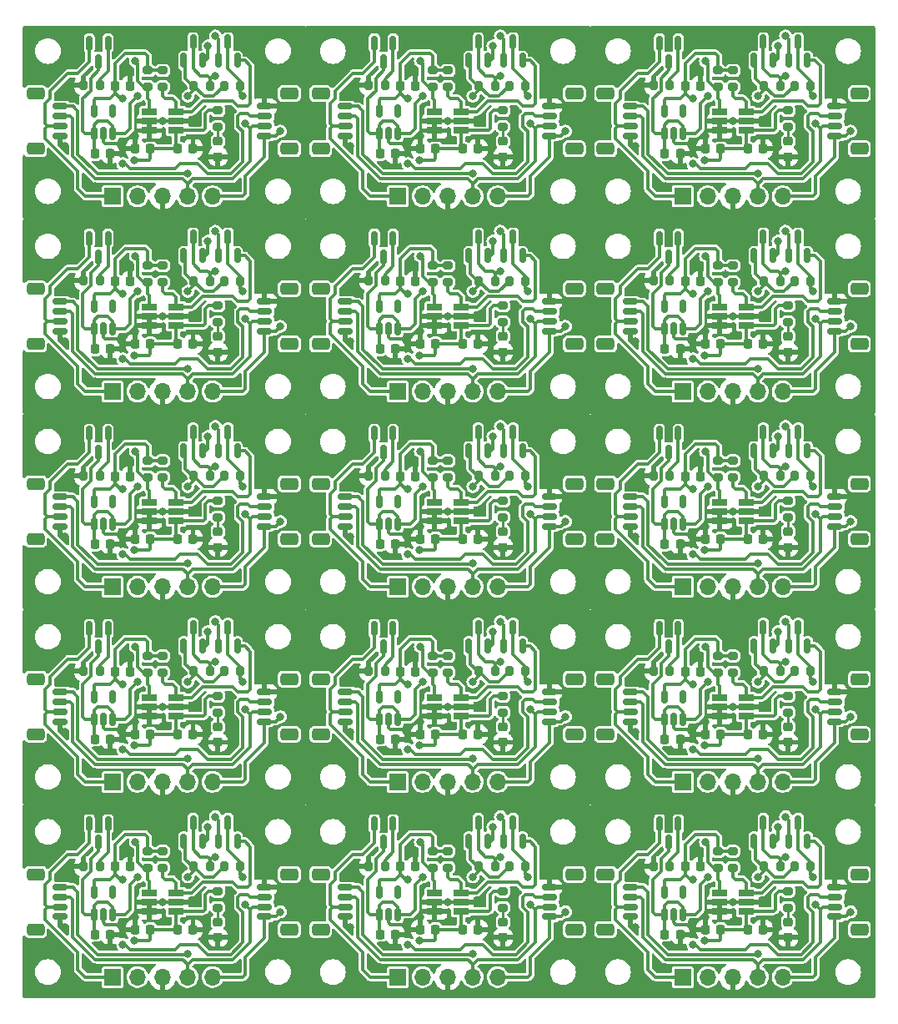
<source format=gbr>
%TF.GenerationSoftware,KiCad,Pcbnew,7.0.1*%
%TF.CreationDate,2025-06-24T16:32:55+07:00*%
%TF.ProjectId,panelize,70616e65-6c69-47a6-952e-6b696361645f,rev?*%
%TF.SameCoordinates,Original*%
%TF.FileFunction,Copper,L1,Top*%
%TF.FilePolarity,Positive*%
%FSLAX46Y46*%
G04 Gerber Fmt 4.6, Leading zero omitted, Abs format (unit mm)*
G04 Created by KiCad (PCBNEW 7.0.1) date 2025-06-24 16:32:55*
%MOMM*%
%LPD*%
G01*
G04 APERTURE LIST*
G04 Aperture macros list*
%AMRoundRect*
0 Rectangle with rounded corners*
0 $1 Rounding radius*
0 $2 $3 $4 $5 $6 $7 $8 $9 X,Y pos of 4 corners*
0 Add a 4 corners polygon primitive as box body*
4,1,4,$2,$3,$4,$5,$6,$7,$8,$9,$2,$3,0*
0 Add four circle primitives for the rounded corners*
1,1,$1+$1,$2,$3*
1,1,$1+$1,$4,$5*
1,1,$1+$1,$6,$7*
1,1,$1+$1,$8,$9*
0 Add four rect primitives between the rounded corners*
20,1,$1+$1,$2,$3,$4,$5,0*
20,1,$1+$1,$4,$5,$6,$7,0*
20,1,$1+$1,$6,$7,$8,$9,0*
20,1,$1+$1,$8,$9,$2,$3,0*%
G04 Aperture macros list end*
%TA.AperFunction,SMDPad,CuDef*%
%ADD10RoundRect,0.150000X0.625000X-0.150000X0.625000X0.150000X-0.625000X0.150000X-0.625000X-0.150000X0*%
%TD*%
%TA.AperFunction,SMDPad,CuDef*%
%ADD11RoundRect,0.250000X0.650000X-0.350000X0.650000X0.350000X-0.650000X0.350000X-0.650000X-0.350000X0*%
%TD*%
%TA.AperFunction,SMDPad,CuDef*%
%ADD12RoundRect,0.150000X0.150000X-0.512500X0.150000X0.512500X-0.150000X0.512500X-0.150000X-0.512500X0*%
%TD*%
%TA.AperFunction,SMDPad,CuDef*%
%ADD13RoundRect,0.200000X0.200000X0.275000X-0.200000X0.275000X-0.200000X-0.275000X0.200000X-0.275000X0*%
%TD*%
%TA.AperFunction,SMDPad,CuDef*%
%ADD14RoundRect,0.200000X-0.200000X-0.275000X0.200000X-0.275000X0.200000X0.275000X-0.200000X0.275000X0*%
%TD*%
%TA.AperFunction,SMDPad,CuDef*%
%ADD15RoundRect,0.150000X0.150000X-0.587500X0.150000X0.587500X-0.150000X0.587500X-0.150000X-0.587500X0*%
%TD*%
%TA.AperFunction,SMDPad,CuDef*%
%ADD16RoundRect,0.225000X-0.225000X-0.250000X0.225000X-0.250000X0.225000X0.250000X-0.225000X0.250000X0*%
%TD*%
%TA.AperFunction,ComponentPad*%
%ADD17R,1.700000X1.700000*%
%TD*%
%TA.AperFunction,ComponentPad*%
%ADD18O,1.700000X1.700000*%
%TD*%
%TA.AperFunction,SMDPad,CuDef*%
%ADD19RoundRect,0.150000X-0.625000X0.150000X-0.625000X-0.150000X0.625000X-0.150000X0.625000X0.150000X0*%
%TD*%
%TA.AperFunction,SMDPad,CuDef*%
%ADD20RoundRect,0.250000X-0.650000X0.350000X-0.650000X-0.350000X0.650000X-0.350000X0.650000X0.350000X0*%
%TD*%
%TA.AperFunction,SMDPad,CuDef*%
%ADD21RoundRect,0.200000X-0.275000X0.200000X-0.275000X-0.200000X0.275000X-0.200000X0.275000X0.200000X0*%
%TD*%
%TA.AperFunction,SMDPad,CuDef*%
%ADD22R,1.560000X0.650000*%
%TD*%
%TA.AperFunction,SMDPad,CuDef*%
%ADD23RoundRect,0.225000X0.225000X0.250000X-0.225000X0.250000X-0.225000X-0.250000X0.225000X-0.250000X0*%
%TD*%
%TA.AperFunction,SMDPad,CuDef*%
%ADD24RoundRect,0.218750X0.256250X-0.218750X0.256250X0.218750X-0.256250X0.218750X-0.256250X-0.218750X0*%
%TD*%
%TA.AperFunction,SMDPad,CuDef*%
%ADD25RoundRect,0.150000X-0.150000X0.587500X-0.150000X-0.587500X0.150000X-0.587500X0.150000X0.587500X0*%
%TD*%
%TA.AperFunction,ViaPad*%
%ADD26C,0.800000*%
%TD*%
%TA.AperFunction,Conductor*%
%ADD27C,0.300000*%
%TD*%
%TA.AperFunction,Conductor*%
%ADD28C,0.250000*%
%TD*%
G04 APERTURE END LIST*
D10*
%TO.P,J55,1,Pin_1*%
%TO.N,GND*%
X175756500Y-153228000D03*
%TO.P,J55,2,Pin_2*%
%TO.N,VIN*%
X175756500Y-152228000D03*
%TO.P,J55,3,Pin_3*%
%TO.N,sda_in*%
X175756500Y-151228000D03*
%TO.P,J55,4,Pin_4*%
%TO.N,scl_in*%
X175756500Y-150228000D03*
D11*
%TO.P,J55,MP*%
%TO.N,N/C*%
X173231500Y-154528000D03*
X173231500Y-148928000D03*
%TD*%
D12*
%TO.P,U38,1,VIN*%
%TO.N,VCC*%
X179174000Y-152993500D03*
%TO.P,U38,2,GND*%
%TO.N,GND*%
X180124000Y-152993500D03*
%TO.P,U38,3,EN*%
%TO.N,VCC*%
X181074000Y-152993500D03*
%TO.P,U38,4,NC*%
%TO.N,unconnected-(U2-NC-Pad4)*%
X181074000Y-150718500D03*
%TO.P,U38,5,VOUT*%
%TO.N,+3.3V*%
X179174000Y-150718500D03*
%TD*%
D13*
%TO.P,R114,1*%
%TO.N,Net-(Q3-G)*%
X179749000Y-148096000D03*
%TO.P,R114,2*%
%TO.N,GND*%
X178099000Y-148096000D03*
%TD*%
D14*
%TO.P,R111,1*%
%TO.N,VCC*%
X192379000Y-148126000D03*
%TO.P,R111,2*%
%TO.N,sda_in*%
X194029000Y-148126000D03*
%TD*%
D15*
%TO.P,Q55,1,G*%
%TO.N,VCC*%
X188284000Y-145576000D03*
%TO.P,Q55,2,S*%
%TO.N,scl_out*%
X190184000Y-145576000D03*
%TO.P,Q55,3,D*%
%TO.N,scl_in*%
X189234000Y-143701000D03*
%TD*%
D16*
%TO.P,C73,1*%
%TO.N,VCC*%
X179244500Y-155030000D03*
%TO.P,C73,2*%
%TO.N,GND*%
X180794500Y-155030000D03*
%TD*%
D17*
%TO.P,J57,1,Pin_1*%
%TO.N,VIN*%
X181040500Y-159348000D03*
D18*
%TO.P,J57,2,Pin_2*%
%TO.N,+3.3V*%
X183580500Y-159348000D03*
%TO.P,J57,3,Pin_3*%
%TO.N,GND*%
X186120500Y-159348000D03*
%TO.P,J57,4,Pin_4*%
%TO.N,sda_in*%
X188660500Y-159348000D03*
%TO.P,J57,5,Pin_5*%
%TO.N,scl_in*%
X191200500Y-159348000D03*
%TD*%
D15*
%TO.P,Q56,1,G*%
%TO.N,+3.3V*%
X191824000Y-145576000D03*
%TO.P,Q56,2,S*%
%TO.N,sda_out*%
X193724000Y-145576000D03*
%TO.P,Q56,3,D*%
%TO.N,sda_in*%
X192774000Y-143701000D03*
%TD*%
D19*
%TO.P,J56,1,Pin_1*%
%TO.N,GND*%
X196474500Y-150228000D03*
%TO.P,J56,2,Pin_2*%
%TO.N,VIN*%
X196474500Y-151228000D03*
%TO.P,J56,3,Pin_3*%
%TO.N,sda_in*%
X196474500Y-152228000D03*
%TO.P,J56,4,Pin_4*%
%TO.N,scl_in*%
X196474500Y-153228000D03*
D20*
%TO.P,J56,MP*%
%TO.N,N/C*%
X198999500Y-148928000D03*
X198999500Y-154528000D03*
%TD*%
D21*
%TO.P,R109,1*%
%TO.N,+3.3V*%
X191750000Y-150649000D03*
%TO.P,R109,2*%
%TO.N,Net-(D1-A)*%
X191750000Y-152299000D03*
%TD*%
D14*
%TO.P,R110,1*%
%TO.N,VCC*%
X189289000Y-148126000D03*
%TO.P,R110,2*%
%TO.N,scl_in*%
X190939000Y-148126000D03*
%TD*%
D21*
%TO.P,R113,1*%
%TO.N,+3.3V*%
X186162000Y-146585000D03*
%TO.P,R113,2*%
%TO.N,sda_out*%
X186162000Y-148235000D03*
%TD*%
D22*
%TO.P,U37,1,SCL/INT*%
%TO.N,scl_out*%
X184804000Y-150786000D03*
%TO.P,U37,2,GND*%
%TO.N,GND*%
X184804000Y-151736000D03*
%TO.P,U37,3,GND*%
X184804000Y-152686000D03*
%TO.P,U37,4,VDD*%
%TO.N,+3.3V*%
X187504000Y-152686000D03*
%TO.P,U37,5,GND*%
%TO.N,GND*%
X187504000Y-151736000D03*
%TO.P,U37,6,SDA/ADDR*%
%TO.N,sda_out*%
X187504000Y-150786000D03*
%TD*%
D16*
%TO.P,C74,1*%
%TO.N,+3.3V*%
X181309000Y-148146000D03*
%TO.P,C74,2*%
%TO.N,GND*%
X182859000Y-148146000D03*
%TD*%
D21*
%TO.P,R112,1*%
%TO.N,+3.3V*%
X184638000Y-146585000D03*
%TO.P,R112,2*%
%TO.N,scl_out*%
X184638000Y-148235000D03*
%TD*%
D23*
%TO.P,C76,1*%
%TO.N,GND*%
X189223000Y-154522000D03*
%TO.P,C76,2*%
%TO.N,+3.3V*%
X187673000Y-154522000D03*
%TD*%
%TO.P,C75,1*%
%TO.N,+3.3V*%
X184905000Y-154522000D03*
%TO.P,C75,2*%
%TO.N,GND*%
X183355000Y-154522000D03*
%TD*%
D24*
%TO.P,D19,1,K*%
%TO.N,GND*%
X191750000Y-155335000D03*
%TO.P,D19,2,A*%
%TO.N,Net-(D1-A)*%
X191750000Y-153760000D03*
%TD*%
D25*
%TO.P,Q57,1,G*%
%TO.N,Net-(Q3-G)*%
X180592500Y-143808500D03*
%TO.P,Q57,2,S*%
%TO.N,VIN*%
X178692500Y-143808500D03*
%TO.P,Q57,3,D*%
%TO.N,VCC*%
X179642500Y-145683500D03*
%TD*%
D10*
%TO.P,J52,1,Pin_1*%
%TO.N,GND*%
X146808500Y-153228000D03*
%TO.P,J52,2,Pin_2*%
%TO.N,VIN*%
X146808500Y-152228000D03*
%TO.P,J52,3,Pin_3*%
%TO.N,sda_in*%
X146808500Y-151228000D03*
%TO.P,J52,4,Pin_4*%
%TO.N,scl_in*%
X146808500Y-150228000D03*
D11*
%TO.P,J52,MP*%
%TO.N,N/C*%
X144283500Y-154528000D03*
X144283500Y-148928000D03*
%TD*%
D12*
%TO.P,U36,1,VIN*%
%TO.N,VCC*%
X150226000Y-152993500D03*
%TO.P,U36,2,GND*%
%TO.N,GND*%
X151176000Y-152993500D03*
%TO.P,U36,3,EN*%
%TO.N,VCC*%
X152126000Y-152993500D03*
%TO.P,U36,4,NC*%
%TO.N,unconnected-(U2-NC-Pad4)*%
X152126000Y-150718500D03*
%TO.P,U36,5,VOUT*%
%TO.N,+3.3V*%
X150226000Y-150718500D03*
%TD*%
D13*
%TO.P,R108,1*%
%TO.N,Net-(Q3-G)*%
X150801000Y-148096000D03*
%TO.P,R108,2*%
%TO.N,GND*%
X149151000Y-148096000D03*
%TD*%
D15*
%TO.P,Q52,1,G*%
%TO.N,VCC*%
X159336000Y-145576000D03*
%TO.P,Q52,2,S*%
%TO.N,scl_out*%
X161236000Y-145576000D03*
%TO.P,Q52,3,D*%
%TO.N,scl_in*%
X160286000Y-143701000D03*
%TD*%
D16*
%TO.P,C69,1*%
%TO.N,VCC*%
X150296500Y-155030000D03*
%TO.P,C69,2*%
%TO.N,GND*%
X151846500Y-155030000D03*
%TD*%
D19*
%TO.P,J53,1,Pin_1*%
%TO.N,GND*%
X167526500Y-150228000D03*
%TO.P,J53,2,Pin_2*%
%TO.N,VIN*%
X167526500Y-151228000D03*
%TO.P,J53,3,Pin_3*%
%TO.N,sda_in*%
X167526500Y-152228000D03*
%TO.P,J53,4,Pin_4*%
%TO.N,scl_in*%
X167526500Y-153228000D03*
D20*
%TO.P,J53,MP*%
%TO.N,N/C*%
X170051500Y-148928000D03*
X170051500Y-154528000D03*
%TD*%
D17*
%TO.P,J54,1,Pin_1*%
%TO.N,VIN*%
X152092500Y-159348000D03*
D18*
%TO.P,J54,2,Pin_2*%
%TO.N,+3.3V*%
X154632500Y-159348000D03*
%TO.P,J54,3,Pin_3*%
%TO.N,GND*%
X157172500Y-159348000D03*
%TO.P,J54,4,Pin_4*%
%TO.N,sda_in*%
X159712500Y-159348000D03*
%TO.P,J54,5,Pin_5*%
%TO.N,scl_in*%
X162252500Y-159348000D03*
%TD*%
D23*
%TO.P,C72,1*%
%TO.N,GND*%
X160275000Y-154522000D03*
%TO.P,C72,2*%
%TO.N,+3.3V*%
X158725000Y-154522000D03*
%TD*%
D15*
%TO.P,Q53,1,G*%
%TO.N,+3.3V*%
X162876000Y-145576000D03*
%TO.P,Q53,2,S*%
%TO.N,sda_out*%
X164776000Y-145576000D03*
%TO.P,Q53,3,D*%
%TO.N,sda_in*%
X163826000Y-143701000D03*
%TD*%
D21*
%TO.P,R103,1*%
%TO.N,+3.3V*%
X162802000Y-150649000D03*
%TO.P,R103,2*%
%TO.N,Net-(D1-A)*%
X162802000Y-152299000D03*
%TD*%
D14*
%TO.P,R104,1*%
%TO.N,VCC*%
X160341000Y-148126000D03*
%TO.P,R104,2*%
%TO.N,scl_in*%
X161991000Y-148126000D03*
%TD*%
D21*
%TO.P,R107,1*%
%TO.N,+3.3V*%
X157214000Y-146585000D03*
%TO.P,R107,2*%
%TO.N,sda_out*%
X157214000Y-148235000D03*
%TD*%
D22*
%TO.P,U35,1,SCL/INT*%
%TO.N,scl_out*%
X155856000Y-150786000D03*
%TO.P,U35,2,GND*%
%TO.N,GND*%
X155856000Y-151736000D03*
%TO.P,U35,3,GND*%
X155856000Y-152686000D03*
%TO.P,U35,4,VDD*%
%TO.N,+3.3V*%
X158556000Y-152686000D03*
%TO.P,U35,5,GND*%
%TO.N,GND*%
X158556000Y-151736000D03*
%TO.P,U35,6,SDA/ADDR*%
%TO.N,sda_out*%
X158556000Y-150786000D03*
%TD*%
D16*
%TO.P,C70,1*%
%TO.N,+3.3V*%
X152361000Y-148146000D03*
%TO.P,C70,2*%
%TO.N,GND*%
X153911000Y-148146000D03*
%TD*%
D21*
%TO.P,R106,1*%
%TO.N,+3.3V*%
X155690000Y-146585000D03*
%TO.P,R106,2*%
%TO.N,scl_out*%
X155690000Y-148235000D03*
%TD*%
D14*
%TO.P,R105,1*%
%TO.N,VCC*%
X163431000Y-148126000D03*
%TO.P,R105,2*%
%TO.N,sda_in*%
X165081000Y-148126000D03*
%TD*%
D25*
%TO.P,Q54,1,G*%
%TO.N,Net-(Q3-G)*%
X151644500Y-143808500D03*
%TO.P,Q54,2,S*%
%TO.N,VIN*%
X149744500Y-143808500D03*
%TO.P,Q54,3,D*%
%TO.N,VCC*%
X150694500Y-145683500D03*
%TD*%
D23*
%TO.P,C71,1*%
%TO.N,+3.3V*%
X155957000Y-154522000D03*
%TO.P,C71,2*%
%TO.N,GND*%
X154407000Y-154522000D03*
%TD*%
D24*
%TO.P,D18,1,K*%
%TO.N,GND*%
X162802000Y-155335000D03*
%TO.P,D18,2,A*%
%TO.N,Net-(D1-A)*%
X162802000Y-153760000D03*
%TD*%
D10*
%TO.P,J49,1,Pin_1*%
%TO.N,GND*%
X117860500Y-153228000D03*
%TO.P,J49,2,Pin_2*%
%TO.N,VIN*%
X117860500Y-152228000D03*
%TO.P,J49,3,Pin_3*%
%TO.N,sda_in*%
X117860500Y-151228000D03*
%TO.P,J49,4,Pin_4*%
%TO.N,scl_in*%
X117860500Y-150228000D03*
D11*
%TO.P,J49,MP*%
%TO.N,N/C*%
X115335500Y-154528000D03*
X115335500Y-148928000D03*
%TD*%
D12*
%TO.P,U34,1,VIN*%
%TO.N,VCC*%
X121278000Y-152993500D03*
%TO.P,U34,2,GND*%
%TO.N,GND*%
X122228000Y-152993500D03*
%TO.P,U34,3,EN*%
%TO.N,VCC*%
X123178000Y-152993500D03*
%TO.P,U34,4,NC*%
%TO.N,unconnected-(U2-NC-Pad4)*%
X123178000Y-150718500D03*
%TO.P,U34,5,VOUT*%
%TO.N,+3.3V*%
X121278000Y-150718500D03*
%TD*%
D13*
%TO.P,R102,1*%
%TO.N,Net-(Q3-G)*%
X121853000Y-148096000D03*
%TO.P,R102,2*%
%TO.N,GND*%
X120203000Y-148096000D03*
%TD*%
D15*
%TO.P,Q49,1,G*%
%TO.N,VCC*%
X130388000Y-145576000D03*
%TO.P,Q49,2,S*%
%TO.N,scl_out*%
X132288000Y-145576000D03*
%TO.P,Q49,3,D*%
%TO.N,scl_in*%
X131338000Y-143701000D03*
%TD*%
D16*
%TO.P,C65,1*%
%TO.N,VCC*%
X121348500Y-155030000D03*
%TO.P,C65,2*%
%TO.N,GND*%
X122898500Y-155030000D03*
%TD*%
D19*
%TO.P,J50,1,Pin_1*%
%TO.N,GND*%
X138578500Y-150228000D03*
%TO.P,J50,2,Pin_2*%
%TO.N,VIN*%
X138578500Y-151228000D03*
%TO.P,J50,3,Pin_3*%
%TO.N,sda_in*%
X138578500Y-152228000D03*
%TO.P,J50,4,Pin_4*%
%TO.N,scl_in*%
X138578500Y-153228000D03*
D20*
%TO.P,J50,MP*%
%TO.N,N/C*%
X141103500Y-148928000D03*
X141103500Y-154528000D03*
%TD*%
D17*
%TO.P,J51,1,Pin_1*%
%TO.N,VIN*%
X123144500Y-159348000D03*
D18*
%TO.P,J51,2,Pin_2*%
%TO.N,+3.3V*%
X125684500Y-159348000D03*
%TO.P,J51,3,Pin_3*%
%TO.N,GND*%
X128224500Y-159348000D03*
%TO.P,J51,4,Pin_4*%
%TO.N,sda_in*%
X130764500Y-159348000D03*
%TO.P,J51,5,Pin_5*%
%TO.N,scl_in*%
X133304500Y-159348000D03*
%TD*%
D15*
%TO.P,Q50,1,G*%
%TO.N,+3.3V*%
X133928000Y-145576000D03*
%TO.P,Q50,2,S*%
%TO.N,sda_out*%
X135828000Y-145576000D03*
%TO.P,Q50,3,D*%
%TO.N,sda_in*%
X134878000Y-143701000D03*
%TD*%
D21*
%TO.P,R97,1*%
%TO.N,+3.3V*%
X133854000Y-150649000D03*
%TO.P,R97,2*%
%TO.N,Net-(D1-A)*%
X133854000Y-152299000D03*
%TD*%
D14*
%TO.P,R98,1*%
%TO.N,VCC*%
X131393000Y-148126000D03*
%TO.P,R98,2*%
%TO.N,scl_in*%
X133043000Y-148126000D03*
%TD*%
D21*
%TO.P,R101,1*%
%TO.N,+3.3V*%
X128266000Y-146585000D03*
%TO.P,R101,2*%
%TO.N,sda_out*%
X128266000Y-148235000D03*
%TD*%
D16*
%TO.P,C66,1*%
%TO.N,+3.3V*%
X123413000Y-148146000D03*
%TO.P,C66,2*%
%TO.N,GND*%
X124963000Y-148146000D03*
%TD*%
D23*
%TO.P,C68,1*%
%TO.N,GND*%
X131327000Y-154522000D03*
%TO.P,C68,2*%
%TO.N,+3.3V*%
X129777000Y-154522000D03*
%TD*%
D21*
%TO.P,R100,1*%
%TO.N,+3.3V*%
X126742000Y-146585000D03*
%TO.P,R100,2*%
%TO.N,scl_out*%
X126742000Y-148235000D03*
%TD*%
D14*
%TO.P,R99,1*%
%TO.N,VCC*%
X134483000Y-148126000D03*
%TO.P,R99,2*%
%TO.N,sda_in*%
X136133000Y-148126000D03*
%TD*%
D22*
%TO.P,U33,1,SCL/INT*%
%TO.N,scl_out*%
X126908000Y-150786000D03*
%TO.P,U33,2,GND*%
%TO.N,GND*%
X126908000Y-151736000D03*
%TO.P,U33,3,GND*%
X126908000Y-152686000D03*
%TO.P,U33,4,VDD*%
%TO.N,+3.3V*%
X129608000Y-152686000D03*
%TO.P,U33,5,GND*%
%TO.N,GND*%
X129608000Y-151736000D03*
%TO.P,U33,6,SDA/ADDR*%
%TO.N,sda_out*%
X129608000Y-150786000D03*
%TD*%
D25*
%TO.P,Q51,1,G*%
%TO.N,Net-(Q3-G)*%
X122696500Y-143808500D03*
%TO.P,Q51,2,S*%
%TO.N,VIN*%
X120796500Y-143808500D03*
%TO.P,Q51,3,D*%
%TO.N,VCC*%
X121746500Y-145683500D03*
%TD*%
D23*
%TO.P,C67,1*%
%TO.N,+3.3V*%
X127009000Y-154522000D03*
%TO.P,C67,2*%
%TO.N,GND*%
X125459000Y-154522000D03*
%TD*%
D24*
%TO.P,D17,1,K*%
%TO.N,GND*%
X133854000Y-155335000D03*
%TO.P,D17,2,A*%
%TO.N,Net-(D1-A)*%
X133854000Y-153760000D03*
%TD*%
D10*
%TO.P,J43,1,Pin_1*%
%TO.N,GND*%
X175756500Y-133424000D03*
%TO.P,J43,2,Pin_2*%
%TO.N,VIN*%
X175756500Y-132424000D03*
%TO.P,J43,3,Pin_3*%
%TO.N,sda_in*%
X175756500Y-131424000D03*
%TO.P,J43,4,Pin_4*%
%TO.N,scl_in*%
X175756500Y-130424000D03*
D11*
%TO.P,J43,MP*%
%TO.N,N/C*%
X173231500Y-134724000D03*
X173231500Y-129124000D03*
%TD*%
D12*
%TO.P,U30,1,VIN*%
%TO.N,VCC*%
X179174000Y-133189500D03*
%TO.P,U30,2,GND*%
%TO.N,GND*%
X180124000Y-133189500D03*
%TO.P,U30,3,EN*%
%TO.N,VCC*%
X181074000Y-133189500D03*
%TO.P,U30,4,NC*%
%TO.N,unconnected-(U2-NC-Pad4)*%
X181074000Y-130914500D03*
%TO.P,U30,5,VOUT*%
%TO.N,+3.3V*%
X179174000Y-130914500D03*
%TD*%
D13*
%TO.P,R90,1*%
%TO.N,Net-(Q3-G)*%
X179749000Y-128292000D03*
%TO.P,R90,2*%
%TO.N,GND*%
X178099000Y-128292000D03*
%TD*%
D14*
%TO.P,R87,1*%
%TO.N,VCC*%
X192379000Y-128322000D03*
%TO.P,R87,2*%
%TO.N,sda_in*%
X194029000Y-128322000D03*
%TD*%
D15*
%TO.P,Q43,1,G*%
%TO.N,VCC*%
X188284000Y-125772000D03*
%TO.P,Q43,2,S*%
%TO.N,scl_out*%
X190184000Y-125772000D03*
%TO.P,Q43,3,D*%
%TO.N,scl_in*%
X189234000Y-123897000D03*
%TD*%
D16*
%TO.P,C57,1*%
%TO.N,VCC*%
X179244500Y-135226000D03*
%TO.P,C57,2*%
%TO.N,GND*%
X180794500Y-135226000D03*
%TD*%
D19*
%TO.P,J44,1,Pin_1*%
%TO.N,GND*%
X196474500Y-130424000D03*
%TO.P,J44,2,Pin_2*%
%TO.N,VIN*%
X196474500Y-131424000D03*
%TO.P,J44,3,Pin_3*%
%TO.N,sda_in*%
X196474500Y-132424000D03*
%TO.P,J44,4,Pin_4*%
%TO.N,scl_in*%
X196474500Y-133424000D03*
D20*
%TO.P,J44,MP*%
%TO.N,N/C*%
X198999500Y-129124000D03*
X198999500Y-134724000D03*
%TD*%
D17*
%TO.P,J45,1,Pin_1*%
%TO.N,VIN*%
X181040500Y-139544000D03*
D18*
%TO.P,J45,2,Pin_2*%
%TO.N,+3.3V*%
X183580500Y-139544000D03*
%TO.P,J45,3,Pin_3*%
%TO.N,GND*%
X186120500Y-139544000D03*
%TO.P,J45,4,Pin_4*%
%TO.N,sda_in*%
X188660500Y-139544000D03*
%TO.P,J45,5,Pin_5*%
%TO.N,scl_in*%
X191200500Y-139544000D03*
%TD*%
D23*
%TO.P,C60,1*%
%TO.N,GND*%
X189223000Y-134718000D03*
%TO.P,C60,2*%
%TO.N,+3.3V*%
X187673000Y-134718000D03*
%TD*%
D15*
%TO.P,Q44,1,G*%
%TO.N,+3.3V*%
X191824000Y-125772000D03*
%TO.P,Q44,2,S*%
%TO.N,sda_out*%
X193724000Y-125772000D03*
%TO.P,Q44,3,D*%
%TO.N,sda_in*%
X192774000Y-123897000D03*
%TD*%
D14*
%TO.P,R86,1*%
%TO.N,VCC*%
X189289000Y-128322000D03*
%TO.P,R86,2*%
%TO.N,scl_in*%
X190939000Y-128322000D03*
%TD*%
D21*
%TO.P,R89,1*%
%TO.N,+3.3V*%
X186162000Y-126781000D03*
%TO.P,R89,2*%
%TO.N,sda_out*%
X186162000Y-128431000D03*
%TD*%
D22*
%TO.P,U29,1,SCL/INT*%
%TO.N,scl_out*%
X184804000Y-130982000D03*
%TO.P,U29,2,GND*%
%TO.N,GND*%
X184804000Y-131932000D03*
%TO.P,U29,3,GND*%
X184804000Y-132882000D03*
%TO.P,U29,4,VDD*%
%TO.N,+3.3V*%
X187504000Y-132882000D03*
%TO.P,U29,5,GND*%
%TO.N,GND*%
X187504000Y-131932000D03*
%TO.P,U29,6,SDA/ADDR*%
%TO.N,sda_out*%
X187504000Y-130982000D03*
%TD*%
D16*
%TO.P,C58,1*%
%TO.N,+3.3V*%
X181309000Y-128342000D03*
%TO.P,C58,2*%
%TO.N,GND*%
X182859000Y-128342000D03*
%TD*%
D21*
%TO.P,R88,1*%
%TO.N,+3.3V*%
X184638000Y-126781000D03*
%TO.P,R88,2*%
%TO.N,scl_out*%
X184638000Y-128431000D03*
%TD*%
%TO.P,R85,1*%
%TO.N,+3.3V*%
X191750000Y-130845000D03*
%TO.P,R85,2*%
%TO.N,Net-(D1-A)*%
X191750000Y-132495000D03*
%TD*%
D25*
%TO.P,Q45,1,G*%
%TO.N,Net-(Q3-G)*%
X180592500Y-124004500D03*
%TO.P,Q45,2,S*%
%TO.N,VIN*%
X178692500Y-124004500D03*
%TO.P,Q45,3,D*%
%TO.N,VCC*%
X179642500Y-125879500D03*
%TD*%
D23*
%TO.P,C59,1*%
%TO.N,+3.3V*%
X184905000Y-134718000D03*
%TO.P,C59,2*%
%TO.N,GND*%
X183355000Y-134718000D03*
%TD*%
D24*
%TO.P,D15,1,K*%
%TO.N,GND*%
X191750000Y-135531000D03*
%TO.P,D15,2,A*%
%TO.N,Net-(D1-A)*%
X191750000Y-133956000D03*
%TD*%
D12*
%TO.P,U28,1,VIN*%
%TO.N,VCC*%
X150226000Y-133189500D03*
%TO.P,U28,2,GND*%
%TO.N,GND*%
X151176000Y-133189500D03*
%TO.P,U28,3,EN*%
%TO.N,VCC*%
X152126000Y-133189500D03*
%TO.P,U28,4,NC*%
%TO.N,unconnected-(U2-NC-Pad4)*%
X152126000Y-130914500D03*
%TO.P,U28,5,VOUT*%
%TO.N,+3.3V*%
X150226000Y-130914500D03*
%TD*%
D13*
%TO.P,R84,1*%
%TO.N,Net-(Q3-G)*%
X150801000Y-128292000D03*
%TO.P,R84,2*%
%TO.N,GND*%
X149151000Y-128292000D03*
%TD*%
D14*
%TO.P,R81,1*%
%TO.N,VCC*%
X163431000Y-128322000D03*
%TO.P,R81,2*%
%TO.N,sda_in*%
X165081000Y-128322000D03*
%TD*%
D16*
%TO.P,C53,1*%
%TO.N,VCC*%
X150296500Y-135226000D03*
%TO.P,C53,2*%
%TO.N,GND*%
X151846500Y-135226000D03*
%TD*%
D17*
%TO.P,J42,1,Pin_1*%
%TO.N,VIN*%
X152092500Y-139544000D03*
D18*
%TO.P,J42,2,Pin_2*%
%TO.N,+3.3V*%
X154632500Y-139544000D03*
%TO.P,J42,3,Pin_3*%
%TO.N,GND*%
X157172500Y-139544000D03*
%TO.P,J42,4,Pin_4*%
%TO.N,sda_in*%
X159712500Y-139544000D03*
%TO.P,J42,5,Pin_5*%
%TO.N,scl_in*%
X162252500Y-139544000D03*
%TD*%
D15*
%TO.P,Q41,1,G*%
%TO.N,+3.3V*%
X162876000Y-125772000D03*
%TO.P,Q41,2,S*%
%TO.N,sda_out*%
X164776000Y-125772000D03*
%TO.P,Q41,3,D*%
%TO.N,sda_in*%
X163826000Y-123897000D03*
%TD*%
D21*
%TO.P,R79,1*%
%TO.N,+3.3V*%
X162802000Y-130845000D03*
%TO.P,R79,2*%
%TO.N,Net-(D1-A)*%
X162802000Y-132495000D03*
%TD*%
D14*
%TO.P,R80,1*%
%TO.N,VCC*%
X160341000Y-128322000D03*
%TO.P,R80,2*%
%TO.N,scl_in*%
X161991000Y-128322000D03*
%TD*%
D21*
%TO.P,R83,1*%
%TO.N,+3.3V*%
X157214000Y-126781000D03*
%TO.P,R83,2*%
%TO.N,sda_out*%
X157214000Y-128431000D03*
%TD*%
D16*
%TO.P,C54,1*%
%TO.N,+3.3V*%
X152361000Y-128342000D03*
%TO.P,C54,2*%
%TO.N,GND*%
X153911000Y-128342000D03*
%TD*%
D15*
%TO.P,Q40,1,G*%
%TO.N,VCC*%
X159336000Y-125772000D03*
%TO.P,Q40,2,S*%
%TO.N,scl_out*%
X161236000Y-125772000D03*
%TO.P,Q40,3,D*%
%TO.N,scl_in*%
X160286000Y-123897000D03*
%TD*%
D21*
%TO.P,R82,1*%
%TO.N,+3.3V*%
X155690000Y-126781000D03*
%TO.P,R82,2*%
%TO.N,scl_out*%
X155690000Y-128431000D03*
%TD*%
D23*
%TO.P,C56,1*%
%TO.N,GND*%
X160275000Y-134718000D03*
%TO.P,C56,2*%
%TO.N,+3.3V*%
X158725000Y-134718000D03*
%TD*%
D22*
%TO.P,U27,1,SCL/INT*%
%TO.N,scl_out*%
X155856000Y-130982000D03*
%TO.P,U27,2,GND*%
%TO.N,GND*%
X155856000Y-131932000D03*
%TO.P,U27,3,GND*%
X155856000Y-132882000D03*
%TO.P,U27,4,VDD*%
%TO.N,+3.3V*%
X158556000Y-132882000D03*
%TO.P,U27,5,GND*%
%TO.N,GND*%
X158556000Y-131932000D03*
%TO.P,U27,6,SDA/ADDR*%
%TO.N,sda_out*%
X158556000Y-130982000D03*
%TD*%
D10*
%TO.P,J40,1,Pin_1*%
%TO.N,GND*%
X146808500Y-133424000D03*
%TO.P,J40,2,Pin_2*%
%TO.N,VIN*%
X146808500Y-132424000D03*
%TO.P,J40,3,Pin_3*%
%TO.N,sda_in*%
X146808500Y-131424000D03*
%TO.P,J40,4,Pin_4*%
%TO.N,scl_in*%
X146808500Y-130424000D03*
D11*
%TO.P,J40,MP*%
%TO.N,N/C*%
X144283500Y-134724000D03*
X144283500Y-129124000D03*
%TD*%
D19*
%TO.P,J41,1,Pin_1*%
%TO.N,GND*%
X167526500Y-130424000D03*
%TO.P,J41,2,Pin_2*%
%TO.N,VIN*%
X167526500Y-131424000D03*
%TO.P,J41,3,Pin_3*%
%TO.N,sda_in*%
X167526500Y-132424000D03*
%TO.P,J41,4,Pin_4*%
%TO.N,scl_in*%
X167526500Y-133424000D03*
D20*
%TO.P,J41,MP*%
%TO.N,N/C*%
X170051500Y-129124000D03*
X170051500Y-134724000D03*
%TD*%
D25*
%TO.P,Q42,1,G*%
%TO.N,Net-(Q3-G)*%
X151644500Y-124004500D03*
%TO.P,Q42,2,S*%
%TO.N,VIN*%
X149744500Y-124004500D03*
%TO.P,Q42,3,D*%
%TO.N,VCC*%
X150694500Y-125879500D03*
%TD*%
D23*
%TO.P,C55,1*%
%TO.N,+3.3V*%
X155957000Y-134718000D03*
%TO.P,C55,2*%
%TO.N,GND*%
X154407000Y-134718000D03*
%TD*%
D24*
%TO.P,D14,1,K*%
%TO.N,GND*%
X162802000Y-135531000D03*
%TO.P,D14,2,A*%
%TO.N,Net-(D1-A)*%
X162802000Y-133956000D03*
%TD*%
D10*
%TO.P,J37,1,Pin_1*%
%TO.N,GND*%
X117860500Y-133424000D03*
%TO.P,J37,2,Pin_2*%
%TO.N,VIN*%
X117860500Y-132424000D03*
%TO.P,J37,3,Pin_3*%
%TO.N,sda_in*%
X117860500Y-131424000D03*
%TO.P,J37,4,Pin_4*%
%TO.N,scl_in*%
X117860500Y-130424000D03*
D11*
%TO.P,J37,MP*%
%TO.N,N/C*%
X115335500Y-134724000D03*
X115335500Y-129124000D03*
%TD*%
D13*
%TO.P,R78,1*%
%TO.N,Net-(Q3-G)*%
X121853000Y-128292000D03*
%TO.P,R78,2*%
%TO.N,GND*%
X120203000Y-128292000D03*
%TD*%
D14*
%TO.P,R75,1*%
%TO.N,VCC*%
X134483000Y-128322000D03*
%TO.P,R75,2*%
%TO.N,sda_in*%
X136133000Y-128322000D03*
%TD*%
D15*
%TO.P,Q37,1,G*%
%TO.N,VCC*%
X130388000Y-125772000D03*
%TO.P,Q37,2,S*%
%TO.N,scl_out*%
X132288000Y-125772000D03*
%TO.P,Q37,3,D*%
%TO.N,scl_in*%
X131338000Y-123897000D03*
%TD*%
D16*
%TO.P,C49,1*%
%TO.N,VCC*%
X121348500Y-135226000D03*
%TO.P,C49,2*%
%TO.N,GND*%
X122898500Y-135226000D03*
%TD*%
D19*
%TO.P,J38,1,Pin_1*%
%TO.N,GND*%
X138578500Y-130424000D03*
%TO.P,J38,2,Pin_2*%
%TO.N,VIN*%
X138578500Y-131424000D03*
%TO.P,J38,3,Pin_3*%
%TO.N,sda_in*%
X138578500Y-132424000D03*
%TO.P,J38,4,Pin_4*%
%TO.N,scl_in*%
X138578500Y-133424000D03*
D20*
%TO.P,J38,MP*%
%TO.N,N/C*%
X141103500Y-129124000D03*
X141103500Y-134724000D03*
%TD*%
D17*
%TO.P,J39,1,Pin_1*%
%TO.N,VIN*%
X123144500Y-139544000D03*
D18*
%TO.P,J39,2,Pin_2*%
%TO.N,+3.3V*%
X125684500Y-139544000D03*
%TO.P,J39,3,Pin_3*%
%TO.N,GND*%
X128224500Y-139544000D03*
%TO.P,J39,4,Pin_4*%
%TO.N,sda_in*%
X130764500Y-139544000D03*
%TO.P,J39,5,Pin_5*%
%TO.N,scl_in*%
X133304500Y-139544000D03*
%TD*%
D21*
%TO.P,R73,1*%
%TO.N,+3.3V*%
X133854000Y-130845000D03*
%TO.P,R73,2*%
%TO.N,Net-(D1-A)*%
X133854000Y-132495000D03*
%TD*%
D14*
%TO.P,R74,1*%
%TO.N,VCC*%
X131393000Y-128322000D03*
%TO.P,R74,2*%
%TO.N,scl_in*%
X133043000Y-128322000D03*
%TD*%
D22*
%TO.P,U25,1,SCL/INT*%
%TO.N,scl_out*%
X126908000Y-130982000D03*
%TO.P,U25,2,GND*%
%TO.N,GND*%
X126908000Y-131932000D03*
%TO.P,U25,3,GND*%
X126908000Y-132882000D03*
%TO.P,U25,4,VDD*%
%TO.N,+3.3V*%
X129608000Y-132882000D03*
%TO.P,U25,5,GND*%
%TO.N,GND*%
X129608000Y-131932000D03*
%TO.P,U25,6,SDA/ADDR*%
%TO.N,sda_out*%
X129608000Y-130982000D03*
%TD*%
D16*
%TO.P,C50,1*%
%TO.N,+3.3V*%
X123413000Y-128342000D03*
%TO.P,C50,2*%
%TO.N,GND*%
X124963000Y-128342000D03*
%TD*%
D12*
%TO.P,U26,1,VIN*%
%TO.N,VCC*%
X121278000Y-133189500D03*
%TO.P,U26,2,GND*%
%TO.N,GND*%
X122228000Y-133189500D03*
%TO.P,U26,3,EN*%
%TO.N,VCC*%
X123178000Y-133189500D03*
%TO.P,U26,4,NC*%
%TO.N,unconnected-(U2-NC-Pad4)*%
X123178000Y-130914500D03*
%TO.P,U26,5,VOUT*%
%TO.N,+3.3V*%
X121278000Y-130914500D03*
%TD*%
D15*
%TO.P,Q38,1,G*%
%TO.N,+3.3V*%
X133928000Y-125772000D03*
%TO.P,Q38,2,S*%
%TO.N,sda_out*%
X135828000Y-125772000D03*
%TO.P,Q38,3,D*%
%TO.N,sda_in*%
X134878000Y-123897000D03*
%TD*%
D21*
%TO.P,R76,1*%
%TO.N,+3.3V*%
X126742000Y-126781000D03*
%TO.P,R76,2*%
%TO.N,scl_out*%
X126742000Y-128431000D03*
%TD*%
%TO.P,R77,1*%
%TO.N,+3.3V*%
X128266000Y-126781000D03*
%TO.P,R77,2*%
%TO.N,sda_out*%
X128266000Y-128431000D03*
%TD*%
D23*
%TO.P,C52,1*%
%TO.N,GND*%
X131327000Y-134718000D03*
%TO.P,C52,2*%
%TO.N,+3.3V*%
X129777000Y-134718000D03*
%TD*%
D25*
%TO.P,Q39,1,G*%
%TO.N,Net-(Q3-G)*%
X122696500Y-124004500D03*
%TO.P,Q39,2,S*%
%TO.N,VIN*%
X120796500Y-124004500D03*
%TO.P,Q39,3,D*%
%TO.N,VCC*%
X121746500Y-125879500D03*
%TD*%
D23*
%TO.P,C51,1*%
%TO.N,+3.3V*%
X127009000Y-134718000D03*
%TO.P,C51,2*%
%TO.N,GND*%
X125459000Y-134718000D03*
%TD*%
D24*
%TO.P,D13,1,K*%
%TO.N,GND*%
X133854000Y-135531000D03*
%TO.P,D13,2,A*%
%TO.N,Net-(D1-A)*%
X133854000Y-133956000D03*
%TD*%
D10*
%TO.P,J31,1,Pin_1*%
%TO.N,GND*%
X175756500Y-113620000D03*
%TO.P,J31,2,Pin_2*%
%TO.N,VIN*%
X175756500Y-112620000D03*
%TO.P,J31,3,Pin_3*%
%TO.N,sda_in*%
X175756500Y-111620000D03*
%TO.P,J31,4,Pin_4*%
%TO.N,scl_in*%
X175756500Y-110620000D03*
D11*
%TO.P,J31,MP*%
%TO.N,N/C*%
X173231500Y-114920000D03*
X173231500Y-109320000D03*
%TD*%
D12*
%TO.P,U22,1,VIN*%
%TO.N,VCC*%
X179174000Y-113385500D03*
%TO.P,U22,2,GND*%
%TO.N,GND*%
X180124000Y-113385500D03*
%TO.P,U22,3,EN*%
%TO.N,VCC*%
X181074000Y-113385500D03*
%TO.P,U22,4,NC*%
%TO.N,unconnected-(U2-NC-Pad4)*%
X181074000Y-111110500D03*
%TO.P,U22,5,VOUT*%
%TO.N,+3.3V*%
X179174000Y-111110500D03*
%TD*%
D13*
%TO.P,R66,1*%
%TO.N,Net-(Q3-G)*%
X179749000Y-108488000D03*
%TO.P,R66,2*%
%TO.N,GND*%
X178099000Y-108488000D03*
%TD*%
D14*
%TO.P,R63,1*%
%TO.N,VCC*%
X192379000Y-108518000D03*
%TO.P,R63,2*%
%TO.N,sda_in*%
X194029000Y-108518000D03*
%TD*%
D15*
%TO.P,Q31,1,G*%
%TO.N,VCC*%
X188284000Y-105968000D03*
%TO.P,Q31,2,S*%
%TO.N,scl_out*%
X190184000Y-105968000D03*
%TO.P,Q31,3,D*%
%TO.N,scl_in*%
X189234000Y-104093000D03*
%TD*%
D16*
%TO.P,C41,1*%
%TO.N,VCC*%
X179244500Y-115422000D03*
%TO.P,C41,2*%
%TO.N,GND*%
X180794500Y-115422000D03*
%TD*%
D17*
%TO.P,J33,1,Pin_1*%
%TO.N,VIN*%
X181040500Y-119740000D03*
D18*
%TO.P,J33,2,Pin_2*%
%TO.N,+3.3V*%
X183580500Y-119740000D03*
%TO.P,J33,3,Pin_3*%
%TO.N,GND*%
X186120500Y-119740000D03*
%TO.P,J33,4,Pin_4*%
%TO.N,sda_in*%
X188660500Y-119740000D03*
%TO.P,J33,5,Pin_5*%
%TO.N,scl_in*%
X191200500Y-119740000D03*
%TD*%
D15*
%TO.P,Q32,1,G*%
%TO.N,+3.3V*%
X191824000Y-105968000D03*
%TO.P,Q32,2,S*%
%TO.N,sda_out*%
X193724000Y-105968000D03*
%TO.P,Q32,3,D*%
%TO.N,sda_in*%
X192774000Y-104093000D03*
%TD*%
D21*
%TO.P,R61,1*%
%TO.N,+3.3V*%
X191750000Y-111041000D03*
%TO.P,R61,2*%
%TO.N,Net-(D1-A)*%
X191750000Y-112691000D03*
%TD*%
D14*
%TO.P,R62,1*%
%TO.N,VCC*%
X189289000Y-108518000D03*
%TO.P,R62,2*%
%TO.N,scl_in*%
X190939000Y-108518000D03*
%TD*%
D21*
%TO.P,R65,1*%
%TO.N,+3.3V*%
X186162000Y-106977000D03*
%TO.P,R65,2*%
%TO.N,sda_out*%
X186162000Y-108627000D03*
%TD*%
D22*
%TO.P,U21,1,SCL/INT*%
%TO.N,scl_out*%
X184804000Y-111178000D03*
%TO.P,U21,2,GND*%
%TO.N,GND*%
X184804000Y-112128000D03*
%TO.P,U21,3,GND*%
X184804000Y-113078000D03*
%TO.P,U21,4,VDD*%
%TO.N,+3.3V*%
X187504000Y-113078000D03*
%TO.P,U21,5,GND*%
%TO.N,GND*%
X187504000Y-112128000D03*
%TO.P,U21,6,SDA/ADDR*%
%TO.N,sda_out*%
X187504000Y-111178000D03*
%TD*%
D16*
%TO.P,C42,1*%
%TO.N,+3.3V*%
X181309000Y-108538000D03*
%TO.P,C42,2*%
%TO.N,GND*%
X182859000Y-108538000D03*
%TD*%
D21*
%TO.P,R64,1*%
%TO.N,+3.3V*%
X184638000Y-106977000D03*
%TO.P,R64,2*%
%TO.N,scl_out*%
X184638000Y-108627000D03*
%TD*%
D19*
%TO.P,J32,1,Pin_1*%
%TO.N,GND*%
X196474500Y-110620000D03*
%TO.P,J32,2,Pin_2*%
%TO.N,VIN*%
X196474500Y-111620000D03*
%TO.P,J32,3,Pin_3*%
%TO.N,sda_in*%
X196474500Y-112620000D03*
%TO.P,J32,4,Pin_4*%
%TO.N,scl_in*%
X196474500Y-113620000D03*
D20*
%TO.P,J32,MP*%
%TO.N,N/C*%
X198999500Y-109320000D03*
X198999500Y-114920000D03*
%TD*%
D23*
%TO.P,C44,1*%
%TO.N,GND*%
X189223000Y-114914000D03*
%TO.P,C44,2*%
%TO.N,+3.3V*%
X187673000Y-114914000D03*
%TD*%
D25*
%TO.P,Q33,1,G*%
%TO.N,Net-(Q3-G)*%
X180592500Y-104200500D03*
%TO.P,Q33,2,S*%
%TO.N,VIN*%
X178692500Y-104200500D03*
%TO.P,Q33,3,D*%
%TO.N,VCC*%
X179642500Y-106075500D03*
%TD*%
D23*
%TO.P,C43,1*%
%TO.N,+3.3V*%
X184905000Y-114914000D03*
%TO.P,C43,2*%
%TO.N,GND*%
X183355000Y-114914000D03*
%TD*%
D24*
%TO.P,D11,1,K*%
%TO.N,GND*%
X191750000Y-115727000D03*
%TO.P,D11,2,A*%
%TO.N,Net-(D1-A)*%
X191750000Y-114152000D03*
%TD*%
D10*
%TO.P,J28,1,Pin_1*%
%TO.N,GND*%
X146808500Y-113620000D03*
%TO.P,J28,2,Pin_2*%
%TO.N,VIN*%
X146808500Y-112620000D03*
%TO.P,J28,3,Pin_3*%
%TO.N,sda_in*%
X146808500Y-111620000D03*
%TO.P,J28,4,Pin_4*%
%TO.N,scl_in*%
X146808500Y-110620000D03*
D11*
%TO.P,J28,MP*%
%TO.N,N/C*%
X144283500Y-114920000D03*
X144283500Y-109320000D03*
%TD*%
D12*
%TO.P,U20,1,VIN*%
%TO.N,VCC*%
X150226000Y-113385500D03*
%TO.P,U20,2,GND*%
%TO.N,GND*%
X151176000Y-113385500D03*
%TO.P,U20,3,EN*%
%TO.N,VCC*%
X152126000Y-113385500D03*
%TO.P,U20,4,NC*%
%TO.N,unconnected-(U2-NC-Pad4)*%
X152126000Y-111110500D03*
%TO.P,U20,5,VOUT*%
%TO.N,+3.3V*%
X150226000Y-111110500D03*
%TD*%
D14*
%TO.P,R57,1*%
%TO.N,VCC*%
X163431000Y-108518000D03*
%TO.P,R57,2*%
%TO.N,sda_in*%
X165081000Y-108518000D03*
%TD*%
D16*
%TO.P,C37,1*%
%TO.N,VCC*%
X150296500Y-115422000D03*
%TO.P,C37,2*%
%TO.N,GND*%
X151846500Y-115422000D03*
%TD*%
D19*
%TO.P,J29,1,Pin_1*%
%TO.N,GND*%
X167526500Y-110620000D03*
%TO.P,J29,2,Pin_2*%
%TO.N,VIN*%
X167526500Y-111620000D03*
%TO.P,J29,3,Pin_3*%
%TO.N,sda_in*%
X167526500Y-112620000D03*
%TO.P,J29,4,Pin_4*%
%TO.N,scl_in*%
X167526500Y-113620000D03*
D20*
%TO.P,J29,MP*%
%TO.N,N/C*%
X170051500Y-109320000D03*
X170051500Y-114920000D03*
%TD*%
D23*
%TO.P,C40,1*%
%TO.N,GND*%
X160275000Y-114914000D03*
%TO.P,C40,2*%
%TO.N,+3.3V*%
X158725000Y-114914000D03*
%TD*%
D15*
%TO.P,Q29,1,G*%
%TO.N,+3.3V*%
X162876000Y-105968000D03*
%TO.P,Q29,2,S*%
%TO.N,sda_out*%
X164776000Y-105968000D03*
%TO.P,Q29,3,D*%
%TO.N,sda_in*%
X163826000Y-104093000D03*
%TD*%
D21*
%TO.P,R55,1*%
%TO.N,+3.3V*%
X162802000Y-111041000D03*
%TO.P,R55,2*%
%TO.N,Net-(D1-A)*%
X162802000Y-112691000D03*
%TD*%
D14*
%TO.P,R56,1*%
%TO.N,VCC*%
X160341000Y-108518000D03*
%TO.P,R56,2*%
%TO.N,scl_in*%
X161991000Y-108518000D03*
%TD*%
D21*
%TO.P,R59,1*%
%TO.N,+3.3V*%
X157214000Y-106977000D03*
%TO.P,R59,2*%
%TO.N,sda_out*%
X157214000Y-108627000D03*
%TD*%
D22*
%TO.P,U19,1,SCL/INT*%
%TO.N,scl_out*%
X155856000Y-111178000D03*
%TO.P,U19,2,GND*%
%TO.N,GND*%
X155856000Y-112128000D03*
%TO.P,U19,3,GND*%
X155856000Y-113078000D03*
%TO.P,U19,4,VDD*%
%TO.N,+3.3V*%
X158556000Y-113078000D03*
%TO.P,U19,5,GND*%
%TO.N,GND*%
X158556000Y-112128000D03*
%TO.P,U19,6,SDA/ADDR*%
%TO.N,sda_out*%
X158556000Y-111178000D03*
%TD*%
D16*
%TO.P,C38,1*%
%TO.N,+3.3V*%
X152361000Y-108538000D03*
%TO.P,C38,2*%
%TO.N,GND*%
X153911000Y-108538000D03*
%TD*%
D21*
%TO.P,R58,1*%
%TO.N,+3.3V*%
X155690000Y-106977000D03*
%TO.P,R58,2*%
%TO.N,scl_out*%
X155690000Y-108627000D03*
%TD*%
D15*
%TO.P,Q28,1,G*%
%TO.N,VCC*%
X159336000Y-105968000D03*
%TO.P,Q28,2,S*%
%TO.N,scl_out*%
X161236000Y-105968000D03*
%TO.P,Q28,3,D*%
%TO.N,scl_in*%
X160286000Y-104093000D03*
%TD*%
D17*
%TO.P,J30,1,Pin_1*%
%TO.N,VIN*%
X152092500Y-119740000D03*
D18*
%TO.P,J30,2,Pin_2*%
%TO.N,+3.3V*%
X154632500Y-119740000D03*
%TO.P,J30,3,Pin_3*%
%TO.N,GND*%
X157172500Y-119740000D03*
%TO.P,J30,4,Pin_4*%
%TO.N,sda_in*%
X159712500Y-119740000D03*
%TO.P,J30,5,Pin_5*%
%TO.N,scl_in*%
X162252500Y-119740000D03*
%TD*%
D13*
%TO.P,R60,1*%
%TO.N,Net-(Q3-G)*%
X150801000Y-108488000D03*
%TO.P,R60,2*%
%TO.N,GND*%
X149151000Y-108488000D03*
%TD*%
D25*
%TO.P,Q30,1,G*%
%TO.N,Net-(Q3-G)*%
X151644500Y-104200500D03*
%TO.P,Q30,2,S*%
%TO.N,VIN*%
X149744500Y-104200500D03*
%TO.P,Q30,3,D*%
%TO.N,VCC*%
X150694500Y-106075500D03*
%TD*%
D23*
%TO.P,C39,1*%
%TO.N,+3.3V*%
X155957000Y-114914000D03*
%TO.P,C39,2*%
%TO.N,GND*%
X154407000Y-114914000D03*
%TD*%
D24*
%TO.P,D10,1,K*%
%TO.N,GND*%
X162802000Y-115727000D03*
%TO.P,D10,2,A*%
%TO.N,Net-(D1-A)*%
X162802000Y-114152000D03*
%TD*%
D10*
%TO.P,J25,1,Pin_1*%
%TO.N,GND*%
X117860500Y-113620000D03*
%TO.P,J25,2,Pin_2*%
%TO.N,VIN*%
X117860500Y-112620000D03*
%TO.P,J25,3,Pin_3*%
%TO.N,sda_in*%
X117860500Y-111620000D03*
%TO.P,J25,4,Pin_4*%
%TO.N,scl_in*%
X117860500Y-110620000D03*
D11*
%TO.P,J25,MP*%
%TO.N,N/C*%
X115335500Y-114920000D03*
X115335500Y-109320000D03*
%TD*%
D12*
%TO.P,U18,1,VIN*%
%TO.N,VCC*%
X121278000Y-113385500D03*
%TO.P,U18,2,GND*%
%TO.N,GND*%
X122228000Y-113385500D03*
%TO.P,U18,3,EN*%
%TO.N,VCC*%
X123178000Y-113385500D03*
%TO.P,U18,4,NC*%
%TO.N,unconnected-(U2-NC-Pad4)*%
X123178000Y-111110500D03*
%TO.P,U18,5,VOUT*%
%TO.N,+3.3V*%
X121278000Y-111110500D03*
%TD*%
D14*
%TO.P,R51,1*%
%TO.N,VCC*%
X134483000Y-108518000D03*
%TO.P,R51,2*%
%TO.N,sda_in*%
X136133000Y-108518000D03*
%TD*%
D15*
%TO.P,Q25,1,G*%
%TO.N,VCC*%
X130388000Y-105968000D03*
%TO.P,Q25,2,S*%
%TO.N,scl_out*%
X132288000Y-105968000D03*
%TO.P,Q25,3,D*%
%TO.N,scl_in*%
X131338000Y-104093000D03*
%TD*%
D17*
%TO.P,J27,1,Pin_1*%
%TO.N,VIN*%
X123144500Y-119740000D03*
D18*
%TO.P,J27,2,Pin_2*%
%TO.N,+3.3V*%
X125684500Y-119740000D03*
%TO.P,J27,3,Pin_3*%
%TO.N,GND*%
X128224500Y-119740000D03*
%TO.P,J27,4,Pin_4*%
%TO.N,sda_in*%
X130764500Y-119740000D03*
%TO.P,J27,5,Pin_5*%
%TO.N,scl_in*%
X133304500Y-119740000D03*
%TD*%
D23*
%TO.P,C36,1*%
%TO.N,GND*%
X131327000Y-114914000D03*
%TO.P,C36,2*%
%TO.N,+3.3V*%
X129777000Y-114914000D03*
%TD*%
D15*
%TO.P,Q26,1,G*%
%TO.N,+3.3V*%
X133928000Y-105968000D03*
%TO.P,Q26,2,S*%
%TO.N,sda_out*%
X135828000Y-105968000D03*
%TO.P,Q26,3,D*%
%TO.N,sda_in*%
X134878000Y-104093000D03*
%TD*%
D21*
%TO.P,R49,1*%
%TO.N,+3.3V*%
X133854000Y-111041000D03*
%TO.P,R49,2*%
%TO.N,Net-(D1-A)*%
X133854000Y-112691000D03*
%TD*%
D14*
%TO.P,R50,1*%
%TO.N,VCC*%
X131393000Y-108518000D03*
%TO.P,R50,2*%
%TO.N,scl_in*%
X133043000Y-108518000D03*
%TD*%
D21*
%TO.P,R53,1*%
%TO.N,+3.3V*%
X128266000Y-106977000D03*
%TO.P,R53,2*%
%TO.N,sda_out*%
X128266000Y-108627000D03*
%TD*%
D22*
%TO.P,U17,1,SCL/INT*%
%TO.N,scl_out*%
X126908000Y-111178000D03*
%TO.P,U17,2,GND*%
%TO.N,GND*%
X126908000Y-112128000D03*
%TO.P,U17,3,GND*%
X126908000Y-113078000D03*
%TO.P,U17,4,VDD*%
%TO.N,+3.3V*%
X129608000Y-113078000D03*
%TO.P,U17,5,GND*%
%TO.N,GND*%
X129608000Y-112128000D03*
%TO.P,U17,6,SDA/ADDR*%
%TO.N,sda_out*%
X129608000Y-111178000D03*
%TD*%
D16*
%TO.P,C33,1*%
%TO.N,VCC*%
X121348500Y-115422000D03*
%TO.P,C33,2*%
%TO.N,GND*%
X122898500Y-115422000D03*
%TD*%
%TO.P,C34,1*%
%TO.N,+3.3V*%
X123413000Y-108538000D03*
%TO.P,C34,2*%
%TO.N,GND*%
X124963000Y-108538000D03*
%TD*%
D21*
%TO.P,R52,1*%
%TO.N,+3.3V*%
X126742000Y-106977000D03*
%TO.P,R52,2*%
%TO.N,scl_out*%
X126742000Y-108627000D03*
%TD*%
D19*
%TO.P,J26,1,Pin_1*%
%TO.N,GND*%
X138578500Y-110620000D03*
%TO.P,J26,2,Pin_2*%
%TO.N,VIN*%
X138578500Y-111620000D03*
%TO.P,J26,3,Pin_3*%
%TO.N,sda_in*%
X138578500Y-112620000D03*
%TO.P,J26,4,Pin_4*%
%TO.N,scl_in*%
X138578500Y-113620000D03*
D20*
%TO.P,J26,MP*%
%TO.N,N/C*%
X141103500Y-109320000D03*
X141103500Y-114920000D03*
%TD*%
D13*
%TO.P,R54,1*%
%TO.N,Net-(Q3-G)*%
X121853000Y-108488000D03*
%TO.P,R54,2*%
%TO.N,GND*%
X120203000Y-108488000D03*
%TD*%
D25*
%TO.P,Q27,1,G*%
%TO.N,Net-(Q3-G)*%
X122696500Y-104200500D03*
%TO.P,Q27,2,S*%
%TO.N,VIN*%
X120796500Y-104200500D03*
%TO.P,Q27,3,D*%
%TO.N,VCC*%
X121746500Y-106075500D03*
%TD*%
D23*
%TO.P,C35,1*%
%TO.N,+3.3V*%
X127009000Y-114914000D03*
%TO.P,C35,2*%
%TO.N,GND*%
X125459000Y-114914000D03*
%TD*%
D24*
%TO.P,D9,1,K*%
%TO.N,GND*%
X133854000Y-115727000D03*
%TO.P,D9,2,A*%
%TO.N,Net-(D1-A)*%
X133854000Y-114152000D03*
%TD*%
D10*
%TO.P,J19,1,Pin_1*%
%TO.N,GND*%
X175756500Y-93816000D03*
%TO.P,J19,2,Pin_2*%
%TO.N,VIN*%
X175756500Y-92816000D03*
%TO.P,J19,3,Pin_3*%
%TO.N,sda_in*%
X175756500Y-91816000D03*
%TO.P,J19,4,Pin_4*%
%TO.N,scl_in*%
X175756500Y-90816000D03*
D11*
%TO.P,J19,MP*%
%TO.N,N/C*%
X173231500Y-95116000D03*
X173231500Y-89516000D03*
%TD*%
D12*
%TO.P,U14,1,VIN*%
%TO.N,VCC*%
X179174000Y-93581500D03*
%TO.P,U14,2,GND*%
%TO.N,GND*%
X180124000Y-93581500D03*
%TO.P,U14,3,EN*%
%TO.N,VCC*%
X181074000Y-93581500D03*
%TO.P,U14,4,NC*%
%TO.N,unconnected-(U2-NC-Pad4)*%
X181074000Y-91306500D03*
%TO.P,U14,5,VOUT*%
%TO.N,+3.3V*%
X179174000Y-91306500D03*
%TD*%
D13*
%TO.P,R42,1*%
%TO.N,Net-(Q3-G)*%
X179749000Y-88684000D03*
%TO.P,R42,2*%
%TO.N,GND*%
X178099000Y-88684000D03*
%TD*%
D14*
%TO.P,R39,1*%
%TO.N,VCC*%
X192379000Y-88714000D03*
%TO.P,R39,2*%
%TO.N,sda_in*%
X194029000Y-88714000D03*
%TD*%
D15*
%TO.P,Q19,1,G*%
%TO.N,VCC*%
X188284000Y-86164000D03*
%TO.P,Q19,2,S*%
%TO.N,scl_out*%
X190184000Y-86164000D03*
%TO.P,Q19,3,D*%
%TO.N,scl_in*%
X189234000Y-84289000D03*
%TD*%
D16*
%TO.P,C25,1*%
%TO.N,VCC*%
X179244500Y-95618000D03*
%TO.P,C25,2*%
%TO.N,GND*%
X180794500Y-95618000D03*
%TD*%
D17*
%TO.P,J21,1,Pin_1*%
%TO.N,VIN*%
X181040500Y-99936000D03*
D18*
%TO.P,J21,2,Pin_2*%
%TO.N,+3.3V*%
X183580500Y-99936000D03*
%TO.P,J21,3,Pin_3*%
%TO.N,GND*%
X186120500Y-99936000D03*
%TO.P,J21,4,Pin_4*%
%TO.N,sda_in*%
X188660500Y-99936000D03*
%TO.P,J21,5,Pin_5*%
%TO.N,scl_in*%
X191200500Y-99936000D03*
%TD*%
D23*
%TO.P,C28,1*%
%TO.N,GND*%
X189223000Y-95110000D03*
%TO.P,C28,2*%
%TO.N,+3.3V*%
X187673000Y-95110000D03*
%TD*%
D21*
%TO.P,R37,1*%
%TO.N,+3.3V*%
X191750000Y-91237000D03*
%TO.P,R37,2*%
%TO.N,Net-(D1-A)*%
X191750000Y-92887000D03*
%TD*%
D14*
%TO.P,R38,1*%
%TO.N,VCC*%
X189289000Y-88714000D03*
%TO.P,R38,2*%
%TO.N,scl_in*%
X190939000Y-88714000D03*
%TD*%
D21*
%TO.P,R41,1*%
%TO.N,+3.3V*%
X186162000Y-87173000D03*
%TO.P,R41,2*%
%TO.N,sda_out*%
X186162000Y-88823000D03*
%TD*%
D22*
%TO.P,U13,1,SCL/INT*%
%TO.N,scl_out*%
X184804000Y-91374000D03*
%TO.P,U13,2,GND*%
%TO.N,GND*%
X184804000Y-92324000D03*
%TO.P,U13,3,GND*%
X184804000Y-93274000D03*
%TO.P,U13,4,VDD*%
%TO.N,+3.3V*%
X187504000Y-93274000D03*
%TO.P,U13,5,GND*%
%TO.N,GND*%
X187504000Y-92324000D03*
%TO.P,U13,6,SDA/ADDR*%
%TO.N,sda_out*%
X187504000Y-91374000D03*
%TD*%
D16*
%TO.P,C26,1*%
%TO.N,+3.3V*%
X181309000Y-88734000D03*
%TO.P,C26,2*%
%TO.N,GND*%
X182859000Y-88734000D03*
%TD*%
D21*
%TO.P,R40,1*%
%TO.N,+3.3V*%
X184638000Y-87173000D03*
%TO.P,R40,2*%
%TO.N,scl_out*%
X184638000Y-88823000D03*
%TD*%
D19*
%TO.P,J20,1,Pin_1*%
%TO.N,GND*%
X196474500Y-90816000D03*
%TO.P,J20,2,Pin_2*%
%TO.N,VIN*%
X196474500Y-91816000D03*
%TO.P,J20,3,Pin_3*%
%TO.N,sda_in*%
X196474500Y-92816000D03*
%TO.P,J20,4,Pin_4*%
%TO.N,scl_in*%
X196474500Y-93816000D03*
D20*
%TO.P,J20,MP*%
%TO.N,N/C*%
X198999500Y-89516000D03*
X198999500Y-95116000D03*
%TD*%
D15*
%TO.P,Q20,1,G*%
%TO.N,+3.3V*%
X191824000Y-86164000D03*
%TO.P,Q20,2,S*%
%TO.N,sda_out*%
X193724000Y-86164000D03*
%TO.P,Q20,3,D*%
%TO.N,sda_in*%
X192774000Y-84289000D03*
%TD*%
D25*
%TO.P,Q21,1,G*%
%TO.N,Net-(Q3-G)*%
X180592500Y-84396500D03*
%TO.P,Q21,2,S*%
%TO.N,VIN*%
X178692500Y-84396500D03*
%TO.P,Q21,3,D*%
%TO.N,VCC*%
X179642500Y-86271500D03*
%TD*%
D23*
%TO.P,C27,1*%
%TO.N,+3.3V*%
X184905000Y-95110000D03*
%TO.P,C27,2*%
%TO.N,GND*%
X183355000Y-95110000D03*
%TD*%
D24*
%TO.P,D7,1,K*%
%TO.N,GND*%
X191750000Y-95923000D03*
%TO.P,D7,2,A*%
%TO.N,Net-(D1-A)*%
X191750000Y-94348000D03*
%TD*%
D10*
%TO.P,J16,1,Pin_1*%
%TO.N,GND*%
X146808500Y-93816000D03*
%TO.P,J16,2,Pin_2*%
%TO.N,VIN*%
X146808500Y-92816000D03*
%TO.P,J16,3,Pin_3*%
%TO.N,sda_in*%
X146808500Y-91816000D03*
%TO.P,J16,4,Pin_4*%
%TO.N,scl_in*%
X146808500Y-90816000D03*
D11*
%TO.P,J16,MP*%
%TO.N,N/C*%
X144283500Y-95116000D03*
X144283500Y-89516000D03*
%TD*%
D13*
%TO.P,R36,1*%
%TO.N,Net-(Q3-G)*%
X150801000Y-88684000D03*
%TO.P,R36,2*%
%TO.N,GND*%
X149151000Y-88684000D03*
%TD*%
D14*
%TO.P,R33,1*%
%TO.N,VCC*%
X163431000Y-88714000D03*
%TO.P,R33,2*%
%TO.N,sda_in*%
X165081000Y-88714000D03*
%TD*%
D15*
%TO.P,Q16,1,G*%
%TO.N,VCC*%
X159336000Y-86164000D03*
%TO.P,Q16,2,S*%
%TO.N,scl_out*%
X161236000Y-86164000D03*
%TO.P,Q16,3,D*%
%TO.N,scl_in*%
X160286000Y-84289000D03*
%TD*%
D16*
%TO.P,C21,1*%
%TO.N,VCC*%
X150296500Y-95618000D03*
%TO.P,C21,2*%
%TO.N,GND*%
X151846500Y-95618000D03*
%TD*%
D19*
%TO.P,J17,1,Pin_1*%
%TO.N,GND*%
X167526500Y-90816000D03*
%TO.P,J17,2,Pin_2*%
%TO.N,VIN*%
X167526500Y-91816000D03*
%TO.P,J17,3,Pin_3*%
%TO.N,sda_in*%
X167526500Y-92816000D03*
%TO.P,J17,4,Pin_4*%
%TO.N,scl_in*%
X167526500Y-93816000D03*
D20*
%TO.P,J17,MP*%
%TO.N,N/C*%
X170051500Y-89516000D03*
X170051500Y-95116000D03*
%TD*%
D17*
%TO.P,J18,1,Pin_1*%
%TO.N,VIN*%
X152092500Y-99936000D03*
D18*
%TO.P,J18,2,Pin_2*%
%TO.N,+3.3V*%
X154632500Y-99936000D03*
%TO.P,J18,3,Pin_3*%
%TO.N,GND*%
X157172500Y-99936000D03*
%TO.P,J18,4,Pin_4*%
%TO.N,sda_in*%
X159712500Y-99936000D03*
%TO.P,J18,5,Pin_5*%
%TO.N,scl_in*%
X162252500Y-99936000D03*
%TD*%
D23*
%TO.P,C24,1*%
%TO.N,GND*%
X160275000Y-95110000D03*
%TO.P,C24,2*%
%TO.N,+3.3V*%
X158725000Y-95110000D03*
%TD*%
D21*
%TO.P,R31,1*%
%TO.N,+3.3V*%
X162802000Y-91237000D03*
%TO.P,R31,2*%
%TO.N,Net-(D1-A)*%
X162802000Y-92887000D03*
%TD*%
D14*
%TO.P,R32,1*%
%TO.N,VCC*%
X160341000Y-88714000D03*
%TO.P,R32,2*%
%TO.N,scl_in*%
X161991000Y-88714000D03*
%TD*%
D21*
%TO.P,R35,1*%
%TO.N,+3.3V*%
X157214000Y-87173000D03*
%TO.P,R35,2*%
%TO.N,sda_out*%
X157214000Y-88823000D03*
%TD*%
D22*
%TO.P,U11,1,SCL/INT*%
%TO.N,scl_out*%
X155856000Y-91374000D03*
%TO.P,U11,2,GND*%
%TO.N,GND*%
X155856000Y-92324000D03*
%TO.P,U11,3,GND*%
X155856000Y-93274000D03*
%TO.P,U11,4,VDD*%
%TO.N,+3.3V*%
X158556000Y-93274000D03*
%TO.P,U11,5,GND*%
%TO.N,GND*%
X158556000Y-92324000D03*
%TO.P,U11,6,SDA/ADDR*%
%TO.N,sda_out*%
X158556000Y-91374000D03*
%TD*%
D16*
%TO.P,C22,1*%
%TO.N,+3.3V*%
X152361000Y-88734000D03*
%TO.P,C22,2*%
%TO.N,GND*%
X153911000Y-88734000D03*
%TD*%
D21*
%TO.P,R34,1*%
%TO.N,+3.3V*%
X155690000Y-87173000D03*
%TO.P,R34,2*%
%TO.N,scl_out*%
X155690000Y-88823000D03*
%TD*%
D12*
%TO.P,U12,1,VIN*%
%TO.N,VCC*%
X150226000Y-93581500D03*
%TO.P,U12,2,GND*%
%TO.N,GND*%
X151176000Y-93581500D03*
%TO.P,U12,3,EN*%
%TO.N,VCC*%
X152126000Y-93581500D03*
%TO.P,U12,4,NC*%
%TO.N,unconnected-(U2-NC-Pad4)*%
X152126000Y-91306500D03*
%TO.P,U12,5,VOUT*%
%TO.N,+3.3V*%
X150226000Y-91306500D03*
%TD*%
D25*
%TO.P,Q18,1,G*%
%TO.N,Net-(Q3-G)*%
X151644500Y-84396500D03*
%TO.P,Q18,2,S*%
%TO.N,VIN*%
X149744500Y-84396500D03*
%TO.P,Q18,3,D*%
%TO.N,VCC*%
X150694500Y-86271500D03*
%TD*%
D23*
%TO.P,C23,1*%
%TO.N,+3.3V*%
X155957000Y-95110000D03*
%TO.P,C23,2*%
%TO.N,GND*%
X154407000Y-95110000D03*
%TD*%
D24*
%TO.P,D6,1,K*%
%TO.N,GND*%
X162802000Y-95923000D03*
%TO.P,D6,2,A*%
%TO.N,Net-(D1-A)*%
X162802000Y-94348000D03*
%TD*%
D15*
%TO.P,Q17,1,G*%
%TO.N,+3.3V*%
X162876000Y-86164000D03*
%TO.P,Q17,2,S*%
%TO.N,sda_out*%
X164776000Y-86164000D03*
%TO.P,Q17,3,D*%
%TO.N,sda_in*%
X163826000Y-84289000D03*
%TD*%
D10*
%TO.P,J13,1,Pin_1*%
%TO.N,GND*%
X117860500Y-93816000D03*
%TO.P,J13,2,Pin_2*%
%TO.N,VIN*%
X117860500Y-92816000D03*
%TO.P,J13,3,Pin_3*%
%TO.N,sda_in*%
X117860500Y-91816000D03*
%TO.P,J13,4,Pin_4*%
%TO.N,scl_in*%
X117860500Y-90816000D03*
D11*
%TO.P,J13,MP*%
%TO.N,N/C*%
X115335500Y-95116000D03*
X115335500Y-89516000D03*
%TD*%
D12*
%TO.P,U10,1,VIN*%
%TO.N,VCC*%
X121278000Y-93581500D03*
%TO.P,U10,2,GND*%
%TO.N,GND*%
X122228000Y-93581500D03*
%TO.P,U10,3,EN*%
%TO.N,VCC*%
X123178000Y-93581500D03*
%TO.P,U10,4,NC*%
%TO.N,unconnected-(U2-NC-Pad4)*%
X123178000Y-91306500D03*
%TO.P,U10,5,VOUT*%
%TO.N,+3.3V*%
X121278000Y-91306500D03*
%TD*%
D14*
%TO.P,R27,1*%
%TO.N,VCC*%
X134483000Y-88714000D03*
%TO.P,R27,2*%
%TO.N,sda_in*%
X136133000Y-88714000D03*
%TD*%
D16*
%TO.P,C17,1*%
%TO.N,VCC*%
X121348500Y-95618000D03*
%TO.P,C17,2*%
%TO.N,GND*%
X122898500Y-95618000D03*
%TD*%
D17*
%TO.P,J15,1,Pin_1*%
%TO.N,VIN*%
X123144500Y-99936000D03*
D18*
%TO.P,J15,2,Pin_2*%
%TO.N,+3.3V*%
X125684500Y-99936000D03*
%TO.P,J15,3,Pin_3*%
%TO.N,GND*%
X128224500Y-99936000D03*
%TO.P,J15,4,Pin_4*%
%TO.N,sda_in*%
X130764500Y-99936000D03*
%TO.P,J15,5,Pin_5*%
%TO.N,scl_in*%
X133304500Y-99936000D03*
%TD*%
D23*
%TO.P,C20,1*%
%TO.N,GND*%
X131327000Y-95110000D03*
%TO.P,C20,2*%
%TO.N,+3.3V*%
X129777000Y-95110000D03*
%TD*%
D21*
%TO.P,R25,1*%
%TO.N,+3.3V*%
X133854000Y-91237000D03*
%TO.P,R25,2*%
%TO.N,Net-(D1-A)*%
X133854000Y-92887000D03*
%TD*%
%TO.P,R29,1*%
%TO.N,+3.3V*%
X128266000Y-87173000D03*
%TO.P,R29,2*%
%TO.N,sda_out*%
X128266000Y-88823000D03*
%TD*%
D22*
%TO.P,U9,1,SCL/INT*%
%TO.N,scl_out*%
X126908000Y-91374000D03*
%TO.P,U9,2,GND*%
%TO.N,GND*%
X126908000Y-92324000D03*
%TO.P,U9,3,GND*%
X126908000Y-93274000D03*
%TO.P,U9,4,VDD*%
%TO.N,+3.3V*%
X129608000Y-93274000D03*
%TO.P,U9,5,GND*%
%TO.N,GND*%
X129608000Y-92324000D03*
%TO.P,U9,6,SDA/ADDR*%
%TO.N,sda_out*%
X129608000Y-91374000D03*
%TD*%
D16*
%TO.P,C18,1*%
%TO.N,+3.3V*%
X123413000Y-88734000D03*
%TO.P,C18,2*%
%TO.N,GND*%
X124963000Y-88734000D03*
%TD*%
D21*
%TO.P,R28,1*%
%TO.N,+3.3V*%
X126742000Y-87173000D03*
%TO.P,R28,2*%
%TO.N,scl_out*%
X126742000Y-88823000D03*
%TD*%
D19*
%TO.P,J14,1,Pin_1*%
%TO.N,GND*%
X138578500Y-90816000D03*
%TO.P,J14,2,Pin_2*%
%TO.N,VIN*%
X138578500Y-91816000D03*
%TO.P,J14,3,Pin_3*%
%TO.N,sda_in*%
X138578500Y-92816000D03*
%TO.P,J14,4,Pin_4*%
%TO.N,scl_in*%
X138578500Y-93816000D03*
D20*
%TO.P,J14,MP*%
%TO.N,N/C*%
X141103500Y-89516000D03*
X141103500Y-95116000D03*
%TD*%
D14*
%TO.P,R26,1*%
%TO.N,VCC*%
X131393000Y-88714000D03*
%TO.P,R26,2*%
%TO.N,scl_in*%
X133043000Y-88714000D03*
%TD*%
D15*
%TO.P,Q14,1,G*%
%TO.N,+3.3V*%
X133928000Y-86164000D03*
%TO.P,Q14,2,S*%
%TO.N,sda_out*%
X135828000Y-86164000D03*
%TO.P,Q14,3,D*%
%TO.N,sda_in*%
X134878000Y-84289000D03*
%TD*%
%TO.P,Q13,1,G*%
%TO.N,VCC*%
X130388000Y-86164000D03*
%TO.P,Q13,2,S*%
%TO.N,scl_out*%
X132288000Y-86164000D03*
%TO.P,Q13,3,D*%
%TO.N,scl_in*%
X131338000Y-84289000D03*
%TD*%
D25*
%TO.P,Q15,1,G*%
%TO.N,Net-(Q3-G)*%
X122696500Y-84396500D03*
%TO.P,Q15,2,S*%
%TO.N,VIN*%
X120796500Y-84396500D03*
%TO.P,Q15,3,D*%
%TO.N,VCC*%
X121746500Y-86271500D03*
%TD*%
D23*
%TO.P,C19,1*%
%TO.N,+3.3V*%
X127009000Y-95110000D03*
%TO.P,C19,2*%
%TO.N,GND*%
X125459000Y-95110000D03*
%TD*%
D24*
%TO.P,D5,1,K*%
%TO.N,GND*%
X133854000Y-95923000D03*
%TO.P,D5,2,A*%
%TO.N,Net-(D1-A)*%
X133854000Y-94348000D03*
%TD*%
D13*
%TO.P,R30,1*%
%TO.N,Net-(Q3-G)*%
X121853000Y-88684000D03*
%TO.P,R30,2*%
%TO.N,GND*%
X120203000Y-88684000D03*
%TD*%
D10*
%TO.P,J7,1,Pin_1*%
%TO.N,GND*%
X175756500Y-74012000D03*
%TO.P,J7,2,Pin_2*%
%TO.N,VIN*%
X175756500Y-73012000D03*
%TO.P,J7,3,Pin_3*%
%TO.N,sda_in*%
X175756500Y-72012000D03*
%TO.P,J7,4,Pin_4*%
%TO.N,scl_in*%
X175756500Y-71012000D03*
D11*
%TO.P,J7,MP*%
%TO.N,N/C*%
X173231500Y-75312000D03*
X173231500Y-69712000D03*
%TD*%
D12*
%TO.P,U6,1,VIN*%
%TO.N,VCC*%
X179174000Y-73777500D03*
%TO.P,U6,2,GND*%
%TO.N,GND*%
X180124000Y-73777500D03*
%TO.P,U6,3,EN*%
%TO.N,VCC*%
X181074000Y-73777500D03*
%TO.P,U6,4,NC*%
%TO.N,unconnected-(U2-NC-Pad4)*%
X181074000Y-71502500D03*
%TO.P,U6,5,VOUT*%
%TO.N,+3.3V*%
X179174000Y-71502500D03*
%TD*%
D13*
%TO.P,R18,1*%
%TO.N,Net-(Q3-G)*%
X179749000Y-68880000D03*
%TO.P,R18,2*%
%TO.N,GND*%
X178099000Y-68880000D03*
%TD*%
D14*
%TO.P,R15,1*%
%TO.N,VCC*%
X192379000Y-68910000D03*
%TO.P,R15,2*%
%TO.N,sda_in*%
X194029000Y-68910000D03*
%TD*%
D15*
%TO.P,Q7,1,G*%
%TO.N,VCC*%
X188284000Y-66360000D03*
%TO.P,Q7,2,S*%
%TO.N,scl_out*%
X190184000Y-66360000D03*
%TO.P,Q7,3,D*%
%TO.N,scl_in*%
X189234000Y-64485000D03*
%TD*%
D16*
%TO.P,C9,1*%
%TO.N,VCC*%
X179244500Y-75814000D03*
%TO.P,C9,2*%
%TO.N,GND*%
X180794500Y-75814000D03*
%TD*%
D19*
%TO.P,J8,1,Pin_1*%
%TO.N,GND*%
X196474500Y-71012000D03*
%TO.P,J8,2,Pin_2*%
%TO.N,VIN*%
X196474500Y-72012000D03*
%TO.P,J8,3,Pin_3*%
%TO.N,sda_in*%
X196474500Y-73012000D03*
%TO.P,J8,4,Pin_4*%
%TO.N,scl_in*%
X196474500Y-74012000D03*
D20*
%TO.P,J8,MP*%
%TO.N,N/C*%
X198999500Y-69712000D03*
X198999500Y-75312000D03*
%TD*%
D17*
%TO.P,J9,1,Pin_1*%
%TO.N,VIN*%
X181040500Y-80132000D03*
D18*
%TO.P,J9,2,Pin_2*%
%TO.N,+3.3V*%
X183580500Y-80132000D03*
%TO.P,J9,3,Pin_3*%
%TO.N,GND*%
X186120500Y-80132000D03*
%TO.P,J9,4,Pin_4*%
%TO.N,sda_in*%
X188660500Y-80132000D03*
%TO.P,J9,5,Pin_5*%
%TO.N,scl_in*%
X191200500Y-80132000D03*
%TD*%
D15*
%TO.P,Q8,1,G*%
%TO.N,+3.3V*%
X191824000Y-66360000D03*
%TO.P,Q8,2,S*%
%TO.N,sda_out*%
X193724000Y-66360000D03*
%TO.P,Q8,3,D*%
%TO.N,sda_in*%
X192774000Y-64485000D03*
%TD*%
D21*
%TO.P,R13,1*%
%TO.N,+3.3V*%
X191750000Y-71433000D03*
%TO.P,R13,2*%
%TO.N,Net-(D1-A)*%
X191750000Y-73083000D03*
%TD*%
D14*
%TO.P,R14,1*%
%TO.N,VCC*%
X189289000Y-68910000D03*
%TO.P,R14,2*%
%TO.N,scl_in*%
X190939000Y-68910000D03*
%TD*%
D21*
%TO.P,R17,1*%
%TO.N,+3.3V*%
X186162000Y-67369000D03*
%TO.P,R17,2*%
%TO.N,sda_out*%
X186162000Y-69019000D03*
%TD*%
D22*
%TO.P,U5,1,SCL/INT*%
%TO.N,scl_out*%
X184804000Y-71570000D03*
%TO.P,U5,2,GND*%
%TO.N,GND*%
X184804000Y-72520000D03*
%TO.P,U5,3,GND*%
X184804000Y-73470000D03*
%TO.P,U5,4,VDD*%
%TO.N,+3.3V*%
X187504000Y-73470000D03*
%TO.P,U5,5,GND*%
%TO.N,GND*%
X187504000Y-72520000D03*
%TO.P,U5,6,SDA/ADDR*%
%TO.N,sda_out*%
X187504000Y-71570000D03*
%TD*%
D21*
%TO.P,R16,1*%
%TO.N,+3.3V*%
X184638000Y-67369000D03*
%TO.P,R16,2*%
%TO.N,scl_out*%
X184638000Y-69019000D03*
%TD*%
D16*
%TO.P,C10,1*%
%TO.N,+3.3V*%
X181309000Y-68930000D03*
%TO.P,C10,2*%
%TO.N,GND*%
X182859000Y-68930000D03*
%TD*%
D23*
%TO.P,C12,1*%
%TO.N,GND*%
X189223000Y-75306000D03*
%TO.P,C12,2*%
%TO.N,+3.3V*%
X187673000Y-75306000D03*
%TD*%
D25*
%TO.P,Q9,1,G*%
%TO.N,Net-(Q3-G)*%
X180592500Y-64592500D03*
%TO.P,Q9,2,S*%
%TO.N,VIN*%
X178692500Y-64592500D03*
%TO.P,Q9,3,D*%
%TO.N,VCC*%
X179642500Y-66467500D03*
%TD*%
D23*
%TO.P,C11,1*%
%TO.N,+3.3V*%
X184905000Y-75306000D03*
%TO.P,C11,2*%
%TO.N,GND*%
X183355000Y-75306000D03*
%TD*%
D24*
%TO.P,D3,1,K*%
%TO.N,GND*%
X191750000Y-76119000D03*
%TO.P,D3,2,A*%
%TO.N,Net-(D1-A)*%
X191750000Y-74544000D03*
%TD*%
D10*
%TO.P,J4,1,Pin_1*%
%TO.N,GND*%
X146808500Y-74012000D03*
%TO.P,J4,2,Pin_2*%
%TO.N,VIN*%
X146808500Y-73012000D03*
%TO.P,J4,3,Pin_3*%
%TO.N,sda_in*%
X146808500Y-72012000D03*
%TO.P,J4,4,Pin_4*%
%TO.N,scl_in*%
X146808500Y-71012000D03*
D11*
%TO.P,J4,MP*%
%TO.N,N/C*%
X144283500Y-75312000D03*
X144283500Y-69712000D03*
%TD*%
D12*
%TO.P,U4,1,VIN*%
%TO.N,VCC*%
X150226000Y-73777500D03*
%TO.P,U4,2,GND*%
%TO.N,GND*%
X151176000Y-73777500D03*
%TO.P,U4,3,EN*%
%TO.N,VCC*%
X152126000Y-73777500D03*
%TO.P,U4,4,NC*%
%TO.N,unconnected-(U2-NC-Pad4)*%
X152126000Y-71502500D03*
%TO.P,U4,5,VOUT*%
%TO.N,+3.3V*%
X150226000Y-71502500D03*
%TD*%
D13*
%TO.P,R12,1*%
%TO.N,Net-(Q3-G)*%
X150801000Y-68880000D03*
%TO.P,R12,2*%
%TO.N,GND*%
X149151000Y-68880000D03*
%TD*%
D14*
%TO.P,R9,1*%
%TO.N,VCC*%
X163431000Y-68910000D03*
%TO.P,R9,2*%
%TO.N,sda_in*%
X165081000Y-68910000D03*
%TD*%
D16*
%TO.P,C5,1*%
%TO.N,VCC*%
X150296500Y-75814000D03*
%TO.P,C5,2*%
%TO.N,GND*%
X151846500Y-75814000D03*
%TD*%
D19*
%TO.P,J5,1,Pin_1*%
%TO.N,GND*%
X167526500Y-71012000D03*
%TO.P,J5,2,Pin_2*%
%TO.N,VIN*%
X167526500Y-72012000D03*
%TO.P,J5,3,Pin_3*%
%TO.N,sda_in*%
X167526500Y-73012000D03*
%TO.P,J5,4,Pin_4*%
%TO.N,scl_in*%
X167526500Y-74012000D03*
D20*
%TO.P,J5,MP*%
%TO.N,N/C*%
X170051500Y-69712000D03*
X170051500Y-75312000D03*
%TD*%
D23*
%TO.P,C8,1*%
%TO.N,GND*%
X160275000Y-75306000D03*
%TO.P,C8,2*%
%TO.N,+3.3V*%
X158725000Y-75306000D03*
%TD*%
D15*
%TO.P,Q5,1,G*%
%TO.N,+3.3V*%
X162876000Y-66360000D03*
%TO.P,Q5,2,S*%
%TO.N,sda_out*%
X164776000Y-66360000D03*
%TO.P,Q5,3,D*%
%TO.N,sda_in*%
X163826000Y-64485000D03*
%TD*%
D14*
%TO.P,R8,1*%
%TO.N,VCC*%
X160341000Y-68910000D03*
%TO.P,R8,2*%
%TO.N,scl_in*%
X161991000Y-68910000D03*
%TD*%
D21*
%TO.P,R11,1*%
%TO.N,+3.3V*%
X157214000Y-67369000D03*
%TO.P,R11,2*%
%TO.N,sda_out*%
X157214000Y-69019000D03*
%TD*%
D22*
%TO.P,U3,1,SCL/INT*%
%TO.N,scl_out*%
X155856000Y-71570000D03*
%TO.P,U3,2,GND*%
%TO.N,GND*%
X155856000Y-72520000D03*
%TO.P,U3,3,GND*%
X155856000Y-73470000D03*
%TO.P,U3,4,VDD*%
%TO.N,+3.3V*%
X158556000Y-73470000D03*
%TO.P,U3,5,GND*%
%TO.N,GND*%
X158556000Y-72520000D03*
%TO.P,U3,6,SDA/ADDR*%
%TO.N,sda_out*%
X158556000Y-71570000D03*
%TD*%
D16*
%TO.P,C6,1*%
%TO.N,+3.3V*%
X152361000Y-68930000D03*
%TO.P,C6,2*%
%TO.N,GND*%
X153911000Y-68930000D03*
%TD*%
D21*
%TO.P,R10,1*%
%TO.N,+3.3V*%
X155690000Y-67369000D03*
%TO.P,R10,2*%
%TO.N,scl_out*%
X155690000Y-69019000D03*
%TD*%
D17*
%TO.P,J6,1,Pin_1*%
%TO.N,VIN*%
X152092500Y-80132000D03*
D18*
%TO.P,J6,2,Pin_2*%
%TO.N,+3.3V*%
X154632500Y-80132000D03*
%TO.P,J6,3,Pin_3*%
%TO.N,GND*%
X157172500Y-80132000D03*
%TO.P,J6,4,Pin_4*%
%TO.N,sda_in*%
X159712500Y-80132000D03*
%TO.P,J6,5,Pin_5*%
%TO.N,scl_in*%
X162252500Y-80132000D03*
%TD*%
D15*
%TO.P,Q4,1,G*%
%TO.N,VCC*%
X159336000Y-66360000D03*
%TO.P,Q4,2,S*%
%TO.N,scl_out*%
X161236000Y-66360000D03*
%TO.P,Q4,3,D*%
%TO.N,scl_in*%
X160286000Y-64485000D03*
%TD*%
D21*
%TO.P,R7,1*%
%TO.N,+3.3V*%
X162802000Y-71433000D03*
%TO.P,R7,2*%
%TO.N,Net-(D1-A)*%
X162802000Y-73083000D03*
%TD*%
D25*
%TO.P,Q6,1,G*%
%TO.N,Net-(Q3-G)*%
X151644500Y-64592500D03*
%TO.P,Q6,2,S*%
%TO.N,VIN*%
X149744500Y-64592500D03*
%TO.P,Q6,3,D*%
%TO.N,VCC*%
X150694500Y-66467500D03*
%TD*%
D23*
%TO.P,C7,1*%
%TO.N,+3.3V*%
X155957000Y-75306000D03*
%TO.P,C7,2*%
%TO.N,GND*%
X154407000Y-75306000D03*
%TD*%
D24*
%TO.P,D2,1,K*%
%TO.N,GND*%
X162802000Y-76119000D03*
%TO.P,D2,2,A*%
%TO.N,Net-(D1-A)*%
X162802000Y-74544000D03*
%TD*%
%TO.P,D1,1,K*%
%TO.N,GND*%
X133854000Y-76119000D03*
%TO.P,D1,2,A*%
%TO.N,Net-(D1-A)*%
X133854000Y-74544000D03*
%TD*%
D23*
%TO.P,C3,1*%
%TO.N,+3.3V*%
X127009000Y-75306000D03*
%TO.P,C3,2*%
%TO.N,GND*%
X125459000Y-75306000D03*
%TD*%
D25*
%TO.P,Q3,1,G*%
%TO.N,Net-(Q3-G)*%
X122696500Y-64592500D03*
%TO.P,Q3,2,S*%
%TO.N,VIN*%
X120796500Y-64592500D03*
%TO.P,Q3,3,D*%
%TO.N,VCC*%
X121746500Y-66467500D03*
%TD*%
D16*
%TO.P,C2,1*%
%TO.N,+3.3V*%
X123413000Y-68930000D03*
%TO.P,C2,2*%
%TO.N,GND*%
X124963000Y-68930000D03*
%TD*%
D21*
%TO.P,R1,1*%
%TO.N,+3.3V*%
X133854000Y-71433000D03*
%TO.P,R1,2*%
%TO.N,Net-(D1-A)*%
X133854000Y-73083000D03*
%TD*%
D14*
%TO.P,R2,1*%
%TO.N,VCC*%
X131393000Y-68910000D03*
%TO.P,R2,2*%
%TO.N,scl_in*%
X133043000Y-68910000D03*
%TD*%
D21*
%TO.P,R4,1*%
%TO.N,+3.3V*%
X126742000Y-67369000D03*
%TO.P,R4,2*%
%TO.N,scl_out*%
X126742000Y-69019000D03*
%TD*%
D22*
%TO.P,U1,1,SCL/INT*%
%TO.N,scl_out*%
X126908000Y-71570000D03*
%TO.P,U1,2,GND*%
%TO.N,GND*%
X126908000Y-72520000D03*
%TO.P,U1,3,GND*%
X126908000Y-73470000D03*
%TO.P,U1,4,VDD*%
%TO.N,+3.3V*%
X129608000Y-73470000D03*
%TO.P,U1,5,GND*%
%TO.N,GND*%
X129608000Y-72520000D03*
%TO.P,U1,6,SDA/ADDR*%
%TO.N,sda_out*%
X129608000Y-71570000D03*
%TD*%
D15*
%TO.P,Q2,1,G*%
%TO.N,+3.3V*%
X133928000Y-66360000D03*
%TO.P,Q2,2,S*%
%TO.N,sda_out*%
X135828000Y-66360000D03*
%TO.P,Q2,3,D*%
%TO.N,sda_in*%
X134878000Y-64485000D03*
%TD*%
D19*
%TO.P,J2,1,Pin_1*%
%TO.N,GND*%
X138578500Y-71012000D03*
%TO.P,J2,2,Pin_2*%
%TO.N,VIN*%
X138578500Y-72012000D03*
%TO.P,J2,3,Pin_3*%
%TO.N,sda_in*%
X138578500Y-73012000D03*
%TO.P,J2,4,Pin_4*%
%TO.N,scl_in*%
X138578500Y-74012000D03*
D20*
%TO.P,J2,MP*%
%TO.N,N/C*%
X141103500Y-69712000D03*
X141103500Y-75312000D03*
%TD*%
D16*
%TO.P,C1,1*%
%TO.N,VCC*%
X121348500Y-75814000D03*
%TO.P,C1,2*%
%TO.N,GND*%
X122898500Y-75814000D03*
%TD*%
D23*
%TO.P,C4,1*%
%TO.N,GND*%
X131327000Y-75306000D03*
%TO.P,C4,2*%
%TO.N,+3.3V*%
X129777000Y-75306000D03*
%TD*%
D17*
%TO.P,J3,1,Pin_1*%
%TO.N,VIN*%
X123144500Y-80132000D03*
D18*
%TO.P,J3,2,Pin_2*%
%TO.N,+3.3V*%
X125684500Y-80132000D03*
%TO.P,J3,3,Pin_3*%
%TO.N,GND*%
X128224500Y-80132000D03*
%TO.P,J3,4,Pin_4*%
%TO.N,sda_in*%
X130764500Y-80132000D03*
%TO.P,J3,5,Pin_5*%
%TO.N,scl_in*%
X133304500Y-80132000D03*
%TD*%
D21*
%TO.P,R5,1*%
%TO.N,+3.3V*%
X128266000Y-67369000D03*
%TO.P,R5,2*%
%TO.N,sda_out*%
X128266000Y-69019000D03*
%TD*%
D15*
%TO.P,Q1,1,G*%
%TO.N,VCC*%
X130388000Y-66360000D03*
%TO.P,Q1,2,S*%
%TO.N,scl_out*%
X132288000Y-66360000D03*
%TO.P,Q1,3,D*%
%TO.N,scl_in*%
X131338000Y-64485000D03*
%TD*%
D14*
%TO.P,R3,1*%
%TO.N,VCC*%
X134483000Y-68910000D03*
%TO.P,R3,2*%
%TO.N,sda_in*%
X136133000Y-68910000D03*
%TD*%
D10*
%TO.P,J1,1,Pin_1*%
%TO.N,GND*%
X117860500Y-74012000D03*
%TO.P,J1,2,Pin_2*%
%TO.N,VIN*%
X117860500Y-73012000D03*
%TO.P,J1,3,Pin_3*%
%TO.N,sda_in*%
X117860500Y-72012000D03*
%TO.P,J1,4,Pin_4*%
%TO.N,scl_in*%
X117860500Y-71012000D03*
D11*
%TO.P,J1,MP*%
%TO.N,N/C*%
X115335500Y-75312000D03*
X115335500Y-69712000D03*
%TD*%
D13*
%TO.P,R6,1*%
%TO.N,Net-(Q3-G)*%
X121853000Y-68880000D03*
%TO.P,R6,2*%
%TO.N,GND*%
X120203000Y-68880000D03*
%TD*%
D12*
%TO.P,U2,1,VIN*%
%TO.N,VCC*%
X121278000Y-73777500D03*
%TO.P,U2,2,GND*%
%TO.N,GND*%
X122228000Y-73777500D03*
%TO.P,U2,3,EN*%
%TO.N,VCC*%
X123178000Y-73777500D03*
%TO.P,U2,4,NC*%
%TO.N,unconnected-(U2-NC-Pad4)*%
X123178000Y-71502500D03*
%TO.P,U2,5,VOUT*%
%TO.N,+3.3V*%
X121278000Y-71502500D03*
%TD*%
D26*
%TO.N,GND*%
X183368000Y-153252000D03*
%TO.N,VIN*%
X182098000Y-156046000D03*
%TO.N,+3.3V*%
X191496000Y-143092000D03*
X182098000Y-149442000D03*
%TO.N,scl_in*%
X191496000Y-147156000D03*
X198100000Y-152744000D03*
X188703425Y-157017612D03*
%TO.N,GND*%
X186162000Y-151728000D03*
X179304000Y-158332000D03*
X189464000Y-151474000D03*
X187432000Y-147410000D03*
X190529256Y-153394238D03*
%TO.N,VCC*%
X188702000Y-149188000D03*
%TO.N,GND*%
X177780000Y-160364000D03*
%TO.N,scl_out*%
X190734000Y-144108000D03*
%TO.N,VCC*%
X183622000Y-149188000D03*
%TO.N,sda_in*%
X194290000Y-149188000D03*
%TO.N,GND*%
X195052000Y-160364000D03*
%TO.N,sda_in*%
X194544000Y-151982000D03*
%TO.N,GND*%
X176256000Y-154268000D03*
X177272000Y-143092000D03*
X176256000Y-148934000D03*
X195052000Y-143346000D03*
%TO.N,scl_out*%
X183368000Y-145632000D03*
%TO.N,GND*%
X182352000Y-146648000D03*
%TO.N,+3.3V*%
X183241000Y-155665000D03*
%TO.N,GND*%
X154420000Y-153252000D03*
%TO.N,VCC*%
X159754000Y-149188000D03*
%TO.N,VIN*%
X153150000Y-156046000D03*
%TO.N,+3.3V*%
X153150000Y-149442000D03*
%TO.N,scl_in*%
X162548000Y-147156000D03*
X159755425Y-157017612D03*
%TO.N,scl_out*%
X161786000Y-144108000D03*
%TO.N,sda_in*%
X165596000Y-151982000D03*
%TO.N,GND*%
X148832000Y-160364000D03*
X147308000Y-148934000D03*
%TO.N,VCC*%
X154674000Y-149188000D03*
%TO.N,GND*%
X166104000Y-160364000D03*
X157214000Y-151728000D03*
X150356000Y-158332000D03*
X160516000Y-151474000D03*
X148324000Y-143092000D03*
%TO.N,+3.3V*%
X154293000Y-155665000D03*
%TO.N,GND*%
X158484000Y-147410000D03*
%TO.N,sda_in*%
X165342000Y-149188000D03*
%TO.N,scl_in*%
X169152000Y-152744000D03*
%TO.N,GND*%
X153404000Y-146648000D03*
%TO.N,+3.3V*%
X162548000Y-143092000D03*
%TO.N,GND*%
X161581256Y-153394238D03*
X147308000Y-154268000D03*
X166104000Y-143346000D03*
%TO.N,scl_out*%
X154420000Y-145632000D03*
%TO.N,GND*%
X125472000Y-153252000D03*
%TO.N,VCC*%
X130806000Y-149188000D03*
%TO.N,VIN*%
X124202000Y-156046000D03*
%TO.N,+3.3V*%
X133600000Y-143092000D03*
X124202000Y-149442000D03*
%TO.N,scl_in*%
X133600000Y-147156000D03*
X140204000Y-152744000D03*
X130807425Y-157017612D03*
%TO.N,GND*%
X119884000Y-160364000D03*
X137156000Y-160364000D03*
X128266000Y-151728000D03*
X121408000Y-158332000D03*
X119376000Y-143092000D03*
X132633256Y-153394238D03*
X129536000Y-147410000D03*
X118360000Y-148934000D03*
%TO.N,sda_in*%
X136394000Y-149188000D03*
%TO.N,GND*%
X124456000Y-146648000D03*
%TO.N,scl_out*%
X132838000Y-144108000D03*
%TO.N,+3.3V*%
X125345000Y-155665000D03*
%TO.N,GND*%
X118360000Y-154268000D03*
X137156000Y-143346000D03*
X131568000Y-151474000D03*
%TO.N,sda_in*%
X136648000Y-151982000D03*
%TO.N,scl_out*%
X125472000Y-145632000D03*
%TO.N,VCC*%
X125726000Y-149188000D03*
%TO.N,sda_in*%
X194544000Y-132178000D03*
%TO.N,VIN*%
X182098000Y-136242000D03*
%TO.N,+3.3V*%
X191496000Y-123288000D03*
X182098000Y-129638000D03*
%TO.N,scl_in*%
X191496000Y-127352000D03*
X198100000Y-132940000D03*
X188703425Y-137213612D03*
%TO.N,GND*%
X177780000Y-140560000D03*
X176256000Y-129130000D03*
X195052000Y-140560000D03*
X186162000Y-131924000D03*
X179304000Y-138528000D03*
X189464000Y-131670000D03*
X177272000Y-123288000D03*
X190529256Y-133590238D03*
%TO.N,+3.3V*%
X183241000Y-135861000D03*
%TO.N,sda_in*%
X194290000Y-129384000D03*
%TO.N,scl_out*%
X190734000Y-124304000D03*
%TO.N,GND*%
X182352000Y-126844000D03*
%TO.N,VCC*%
X188702000Y-129384000D03*
%TO.N,GND*%
X195052000Y-123542000D03*
X176256000Y-134464000D03*
X187432000Y-127606000D03*
%TO.N,scl_out*%
X183368000Y-125828000D03*
%TO.N,GND*%
X183368000Y-133448000D03*
%TO.N,VCC*%
X183622000Y-129384000D03*
X159754000Y-129384000D03*
X154674000Y-129384000D03*
%TO.N,VIN*%
X153150000Y-136242000D03*
%TO.N,+3.3V*%
X162548000Y-123288000D03*
X153150000Y-129638000D03*
%TO.N,scl_in*%
X162548000Y-127352000D03*
X169152000Y-132940000D03*
X159755425Y-137213612D03*
%TO.N,scl_out*%
X161786000Y-124304000D03*
%TO.N,GND*%
X147308000Y-129130000D03*
X166104000Y-140560000D03*
X157214000Y-131924000D03*
X150356000Y-138528000D03*
X154420000Y-133448000D03*
X160516000Y-131670000D03*
X148324000Y-123288000D03*
X158484000Y-127606000D03*
X161581256Y-133590238D03*
%TO.N,+3.3V*%
X154293000Y-135861000D03*
%TO.N,sda_in*%
X165596000Y-132178000D03*
%TO.N,GND*%
X153404000Y-126844000D03*
X147308000Y-134464000D03*
X148832000Y-140560000D03*
X166104000Y-123542000D03*
%TO.N,sda_in*%
X165342000Y-129384000D03*
%TO.N,scl_out*%
X154420000Y-125828000D03*
%TO.N,GND*%
X125472000Y-133448000D03*
%TO.N,VCC*%
X125726000Y-129384000D03*
%TO.N,sda_in*%
X136648000Y-132178000D03*
%TO.N,VIN*%
X124202000Y-136242000D03*
%TO.N,+3.3V*%
X133600000Y-123288000D03*
X124202000Y-129638000D03*
%TO.N,scl_in*%
X133600000Y-127352000D03*
%TO.N,GND*%
X119884000Y-140560000D03*
X137156000Y-140560000D03*
X128266000Y-131924000D03*
X131568000Y-131670000D03*
X119376000Y-123288000D03*
X132633256Y-133590238D03*
%TO.N,+3.3V*%
X125345000Y-135861000D03*
%TO.N,GND*%
X118360000Y-129130000D03*
%TO.N,sda_in*%
X136394000Y-129384000D03*
%TO.N,VCC*%
X130806000Y-129384000D03*
%TO.N,GND*%
X124456000Y-126844000D03*
X118360000Y-134464000D03*
X121408000Y-138528000D03*
%TO.N,scl_in*%
X140204000Y-132940000D03*
%TO.N,scl_out*%
X132838000Y-124304000D03*
%TO.N,scl_in*%
X130807425Y-137213612D03*
%TO.N,GND*%
X129536000Y-127606000D03*
%TO.N,scl_out*%
X125472000Y-125828000D03*
%TO.N,GND*%
X137156000Y-123542000D03*
%TO.N,sda_in*%
X194544000Y-112374000D03*
%TO.N,VIN*%
X182098000Y-116438000D03*
%TO.N,scl_in*%
X191496000Y-107548000D03*
X198100000Y-113136000D03*
X188703425Y-117409612D03*
%TO.N,VCC*%
X188702000Y-109580000D03*
%TO.N,scl_out*%
X190734000Y-104500000D03*
%TO.N,GND*%
X177780000Y-120756000D03*
X195052000Y-120756000D03*
X189464000Y-111866000D03*
X177272000Y-103484000D03*
%TO.N,VCC*%
X183622000Y-109580000D03*
%TO.N,GND*%
X190529256Y-113786238D03*
%TO.N,+3.3V*%
X183241000Y-116057000D03*
%TO.N,sda_in*%
X194290000Y-109580000D03*
%TO.N,GND*%
X187432000Y-107802000D03*
%TO.N,+3.3V*%
X182098000Y-109834000D03*
%TO.N,GND*%
X195052000Y-103738000D03*
X183368000Y-113644000D03*
X176256000Y-109326000D03*
X179304000Y-118724000D03*
%TO.N,scl_out*%
X183368000Y-106024000D03*
%TO.N,GND*%
X176256000Y-114660000D03*
X182352000Y-107040000D03*
X186162000Y-112120000D03*
%TO.N,+3.3V*%
X191496000Y-103484000D03*
%TO.N,GND*%
X154420000Y-113644000D03*
%TO.N,VCC*%
X159754000Y-109580000D03*
X154674000Y-109580000D03*
%TO.N,sda_in*%
X165596000Y-112374000D03*
%TO.N,VIN*%
X153150000Y-116438000D03*
%TO.N,+3.3V*%
X153150000Y-109834000D03*
%TO.N,scl_in*%
X169152000Y-113136000D03*
%TO.N,GND*%
X148832000Y-120756000D03*
X147308000Y-109326000D03*
X166104000Y-120756000D03*
X150356000Y-118724000D03*
X160516000Y-111866000D03*
X161581256Y-113786238D03*
X148324000Y-103484000D03*
%TO.N,+3.3V*%
X162548000Y-103484000D03*
%TO.N,GND*%
X153404000Y-107040000D03*
%TO.N,scl_in*%
X159755425Y-117409612D03*
%TO.N,GND*%
X158484000Y-107802000D03*
%TO.N,+3.3V*%
X154293000Y-116057000D03*
%TO.N,GND*%
X147308000Y-114660000D03*
X166104000Y-103738000D03*
X157214000Y-112120000D03*
%TO.N,scl_out*%
X154420000Y-106024000D03*
%TO.N,sda_in*%
X165342000Y-109580000D03*
%TO.N,scl_in*%
X162548000Y-107548000D03*
%TO.N,scl_out*%
X161786000Y-104500000D03*
%TO.N,GND*%
X125472000Y-113644000D03*
%TO.N,VCC*%
X130806000Y-109580000D03*
X125726000Y-109580000D03*
%TO.N,+3.3V*%
X133600000Y-103484000D03*
X124202000Y-109834000D03*
%TO.N,scl_in*%
X133600000Y-107548000D03*
X140204000Y-113136000D03*
%TO.N,scl_out*%
X132838000Y-104500000D03*
%TO.N,GND*%
X119884000Y-120756000D03*
X118360000Y-109326000D03*
X137156000Y-120756000D03*
X121408000Y-118724000D03*
X132633256Y-113786238D03*
X119376000Y-103484000D03*
%TO.N,VIN*%
X124202000Y-116438000D03*
%TO.N,GND*%
X128266000Y-112120000D03*
%TO.N,sda_in*%
X136394000Y-109580000D03*
%TO.N,GND*%
X129536000Y-107802000D03*
X124456000Y-107040000D03*
X118360000Y-114660000D03*
X137156000Y-103738000D03*
%TO.N,scl_in*%
X130807425Y-117409612D03*
%TO.N,+3.3V*%
X125345000Y-116057000D03*
%TO.N,GND*%
X131568000Y-111866000D03*
%TO.N,scl_out*%
X125472000Y-106024000D03*
%TO.N,sda_in*%
X136648000Y-112374000D03*
%TO.N,GND*%
X183368000Y-93840000D03*
%TO.N,VCC*%
X188702000Y-89776000D03*
%TO.N,sda_in*%
X194544000Y-92570000D03*
%TO.N,VCC*%
X183622000Y-89776000D03*
%TO.N,VIN*%
X182098000Y-96634000D03*
%TO.N,+3.3V*%
X182098000Y-90030000D03*
%TO.N,scl_in*%
X191496000Y-87744000D03*
X198100000Y-93332000D03*
%TO.N,scl_out*%
X190734000Y-84696000D03*
%TO.N,GND*%
X177780000Y-100952000D03*
X176256000Y-89522000D03*
X195052000Y-100952000D03*
X179304000Y-98920000D03*
%TO.N,+3.3V*%
X191496000Y-83680000D03*
%TO.N,GND*%
X187432000Y-87998000D03*
X190529256Y-93982238D03*
%TO.N,+3.3V*%
X183241000Y-96253000D03*
%TO.N,scl_in*%
X188703425Y-97605612D03*
%TO.N,sda_in*%
X194290000Y-89776000D03*
%TO.N,GND*%
X177272000Y-83680000D03*
X182352000Y-87236000D03*
X186162000Y-92316000D03*
X176256000Y-94856000D03*
X195052000Y-83934000D03*
X189464000Y-92062000D03*
%TO.N,scl_out*%
X183368000Y-86220000D03*
%TO.N,GND*%
X154420000Y-93840000D03*
%TO.N,VCC*%
X159754000Y-89776000D03*
X154674000Y-89776000D03*
%TO.N,VIN*%
X153150000Y-96634000D03*
%TO.N,+3.3V*%
X162548000Y-83680000D03*
X153150000Y-90030000D03*
%TO.N,scl_in*%
X159755425Y-97605612D03*
%TO.N,GND*%
X147308000Y-89522000D03*
X166104000Y-100952000D03*
X157214000Y-92316000D03*
X150356000Y-98920000D03*
X160516000Y-92062000D03*
X148324000Y-83680000D03*
X161581256Y-93982238D03*
%TO.N,sda_in*%
X165596000Y-92570000D03*
%TO.N,+3.3V*%
X154293000Y-96253000D03*
%TO.N,GND*%
X158484000Y-87998000D03*
X148832000Y-100952000D03*
%TO.N,sda_in*%
X165342000Y-89776000D03*
%TO.N,scl_out*%
X161786000Y-84696000D03*
%TO.N,scl_in*%
X169152000Y-93332000D03*
%TO.N,GND*%
X153404000Y-87236000D03*
%TO.N,scl_in*%
X162548000Y-87744000D03*
%TO.N,GND*%
X147308000Y-94856000D03*
X166104000Y-83934000D03*
%TO.N,scl_out*%
X154420000Y-86220000D03*
%TO.N,GND*%
X125472000Y-93840000D03*
%TO.N,VCC*%
X125726000Y-89776000D03*
%TO.N,VIN*%
X124202000Y-96634000D03*
%TO.N,+3.3V*%
X133600000Y-83680000D03*
X124202000Y-90030000D03*
%TO.N,scl_in*%
X133600000Y-87744000D03*
%TO.N,GND*%
X119884000Y-100952000D03*
X118360000Y-89522000D03*
X137156000Y-100952000D03*
X129536000Y-87998000D03*
X132633256Y-93982238D03*
%TO.N,scl_in*%
X140204000Y-93332000D03*
%TO.N,+3.3V*%
X125345000Y-96253000D03*
%TO.N,sda_in*%
X136394000Y-89776000D03*
%TO.N,GND*%
X124456000Y-87236000D03*
%TO.N,sda_in*%
X136648000Y-92570000D03*
%TO.N,GND*%
X121408000Y-98920000D03*
X119376000Y-83680000D03*
X118360000Y-94856000D03*
%TO.N,VCC*%
X130806000Y-89776000D03*
%TO.N,GND*%
X128266000Y-92316000D03*
X137156000Y-83934000D03*
X131568000Y-92062000D03*
%TO.N,scl_out*%
X125472000Y-86220000D03*
%TO.N,scl_in*%
X130807425Y-97605612D03*
%TO.N,scl_out*%
X132838000Y-84696000D03*
%TO.N,sda_in*%
X194544000Y-72766000D03*
%TO.N,VIN*%
X182098000Y-76830000D03*
%TO.N,+3.3V*%
X191496000Y-63876000D03*
X182098000Y-70226000D03*
%TO.N,scl_in*%
X191496000Y-67940000D03*
X198100000Y-73528000D03*
X188703425Y-77801612D03*
%TO.N,scl_out*%
X190734000Y-64892000D03*
%TO.N,GND*%
X195052000Y-81148000D03*
X186162000Y-72512000D03*
X176256000Y-69718000D03*
X179304000Y-79116000D03*
X189464000Y-72258000D03*
X177272000Y-63876000D03*
X187432000Y-68194000D03*
X190529256Y-74178238D03*
%TO.N,VCC*%
X183622000Y-69972000D03*
%TO.N,sda_in*%
X194290000Y-69972000D03*
%TO.N,+3.3V*%
X183241000Y-76449000D03*
%TO.N,GND*%
X182352000Y-67432000D03*
X176256000Y-75052000D03*
X183368000Y-74036000D03*
X195052000Y-64130000D03*
%TO.N,scl_out*%
X183368000Y-66416000D03*
%TO.N,VCC*%
X188702000Y-69972000D03*
%TO.N,GND*%
X177780000Y-81148000D03*
X154420000Y-74036000D03*
%TO.N,VCC*%
X159754000Y-69972000D03*
X154674000Y-69972000D03*
%TO.N,sda_in*%
X165596000Y-72766000D03*
%TO.N,VIN*%
X153150000Y-76830000D03*
%TO.N,scl_in*%
X162548000Y-67940000D03*
X159755425Y-77801612D03*
%TO.N,scl_out*%
X161786000Y-64892000D03*
%TO.N,GND*%
X148832000Y-81148000D03*
%TO.N,scl_in*%
X169152000Y-73528000D03*
%TO.N,GND*%
X147308000Y-69718000D03*
X166104000Y-81148000D03*
X150356000Y-79116000D03*
X158484000Y-68194000D03*
X161581256Y-74178238D03*
X148324000Y-63876000D03*
%TO.N,+3.3V*%
X154293000Y-76449000D03*
X153150000Y-70226000D03*
%TO.N,sda_in*%
X165342000Y-69972000D03*
%TO.N,GND*%
X153404000Y-67432000D03*
X160516000Y-72258000D03*
%TO.N,+3.3V*%
X162548000Y-63876000D03*
%TO.N,GND*%
X166104000Y-64130000D03*
%TO.N,scl_out*%
X154420000Y-66416000D03*
%TO.N,GND*%
X147308000Y-75052000D03*
X157214000Y-72512000D03*
%TO.N,VCC*%
X130806000Y-69972000D03*
X125726000Y-69972000D03*
%TO.N,GND*%
X137156000Y-64130000D03*
X125472000Y-74036000D03*
X121408000Y-79116000D03*
X137156000Y-81148000D03*
X124456000Y-67432000D03*
X118360000Y-69718000D03*
X119884000Y-81148000D03*
X119376000Y-63876000D03*
X132633256Y-74178238D03*
X129536000Y-68194000D03*
X128266000Y-72512000D03*
X131568000Y-72258000D03*
X118360000Y-75052000D03*
%TO.N,+3.3V*%
X133600000Y-63876000D03*
X125345000Y-76449000D03*
X124202000Y-70226000D03*
%TO.N,scl_out*%
X132838000Y-64892000D03*
X125472000Y-66416000D03*
%TO.N,scl_in*%
X130807425Y-77801612D03*
X140204000Y-73528000D03*
X133600000Y-67940000D03*
%TO.N,sda_in*%
X136394000Y-69972000D03*
X136648000Y-72766000D03*
%TO.N,VIN*%
X124202000Y-76830000D03*
%TD*%
D27*
%TO.N,scl_in*%
X187432000Y-157070000D02*
X188651037Y-157070000D01*
X197616000Y-153228000D02*
X196474500Y-153228000D01*
%TO.N,sda_out*%
X193782000Y-150204000D02*
X194798000Y-150204000D01*
%TO.N,scl_in*%
X194544000Y-159094000D02*
X194544000Y-157316000D01*
X177042000Y-150228000D02*
X177272000Y-150458000D01*
%TO.N,sda_in*%
X188660500Y-159348000D02*
X188660500Y-158119500D01*
%TO.N,sda_out*%
X190226000Y-149696000D02*
X193274000Y-149696000D01*
X194798000Y-150204000D02*
X195052000Y-149950000D01*
X189136000Y-150786000D02*
X190226000Y-149696000D01*
%TO.N,sda_in*%
X175756500Y-151228000D02*
X176772000Y-151228000D01*
%TO.N,sda_out*%
X194488000Y-145576000D02*
X193724000Y-145576000D01*
%TO.N,scl_in*%
X194544000Y-157316000D02*
X196474500Y-155385500D01*
%TO.N,sda_out*%
X186162000Y-148235000D02*
X186162000Y-149188000D01*
%TO.N,scl_in*%
X188651037Y-157070000D02*
X188703425Y-157017612D01*
%TO.N,sda_out*%
X195052000Y-149950000D02*
X195052000Y-146140000D01*
X186162000Y-149188000D02*
X186416000Y-149442000D01*
%TO.N,scl_in*%
X177518000Y-155076894D02*
X179022553Y-156581447D01*
X196474500Y-155385500D02*
X196474500Y-153228000D01*
%TO.N,sda_out*%
X187178000Y-149442000D02*
X187504000Y-149768000D01*
%TO.N,VCC*%
X192379000Y-148126000D02*
X191317000Y-149188000D01*
X179174000Y-152112000D02*
X179174000Y-152993500D01*
X181074000Y-152993500D02*
X181074000Y-152228000D01*
X179642500Y-145683500D02*
X179642500Y-146563500D01*
X179169500Y-152998000D02*
X179174000Y-152993500D01*
X179174000Y-152993500D02*
X179174000Y-154959500D01*
X178849000Y-148627000D02*
X178034000Y-149442000D01*
X189289000Y-148126000D02*
X189164000Y-148126000D01*
X178034000Y-152744000D02*
X178288000Y-152998000D01*
X189289000Y-148601000D02*
X189289000Y-148126000D01*
%TO.N,sda_out*%
X187504000Y-149768000D02*
X187504000Y-150786000D01*
%TO.N,sda_in*%
X194029000Y-148126000D02*
X194029000Y-148927000D01*
%TO.N,VCC*%
X179174000Y-154959500D02*
X179244500Y-155030000D01*
D28*
%TO.N,GND*%
X182859000Y-147155000D02*
X182352000Y-146648000D01*
D27*
%TO.N,sda_out*%
X195052000Y-146140000D02*
X194488000Y-145576000D01*
%TO.N,GND*%
X186162000Y-151728000D02*
X187496000Y-151728000D01*
X180320000Y-154014000D02*
X181844000Y-154014000D01*
%TO.N,VCC*%
X183368000Y-149442000D02*
X183622000Y-149188000D01*
X178034000Y-149442000D02*
X178034000Y-152744000D01*
%TO.N,GND*%
X180124000Y-152993500D02*
X180124000Y-153818000D01*
D28*
X182859000Y-148146000D02*
X182859000Y-147155000D01*
D27*
X186162000Y-151728000D02*
X184812000Y-151728000D01*
X187496000Y-151728000D02*
X187504000Y-151736000D01*
%TO.N,sda_out*%
X186416000Y-149442000D02*
X187178000Y-149442000D01*
%TO.N,VCC*%
X181074000Y-152993500D02*
X182356500Y-152993500D01*
%TO.N,scl_in*%
X191242000Y-147156000D02*
X191496000Y-147156000D01*
D28*
%TO.N,GND*%
X175756500Y-153734500D02*
X175756500Y-153228000D01*
D27*
%TO.N,+3.3V*%
X184905000Y-155525000D02*
X184905000Y-154522000D01*
%TO.N,GND*%
X181844000Y-154014000D02*
X182352000Y-154522000D01*
%TO.N,VCC*%
X178849000Y-147357000D02*
X178849000Y-148627000D01*
X189164000Y-148126000D02*
X188448000Y-147410000D01*
%TO.N,scl_in*%
X179511106Y-157070000D02*
X187432000Y-157070000D01*
X179022553Y-156581447D02*
X179511106Y-157070000D01*
%TO.N,VIN*%
X175756500Y-152228000D02*
X174486000Y-152228000D01*
D28*
%TO.N,GND*%
X175704000Y-153787000D02*
X175756500Y-153734500D01*
D27*
%TO.N,VIN*%
X174224000Y-151966000D02*
X174486000Y-152228000D01*
%TO.N,VCC*%
X182356500Y-152993500D02*
X182860000Y-152490000D01*
%TO.N,sda_in*%
X176772000Y-151228000D02*
X177018000Y-151474000D01*
%TO.N,VIN*%
X182352000Y-156046000D02*
X182098000Y-156046000D01*
%TO.N,VCC*%
X188448000Y-145740000D02*
X188284000Y-145576000D01*
%TO.N,VIN*%
X174224000Y-149950000D02*
X174224000Y-151966000D01*
%TO.N,sda_in*%
X192774000Y-146402000D02*
X192774000Y-143701000D01*
X195052000Y-152490000D02*
X195306000Y-152236000D01*
%TO.N,sda_out*%
X193274000Y-149696000D02*
X193782000Y-150204000D01*
%TO.N,Net-(Q3-G)*%
X180592500Y-143808500D02*
X180592500Y-146629500D01*
%TO.N,GND*%
X182352000Y-154522000D02*
X183355000Y-154522000D01*
%TO.N,VIN*%
X177526000Y-158586000D02*
X178288000Y-159348000D01*
X190734000Y-157062000D02*
X189718000Y-156046000D01*
%TO.N,VCC*%
X180574000Y-151728000D02*
X179558000Y-151728000D01*
%TO.N,VIN*%
X182860000Y-156554000D02*
X182352000Y-156046000D01*
%TO.N,sda_in*%
X196466500Y-152236000D02*
X196474500Y-152228000D01*
%TO.N,VIN*%
X193782000Y-151220000D02*
X193782000Y-152280661D01*
%TO.N,Net-(Q3-G)*%
X179749000Y-147473000D02*
X179749000Y-148096000D01*
%TO.N,VIN*%
X174224000Y-153506000D02*
X177526000Y-156808000D01*
%TO.N,sda_in*%
X188660500Y-158119500D02*
X189210000Y-157570000D01*
D28*
%TO.N,GND*%
X186120500Y-160703500D02*
X186204000Y-160787000D01*
D27*
%TO.N,VCC*%
X188448000Y-147410000D02*
X188448000Y-145740000D01*
%TO.N,VIN*%
X178692500Y-143808500D02*
X178692500Y-145735500D01*
%TO.N,sda_in*%
X188660500Y-158036500D02*
X188660500Y-158119500D01*
%TO.N,VIN*%
X187940000Y-156046000D02*
X187416000Y-156570000D01*
%TO.N,scl_in*%
X190939000Y-148126000D02*
X190939000Y-147459000D01*
%TO.N,VIN*%
X174486000Y-152228000D02*
X174224000Y-152490000D01*
%TO.N,sda_in*%
X179304000Y-157570000D02*
X188194000Y-157570000D01*
D28*
%TO.N,GND*%
X186120500Y-159348000D02*
X186120500Y-160703500D01*
D27*
%TO.N,VIN*%
X174732000Y-149442000D02*
X174224000Y-149950000D01*
X194036000Y-150966000D02*
X193782000Y-151220000D01*
%TO.N,sda_in*%
X177018000Y-151474000D02*
X177018000Y-155284000D01*
%TO.N,VIN*%
X177526000Y-146902000D02*
X176510000Y-146902000D01*
%TO.N,VCC*%
X190351000Y-149188000D02*
X189289000Y-148126000D01*
%TO.N,sda_in*%
X177018000Y-155284000D02*
X179304000Y-157570000D01*
%TO.N,scl_in*%
X189234000Y-146418000D02*
X189234000Y-143701000D01*
%TO.N,VIN*%
X174732000Y-148680000D02*
X174732000Y-149442000D01*
%TO.N,VCC*%
X181074000Y-152228000D02*
X180574000Y-151728000D01*
D28*
%TO.N,GND*%
X176185000Y-154268000D02*
X175704000Y-153787000D01*
D27*
%TO.N,scl_in*%
X198100000Y-152744000D02*
X197616000Y-153228000D01*
%TO.N,VIN*%
X176510000Y-146902000D02*
X174732000Y-148680000D01*
X183130000Y-156570000D02*
X183114000Y-156554000D01*
X189718000Y-156046000D02*
X187940000Y-156046000D01*
%TO.N,sda_in*%
X189210000Y-157570000D02*
X193274000Y-157570000D01*
%TO.N,scl_in*%
X194290000Y-159348000D02*
X194544000Y-159094000D01*
%TO.N,sda_in*%
X188194000Y-157570000D02*
X188660500Y-158036500D01*
%TO.N,VIN*%
X187416000Y-156570000D02*
X183130000Y-156570000D01*
X194290000Y-155846894D02*
X193074894Y-157062000D01*
X193782000Y-152280661D02*
X194245339Y-152744000D01*
X194290000Y-152744000D02*
X194290000Y-155846894D01*
X196474500Y-151228000D02*
X195060000Y-151228000D01*
X194798000Y-150966000D02*
X194036000Y-150966000D01*
X177526000Y-156808000D02*
X177526000Y-158586000D01*
X183114000Y-156554000D02*
X182860000Y-156554000D01*
%TO.N,GND*%
X184804000Y-151736000D02*
X184804000Y-152686000D01*
%TO.N,VIN*%
X194245339Y-152744000D02*
X194290000Y-152744000D01*
%TO.N,sda_in*%
X194029000Y-148927000D02*
X194290000Y-149188000D01*
%TO.N,VIN*%
X178692500Y-145735500D02*
X177526000Y-146902000D01*
%TO.N,scl_in*%
X190734000Y-147156000D02*
X189972000Y-147156000D01*
%TO.N,VIN*%
X174224000Y-152490000D02*
X174224000Y-153506000D01*
%TO.N,GND*%
X180124000Y-153818000D02*
X180320000Y-154014000D01*
%TO.N,scl_in*%
X190939000Y-147361000D02*
X190734000Y-147156000D01*
%TO.N,+3.3V*%
X190480000Y-152490000D02*
X190480000Y-150966000D01*
X190284000Y-152686000D02*
X190480000Y-152490000D01*
%TO.N,Net-(Q3-G)*%
X180592500Y-146629500D02*
X179749000Y-147473000D01*
%TO.N,+3.3V*%
X184638000Y-146585000D02*
X186162000Y-146585000D01*
X187504000Y-152686000D02*
X190284000Y-152686000D01*
%TO.N,scl_in*%
X177518000Y-150704000D02*
X177518000Y-153252000D01*
X175756500Y-150228000D02*
X177042000Y-150228000D01*
%TO.N,sda_in*%
X195052000Y-155792000D02*
X195052000Y-152490000D01*
%TO.N,VIN*%
X195060000Y-151228000D02*
X194798000Y-150966000D01*
%TO.N,+3.3V*%
X181309000Y-148961000D02*
X181363000Y-148961000D01*
%TO.N,scl_out*%
X190734000Y-145378000D02*
X190734000Y-144108000D01*
%TO.N,VCC*%
X182860000Y-149950000D02*
X183368000Y-149442000D01*
%TO.N,scl_in*%
X190939000Y-147459000D02*
X191242000Y-147156000D01*
%TO.N,sda_in*%
X194029000Y-148126000D02*
X194029000Y-147657000D01*
%TO.N,+3.3V*%
X181309000Y-148146000D02*
X181309000Y-145913000D01*
%TO.N,scl_out*%
X184193000Y-148235000D02*
X184638000Y-148235000D01*
D28*
%TO.N,GND*%
X176256000Y-154268000D02*
X176185000Y-154268000D01*
D27*
%TO.N,+3.3V*%
X181844000Y-149442000D02*
X182098000Y-149442000D01*
%TO.N,scl_out*%
X184804000Y-149608000D02*
X184638000Y-149442000D01*
%TO.N,+3.3V*%
X190988000Y-150649000D02*
X191750000Y-150649000D01*
X187504000Y-154353000D02*
X187673000Y-154522000D01*
%TO.N,VIN*%
X193074894Y-157062000D02*
X190734000Y-157062000D01*
%TO.N,sda_in*%
X194029000Y-147657000D02*
X192774000Y-146402000D01*
%TO.N,sda_out*%
X187504000Y-150786000D02*
X189136000Y-150786000D01*
%TO.N,+3.3V*%
X179304000Y-149442000D02*
X180828000Y-149442000D01*
%TO.N,VCC*%
X182860000Y-152490000D02*
X182860000Y-149950000D01*
%TO.N,+3.3V*%
X190797000Y-150649000D02*
X190988000Y-150649000D01*
D28*
%TO.N,Net-(D1-A)*%
X191750000Y-153480500D02*
X191750000Y-153760000D01*
D27*
%TO.N,+3.3V*%
X180828000Y-149442000D02*
X181309000Y-148961000D01*
D28*
%TO.N,Net-(D1-A)*%
X191750000Y-152299000D02*
X191750000Y-153760000D01*
D27*
%TO.N,scl_out*%
X190184000Y-145576000D02*
X190536000Y-145576000D01*
%TO.N,+3.3V*%
X191824000Y-145576000D02*
X191824000Y-143420000D01*
X181363000Y-148961000D02*
X181844000Y-149442000D01*
%TO.N,scl_out*%
X184804000Y-150786000D02*
X184804000Y-149608000D01*
%TO.N,+3.3V*%
X184638000Y-145124000D02*
X184384000Y-144870000D01*
%TO.N,scl_out*%
X183368000Y-145632000D02*
X183622000Y-145886000D01*
X184638000Y-149442000D02*
X184638000Y-148235000D01*
%TO.N,VCC*%
X188702000Y-149188000D02*
X189289000Y-148601000D01*
%TO.N,+3.3V*%
X190480000Y-150966000D02*
X190797000Y-150649000D01*
%TO.N,scl_out*%
X183622000Y-147664000D02*
X184193000Y-148235000D01*
X190536000Y-145576000D02*
X190734000Y-145378000D01*
%TO.N,scl_in*%
X189972000Y-147156000D02*
X189234000Y-146418000D01*
%TO.N,scl_out*%
X183622000Y-145886000D02*
X183622000Y-147664000D01*
%TO.N,+3.3V*%
X184765000Y-155665000D02*
X184905000Y-155525000D01*
X184638000Y-146585000D02*
X184638000Y-145124000D01*
%TO.N,sda_in*%
X194544000Y-151982000D02*
X195052000Y-152490000D01*
%TO.N,+3.3V*%
X187673000Y-154522000D02*
X184905000Y-154522000D01*
X181309000Y-148961000D02*
X181309000Y-148146000D01*
X184384000Y-144870000D02*
X182352000Y-144870000D01*
X179174000Y-150718500D02*
X179174000Y-149572000D01*
%TO.N,VCC*%
X178288000Y-152998000D02*
X179169500Y-152998000D01*
%TO.N,+3.3V*%
X183241000Y-155665000D02*
X184765000Y-155665000D01*
X181309000Y-145913000D02*
X182352000Y-144870000D01*
%TO.N,GND*%
X184812000Y-151728000D02*
X184804000Y-151736000D01*
%TO.N,+3.3V*%
X187504000Y-152686000D02*
X187504000Y-154353000D01*
X179174000Y-149572000D02*
X179304000Y-149442000D01*
%TO.N,scl_in*%
X191200500Y-159348000D02*
X194290000Y-159348000D01*
%TO.N,VCC*%
X179642500Y-146563500D02*
X178849000Y-147357000D01*
%TO.N,sda_in*%
X193274000Y-157570000D02*
X195052000Y-155792000D01*
%TO.N,VCC*%
X179558000Y-151728000D02*
X179174000Y-152112000D01*
%TO.N,+3.3V*%
X191824000Y-143420000D02*
X191496000Y-143092000D01*
%TO.N,sda_in*%
X195306000Y-152236000D02*
X196466500Y-152236000D01*
%TO.N,scl_in*%
X190939000Y-148126000D02*
X190939000Y-147361000D01*
%TO.N,Net-(D1-A)*%
X191750000Y-153480500D02*
X191750000Y-153734500D01*
%TO.N,VIN*%
X178288000Y-159348000D02*
X181040500Y-159348000D01*
%TO.N,VCC*%
X191317000Y-149188000D02*
X190351000Y-149188000D01*
%TO.N,scl_in*%
X177272000Y-150458000D02*
X177518000Y-150704000D01*
X177518000Y-153252000D02*
X177518000Y-155076894D01*
%TO.N,sda_out*%
X157468000Y-149442000D02*
X158230000Y-149442000D01*
%TO.N,scl_in*%
X168668000Y-153228000D02*
X167526500Y-153228000D01*
%TO.N,sda_out*%
X158556000Y-149768000D02*
X158556000Y-150786000D01*
%TO.N,scl_in*%
X165596000Y-159094000D02*
X165596000Y-157316000D01*
X148094000Y-150228000D02*
X148324000Y-150458000D01*
X150074553Y-156581447D02*
X150563106Y-157070000D01*
X162252500Y-159348000D02*
X165342000Y-159348000D01*
%TO.N,sda_out*%
X161278000Y-149696000D02*
X164326000Y-149696000D01*
X160188000Y-150786000D02*
X161278000Y-149696000D01*
X157214000Y-149188000D02*
X157468000Y-149442000D01*
X165540000Y-145576000D02*
X164776000Y-145576000D01*
%TO.N,sda_in*%
X165081000Y-148927000D02*
X165342000Y-149188000D01*
X165596000Y-151982000D02*
X166104000Y-152490000D01*
%TO.N,scl_in*%
X161991000Y-148126000D02*
X161991000Y-147361000D01*
X159703037Y-157070000D02*
X159755425Y-157017612D01*
%TO.N,sda_in*%
X164326000Y-157570000D02*
X166104000Y-155792000D01*
%TO.N,scl_in*%
X161991000Y-147361000D02*
X161786000Y-147156000D01*
%TO.N,sda_out*%
X166104000Y-149950000D02*
X166104000Y-146140000D01*
X164326000Y-149696000D02*
X164834000Y-150204000D01*
%TO.N,scl_in*%
X148570000Y-155076894D02*
X150074553Y-156581447D01*
X167526500Y-155385500D02*
X167526500Y-153228000D01*
%TO.N,VCC*%
X150226000Y-152112000D02*
X150226000Y-152993500D01*
X150694500Y-145683500D02*
X150694500Y-146563500D01*
X149340000Y-152998000D02*
X150221500Y-152998000D01*
X150226000Y-152993500D02*
X150226000Y-154959500D01*
X160341000Y-148126000D02*
X160216000Y-148126000D01*
X149086000Y-152744000D02*
X149340000Y-152998000D01*
%TO.N,sda_in*%
X146808500Y-151228000D02*
X147824000Y-151228000D01*
X165081000Y-148126000D02*
X165081000Y-148927000D01*
%TO.N,VCC*%
X150226000Y-154959500D02*
X150296500Y-155030000D01*
D28*
%TO.N,GND*%
X153911000Y-147155000D02*
X153404000Y-146648000D01*
D27*
X157214000Y-151728000D02*
X158548000Y-151728000D01*
X151372000Y-154014000D02*
X152896000Y-154014000D01*
%TO.N,sda_in*%
X159712500Y-158036500D02*
X159712500Y-158119500D01*
%TO.N,VCC*%
X154420000Y-149442000D02*
X154674000Y-149188000D01*
%TO.N,GND*%
X151176000Y-152993500D02*
X151176000Y-153818000D01*
D28*
X153911000Y-148146000D02*
X153911000Y-147155000D01*
D27*
X157214000Y-151728000D02*
X155864000Y-151728000D01*
%TO.N,sda_in*%
X159712500Y-159348000D02*
X159712500Y-158119500D01*
%TO.N,GND*%
X158548000Y-151728000D02*
X158556000Y-151736000D01*
%TO.N,VCC*%
X152126000Y-152993500D02*
X153408500Y-152993500D01*
%TO.N,scl_in*%
X162294000Y-147156000D02*
X162548000Y-147156000D01*
D28*
%TO.N,GND*%
X157172500Y-160703500D02*
X157256000Y-160787000D01*
D27*
%TO.N,+3.3V*%
X155957000Y-155525000D02*
X155957000Y-154522000D01*
D28*
%TO.N,GND*%
X146808500Y-153734500D02*
X146808500Y-153228000D01*
D27*
X152896000Y-154014000D02*
X153404000Y-154522000D01*
%TO.N,VCC*%
X159500000Y-145740000D02*
X159336000Y-145576000D01*
X151626000Y-151728000D02*
X150610000Y-151728000D01*
%TO.N,VIN*%
X146808500Y-152228000D02*
X145538000Y-152228000D01*
%TO.N,VCC*%
X152126000Y-152993500D02*
X152126000Y-152228000D01*
D28*
%TO.N,GND*%
X146756000Y-153787000D02*
X146808500Y-153734500D01*
D27*
%TO.N,VIN*%
X145276000Y-151966000D02*
X145538000Y-152228000D01*
%TO.N,VCC*%
X153408500Y-152993500D02*
X153912000Y-152490000D01*
%TO.N,sda_in*%
X147824000Y-151228000D02*
X148070000Y-151474000D01*
%TO.N,VIN*%
X153404000Y-156046000D02*
X153150000Y-156046000D01*
X145276000Y-149950000D02*
X145276000Y-151966000D01*
%TO.N,sda_in*%
X163826000Y-146402000D02*
X163826000Y-143701000D01*
X166104000Y-152490000D02*
X166358000Y-152236000D01*
%TO.N,VIN*%
X164126894Y-157062000D02*
X161786000Y-157062000D01*
%TO.N,Net-(Q3-G)*%
X151644500Y-143808500D02*
X151644500Y-146629500D01*
%TO.N,VIN*%
X153912000Y-156554000D02*
X153404000Y-156046000D01*
%TO.N,sda_in*%
X167518500Y-152236000D02*
X167526500Y-152228000D01*
X160262000Y-157570000D02*
X164326000Y-157570000D01*
X166358000Y-152236000D02*
X167518500Y-152236000D01*
%TO.N,VIN*%
X164834000Y-151220000D02*
X164834000Y-152280661D01*
%TO.N,sda_in*%
X159712500Y-158119500D02*
X160262000Y-157570000D01*
%TO.N,VCC*%
X159500000Y-147410000D02*
X159500000Y-145740000D01*
%TO.N,VIN*%
X166112000Y-151228000D02*
X165850000Y-150966000D01*
X149744500Y-143808500D02*
X149744500Y-145735500D01*
X158992000Y-156046000D02*
X158468000Y-156570000D01*
%TO.N,scl_in*%
X161991000Y-148126000D02*
X161991000Y-147459000D01*
%TO.N,VIN*%
X145538000Y-152228000D02*
X145276000Y-152490000D01*
%TO.N,sda_in*%
X150356000Y-157570000D02*
X159246000Y-157570000D01*
D28*
%TO.N,GND*%
X157172500Y-159348000D02*
X157172500Y-160703500D01*
D27*
%TO.N,scl_in*%
X169152000Y-152744000D02*
X168668000Y-153228000D01*
%TO.N,VIN*%
X145784000Y-149442000D02*
X145276000Y-149950000D01*
X165088000Y-150966000D02*
X164834000Y-151220000D01*
X165297339Y-152744000D02*
X165342000Y-152744000D01*
%TO.N,sda_in*%
X148070000Y-151474000D02*
X148070000Y-155284000D01*
%TO.N,VIN*%
X148578000Y-146902000D02*
X147562000Y-146902000D01*
X145784000Y-148680000D02*
X145784000Y-149442000D01*
%TO.N,VCC*%
X152126000Y-152228000D02*
X151626000Y-151728000D01*
D28*
%TO.N,GND*%
X147237000Y-154268000D02*
X146756000Y-153787000D01*
D27*
%TO.N,scl_in*%
X160286000Y-146418000D02*
X160286000Y-143701000D01*
%TO.N,GND*%
X153404000Y-154522000D02*
X154407000Y-154522000D01*
%TO.N,Net-(Q3-G)*%
X150801000Y-147473000D02*
X150801000Y-148096000D01*
%TO.N,VIN*%
X147562000Y-146902000D02*
X145784000Y-148680000D01*
X154182000Y-156570000D02*
X154166000Y-156554000D01*
X160770000Y-156046000D02*
X158992000Y-156046000D01*
%TO.N,scl_in*%
X165342000Y-159348000D02*
X165596000Y-159094000D01*
%TO.N,sda_in*%
X159246000Y-157570000D02*
X159712500Y-158036500D01*
%TO.N,VIN*%
X158468000Y-156570000D02*
X154182000Y-156570000D01*
%TO.N,VCC*%
X149901000Y-148627000D02*
X149086000Y-149442000D01*
%TO.N,VIN*%
X165342000Y-155846894D02*
X164126894Y-157062000D01*
X148578000Y-156808000D02*
X148578000Y-158586000D01*
X167526500Y-151228000D02*
X166112000Y-151228000D01*
X165850000Y-150966000D02*
X165088000Y-150966000D01*
X154166000Y-156554000D02*
X153912000Y-156554000D01*
%TO.N,GND*%
X155856000Y-151736000D02*
X155856000Y-152686000D01*
%TO.N,sda_in*%
X148070000Y-155284000D02*
X150356000Y-157570000D01*
X166104000Y-155792000D02*
X166104000Y-152490000D01*
%TO.N,VIN*%
X149744500Y-145735500D02*
X148578000Y-146902000D01*
%TO.N,scl_in*%
X161786000Y-147156000D02*
X161024000Y-147156000D01*
%TO.N,Net-(Q3-G)*%
X151644500Y-146629500D02*
X150801000Y-147473000D01*
%TO.N,+3.3V*%
X161532000Y-152490000D02*
X161532000Y-150966000D01*
%TO.N,GND*%
X151176000Y-153818000D02*
X151372000Y-154014000D01*
%TO.N,VIN*%
X145276000Y-152490000D02*
X145276000Y-153506000D01*
%TO.N,VCC*%
X149086000Y-149442000D02*
X149086000Y-152744000D01*
%TO.N,+3.3V*%
X161336000Y-152686000D02*
X161532000Y-152490000D01*
X155690000Y-146585000D02*
X157214000Y-146585000D01*
X158556000Y-152686000D02*
X161336000Y-152686000D01*
%TO.N,scl_in*%
X146808500Y-150228000D02*
X148094000Y-150228000D01*
%TO.N,+3.3V*%
X152361000Y-148961000D02*
X152415000Y-148961000D01*
%TO.N,scl_out*%
X161786000Y-145378000D02*
X161786000Y-144108000D01*
%TO.N,VCC*%
X153912000Y-149950000D02*
X154420000Y-149442000D01*
%TO.N,scl_in*%
X161991000Y-147459000D02*
X162294000Y-147156000D01*
%TO.N,+3.3V*%
X155690000Y-145124000D02*
X155436000Y-144870000D01*
%TO.N,scl_out*%
X155856000Y-149608000D02*
X155690000Y-149442000D01*
D28*
%TO.N,GND*%
X147308000Y-154268000D02*
X147237000Y-154268000D01*
D27*
%TO.N,sda_in*%
X165081000Y-148126000D02*
X165081000Y-147657000D01*
%TO.N,scl_out*%
X154674000Y-147664000D02*
X155245000Y-148235000D01*
%TO.N,VCC*%
X159754000Y-149188000D02*
X160341000Y-148601000D01*
%TO.N,scl_out*%
X155245000Y-148235000D02*
X155690000Y-148235000D01*
%TO.N,VIN*%
X165342000Y-152744000D02*
X165342000Y-155846894D01*
X148578000Y-158586000D02*
X149340000Y-159348000D01*
%TO.N,+3.3V*%
X152896000Y-149442000D02*
X153150000Y-149442000D01*
X162040000Y-150649000D02*
X162802000Y-150649000D01*
X158556000Y-154353000D02*
X158725000Y-154522000D01*
%TO.N,VIN*%
X161786000Y-157062000D02*
X160770000Y-156046000D01*
%TO.N,+3.3V*%
X162876000Y-145576000D02*
X162876000Y-143420000D01*
%TO.N,sda_in*%
X165081000Y-147657000D02*
X163826000Y-146402000D01*
%TO.N,sda_out*%
X158556000Y-150786000D02*
X160188000Y-150786000D01*
%TO.N,+3.3V*%
X150356000Y-149442000D02*
X151880000Y-149442000D01*
%TO.N,VIN*%
X145276000Y-153506000D02*
X148578000Y-156808000D01*
%TO.N,VCC*%
X153912000Y-152490000D02*
X153912000Y-149950000D01*
%TO.N,+3.3V*%
X161849000Y-150649000D02*
X162040000Y-150649000D01*
%TO.N,scl_in*%
X150563106Y-157070000D02*
X158484000Y-157070000D01*
D28*
%TO.N,Net-(D1-A)*%
X162802000Y-153480500D02*
X162802000Y-153760000D01*
D27*
%TO.N,+3.3V*%
X151880000Y-149442000D02*
X152361000Y-148961000D01*
%TO.N,sda_out*%
X166104000Y-146140000D02*
X165540000Y-145576000D01*
D28*
%TO.N,Net-(D1-A)*%
X162802000Y-152299000D02*
X162802000Y-153760000D01*
D27*
%TO.N,scl_out*%
X161236000Y-145576000D02*
X161588000Y-145576000D01*
%TO.N,scl_in*%
X161024000Y-147156000D02*
X160286000Y-146418000D01*
%TO.N,VCC*%
X163431000Y-148126000D02*
X162369000Y-149188000D01*
%TO.N,+3.3V*%
X152415000Y-148961000D02*
X152896000Y-149442000D01*
%TO.N,scl_out*%
X155856000Y-150786000D02*
X155856000Y-149608000D01*
X154420000Y-145632000D02*
X154674000Y-145886000D01*
%TO.N,VCC*%
X160341000Y-148601000D02*
X160341000Y-148126000D01*
%TO.N,scl_out*%
X155690000Y-149442000D02*
X155690000Y-148235000D01*
%TO.N,VIN*%
X164834000Y-152280661D02*
X165297339Y-152744000D01*
%TO.N,VCC*%
X150221500Y-152998000D02*
X150226000Y-152993500D01*
%TO.N,+3.3V*%
X161532000Y-150966000D02*
X161849000Y-150649000D01*
%TO.N,VCC*%
X161403000Y-149188000D02*
X160341000Y-148126000D01*
%TO.N,scl_out*%
X161588000Y-145576000D02*
X161786000Y-145378000D01*
%TO.N,VCC*%
X149901000Y-147357000D02*
X149901000Y-148627000D01*
%TO.N,+3.3V*%
X150226000Y-149572000D02*
X150356000Y-149442000D01*
%TO.N,scl_out*%
X154674000Y-145886000D02*
X154674000Y-147664000D01*
%TO.N,+3.3V*%
X155817000Y-155665000D02*
X155957000Y-155525000D01*
%TO.N,sda_out*%
X157214000Y-148235000D02*
X157214000Y-149188000D01*
%TO.N,+3.3V*%
X155690000Y-146585000D02*
X155690000Y-145124000D01*
X158725000Y-154522000D02*
X155957000Y-154522000D01*
X152361000Y-148961000D02*
X152361000Y-148146000D01*
X155436000Y-144870000D02*
X153404000Y-144870000D01*
X150226000Y-150718500D02*
X150226000Y-149572000D01*
X154293000Y-155665000D02*
X155817000Y-155665000D01*
X152361000Y-145913000D02*
X153404000Y-144870000D01*
%TO.N,sda_out*%
X158230000Y-149442000D02*
X158556000Y-149768000D01*
X165850000Y-150204000D02*
X166104000Y-149950000D01*
%TO.N,GND*%
X155864000Y-151728000D02*
X155856000Y-151736000D01*
%TO.N,+3.3V*%
X158556000Y-152686000D02*
X158556000Y-154353000D01*
%TO.N,scl_in*%
X148570000Y-150704000D02*
X148570000Y-153252000D01*
%TO.N,VCC*%
X150694500Y-146563500D02*
X149901000Y-147357000D01*
%TO.N,+3.3V*%
X152361000Y-148146000D02*
X152361000Y-145913000D01*
%TO.N,scl_in*%
X158484000Y-157070000D02*
X159703037Y-157070000D01*
%TO.N,VCC*%
X150610000Y-151728000D02*
X150226000Y-152112000D01*
%TO.N,+3.3V*%
X162876000Y-143420000D02*
X162548000Y-143092000D01*
%TO.N,scl_in*%
X165596000Y-157316000D02*
X167526500Y-155385500D01*
%TO.N,VCC*%
X160216000Y-148126000D02*
X159500000Y-147410000D01*
%TO.N,Net-(D1-A)*%
X162802000Y-153480500D02*
X162802000Y-153734500D01*
%TO.N,VIN*%
X149340000Y-159348000D02*
X152092500Y-159348000D01*
%TO.N,sda_out*%
X164834000Y-150204000D02*
X165850000Y-150204000D01*
%TO.N,VCC*%
X162369000Y-149188000D02*
X161403000Y-149188000D01*
%TO.N,scl_in*%
X148324000Y-150458000D02*
X148570000Y-150704000D01*
X148570000Y-153252000D02*
X148570000Y-155076894D01*
X129536000Y-157070000D02*
X130755037Y-157070000D01*
%TO.N,sda_in*%
X136133000Y-148927000D02*
X136394000Y-149188000D01*
%TO.N,scl_in*%
X139720000Y-153228000D02*
X138578500Y-153228000D01*
%TO.N,sda_out*%
X129608000Y-149768000D02*
X129608000Y-150786000D01*
X135886000Y-150204000D02*
X136902000Y-150204000D01*
%TO.N,scl_in*%
X119622000Y-150704000D02*
X119622000Y-153252000D01*
X136648000Y-159094000D02*
X136648000Y-157316000D01*
%TO.N,sda_in*%
X117860500Y-151228000D02*
X118876000Y-151228000D01*
%TO.N,scl_in*%
X119146000Y-150228000D02*
X119376000Y-150458000D01*
%TO.N,sda_in*%
X130764500Y-159348000D02*
X130764500Y-158119500D01*
%TO.N,scl_in*%
X140204000Y-152744000D02*
X139720000Y-153228000D01*
X121126553Y-156581447D02*
X121615106Y-157070000D01*
X133304500Y-159348000D02*
X136394000Y-159348000D01*
%TO.N,sda_out*%
X128266000Y-149188000D02*
X128520000Y-149442000D01*
%TO.N,scl_in*%
X136648000Y-157316000D02*
X138578500Y-155385500D01*
%TO.N,sda_in*%
X130764500Y-158036500D02*
X130764500Y-158119500D01*
X136648000Y-151982000D02*
X137156000Y-152490000D01*
%TO.N,scl_in*%
X133043000Y-148126000D02*
X133043000Y-147361000D01*
X130755037Y-157070000D02*
X130807425Y-157017612D01*
X133043000Y-147361000D02*
X132838000Y-147156000D01*
%TO.N,sda_out*%
X137156000Y-149950000D02*
X137156000Y-146140000D01*
%TO.N,scl_in*%
X138578500Y-155385500D02*
X138578500Y-153228000D01*
%TO.N,sda_out*%
X129282000Y-149442000D02*
X129608000Y-149768000D01*
%TO.N,VCC*%
X131268000Y-148126000D02*
X130552000Y-147410000D01*
X134483000Y-148126000D02*
X133421000Y-149188000D01*
X121278000Y-152112000D02*
X121278000Y-152993500D01*
X121273500Y-152998000D02*
X121278000Y-152993500D01*
X120392000Y-152998000D02*
X121273500Y-152998000D01*
X121278000Y-152993500D02*
X121278000Y-154959500D01*
X120953000Y-148627000D02*
X120138000Y-149442000D01*
X122678000Y-151728000D02*
X121662000Y-151728000D01*
X131393000Y-148126000D02*
X131268000Y-148126000D01*
X120138000Y-152744000D02*
X120392000Y-152998000D01*
X131393000Y-148601000D02*
X131393000Y-148126000D01*
X121278000Y-154959500D02*
X121348500Y-155030000D01*
%TO.N,sda_out*%
X136592000Y-145576000D02*
X135828000Y-145576000D01*
D28*
%TO.N,GND*%
X124963000Y-147155000D02*
X124456000Y-146648000D01*
D27*
%TO.N,sda_out*%
X137156000Y-146140000D02*
X136592000Y-145576000D01*
%TO.N,GND*%
X128266000Y-151728000D02*
X129600000Y-151728000D01*
%TO.N,sda_out*%
X135378000Y-149696000D02*
X135886000Y-150204000D01*
%TO.N,GND*%
X122424000Y-154014000D02*
X123948000Y-154014000D01*
%TO.N,VCC*%
X120138000Y-149442000D02*
X120138000Y-152744000D01*
%TO.N,GND*%
X122228000Y-152993500D02*
X122228000Y-153818000D01*
D28*
X124963000Y-148146000D02*
X124963000Y-147155000D01*
D27*
X128266000Y-151728000D02*
X126916000Y-151728000D01*
%TO.N,scl_in*%
X119622000Y-155076894D02*
X121126553Y-156581447D01*
%TO.N,VCC*%
X123178000Y-152993500D02*
X124460500Y-152993500D01*
%TO.N,scl_in*%
X133346000Y-147156000D02*
X133600000Y-147156000D01*
D28*
%TO.N,GND*%
X128224500Y-160703500D02*
X128308000Y-160787000D01*
D27*
%TO.N,+3.3V*%
X127009000Y-155525000D02*
X127009000Y-154522000D01*
%TO.N,sda_in*%
X136133000Y-148126000D02*
X136133000Y-148927000D01*
%TO.N,GND*%
X123948000Y-154014000D02*
X124456000Y-154522000D01*
%TO.N,scl_in*%
X121615106Y-157070000D02*
X129536000Y-157070000D01*
D28*
%TO.N,GND*%
X117808000Y-153787000D02*
X117860500Y-153734500D01*
D27*
%TO.N,VIN*%
X116328000Y-151966000D02*
X116590000Y-152228000D01*
%TO.N,VCC*%
X123178000Y-152993500D02*
X123178000Y-152228000D01*
%TO.N,VIN*%
X116328000Y-152490000D02*
X116328000Y-153506000D01*
%TO.N,GND*%
X129600000Y-151728000D02*
X129608000Y-151736000D01*
%TO.N,sda_in*%
X118876000Y-151228000D02*
X119122000Y-151474000D01*
%TO.N,VCC*%
X120953000Y-147357000D02*
X120953000Y-148627000D01*
%TO.N,VIN*%
X124456000Y-156046000D02*
X124202000Y-156046000D01*
X116328000Y-149950000D02*
X116328000Y-151966000D01*
%TO.N,sda_in*%
X137156000Y-152490000D02*
X137410000Y-152236000D01*
%TO.N,VIN*%
X135178894Y-157062000D02*
X132838000Y-157062000D01*
%TO.N,Net-(Q3-G)*%
X122696500Y-143808500D02*
X122696500Y-146629500D01*
%TO.N,GND*%
X124456000Y-154522000D02*
X125459000Y-154522000D01*
%TO.N,VIN*%
X132838000Y-157062000D02*
X131822000Y-156046000D01*
X124964000Y-156554000D02*
X124456000Y-156046000D01*
%TO.N,sda_in*%
X134878000Y-146402000D02*
X134878000Y-143701000D01*
X131314000Y-157570000D02*
X135378000Y-157570000D01*
X138570500Y-152236000D02*
X138578500Y-152228000D01*
X137410000Y-152236000D02*
X138570500Y-152236000D01*
%TO.N,VIN*%
X117860500Y-152228000D02*
X116590000Y-152228000D01*
X135886000Y-151220000D02*
X135886000Y-152280661D01*
%TO.N,Net-(Q3-G)*%
X121853000Y-147473000D02*
X121853000Y-148096000D01*
%TO.N,VIN*%
X116328000Y-153506000D02*
X119630000Y-156808000D01*
%TO.N,VCC*%
X130552000Y-147410000D02*
X130552000Y-145740000D01*
%TO.N,VIN*%
X137164000Y-151228000D02*
X136902000Y-150966000D01*
%TO.N,VCC*%
X123178000Y-152228000D02*
X122678000Y-151728000D01*
%TO.N,VIN*%
X120796500Y-143808500D02*
X120796500Y-145735500D01*
X130044000Y-156046000D02*
X129520000Y-156570000D01*
%TO.N,scl_in*%
X133043000Y-148126000D02*
X133043000Y-147459000D01*
%TO.N,VIN*%
X116590000Y-152228000D02*
X116328000Y-152490000D01*
%TO.N,sda_in*%
X121408000Y-157570000D02*
X130298000Y-157570000D01*
D28*
%TO.N,GND*%
X128224500Y-159348000D02*
X128224500Y-160703500D01*
D27*
%TO.N,VCC*%
X121746500Y-145683500D02*
X121746500Y-146563500D01*
%TO.N,VIN*%
X136140000Y-150966000D02*
X135886000Y-151220000D01*
X136349339Y-152744000D02*
X136394000Y-152744000D01*
%TO.N,sda_out*%
X131240000Y-150786000D02*
X132330000Y-149696000D01*
%TO.N,sda_in*%
X119122000Y-151474000D02*
X119122000Y-155284000D01*
%TO.N,VCC*%
X132455000Y-149188000D02*
X131393000Y-148126000D01*
%TO.N,sda_in*%
X119122000Y-155284000D02*
X121408000Y-157570000D01*
%TO.N,scl_in*%
X131338000Y-146418000D02*
X131338000Y-143701000D01*
%TO.N,VIN*%
X116836000Y-148680000D02*
X116836000Y-149442000D01*
D28*
%TO.N,GND*%
X118289000Y-154268000D02*
X117808000Y-153787000D01*
D27*
%TO.N,sda_out*%
X132330000Y-149696000D02*
X135378000Y-149696000D01*
%TO.N,VIN*%
X118614000Y-146902000D02*
X116836000Y-148680000D01*
%TO.N,sda_in*%
X137156000Y-155792000D02*
X137156000Y-152490000D01*
%TO.N,scl_in*%
X136394000Y-159348000D02*
X136648000Y-159094000D01*
%TO.N,sda_in*%
X130298000Y-157570000D02*
X130764500Y-158036500D01*
%TO.N,VIN*%
X129520000Y-156570000D02*
X125234000Y-156570000D01*
X136394000Y-155846894D02*
X135178894Y-157062000D01*
X135886000Y-152280661D02*
X136349339Y-152744000D01*
X119630000Y-156808000D02*
X119630000Y-158586000D01*
%TO.N,sda_out*%
X128520000Y-149442000D02*
X129282000Y-149442000D01*
%TO.N,VIN*%
X136394000Y-152744000D02*
X136394000Y-155846894D01*
X136902000Y-150966000D02*
X136140000Y-150966000D01*
X125218000Y-156554000D02*
X124964000Y-156554000D01*
%TO.N,sda_in*%
X130764500Y-158119500D02*
X131314000Y-157570000D01*
%TO.N,GND*%
X126908000Y-151736000D02*
X126908000Y-152686000D01*
%TO.N,VCC*%
X125472000Y-149442000D02*
X125726000Y-149188000D01*
%TO.N,VIN*%
X119630000Y-158586000D02*
X120392000Y-159348000D01*
X120796500Y-145735500D02*
X119630000Y-146902000D01*
%TO.N,scl_in*%
X132838000Y-147156000D02*
X132076000Y-147156000D01*
%TO.N,Net-(Q3-G)*%
X122696500Y-146629500D02*
X121853000Y-147473000D01*
%TO.N,GND*%
X122228000Y-153818000D02*
X122424000Y-154014000D01*
%TO.N,VIN*%
X119630000Y-146902000D02*
X118614000Y-146902000D01*
%TO.N,+3.3V*%
X132388000Y-152686000D02*
X132584000Y-152490000D01*
X126742000Y-146585000D02*
X128266000Y-146585000D01*
%TO.N,scl_in*%
X117860500Y-150228000D02*
X119146000Y-150228000D01*
%TO.N,sda_out*%
X136902000Y-150204000D02*
X137156000Y-149950000D01*
%TO.N,scl_out*%
X132838000Y-145378000D02*
X132838000Y-144108000D01*
%TO.N,scl_in*%
X133043000Y-147459000D02*
X133346000Y-147156000D01*
%TO.N,+3.3V*%
X126742000Y-145124000D02*
X126488000Y-144870000D01*
%TO.N,scl_out*%
X126908000Y-149608000D02*
X126742000Y-149442000D01*
D28*
%TO.N,GND*%
X118360000Y-154268000D02*
X118289000Y-154268000D01*
D27*
%TO.N,+3.3V*%
X123413000Y-148961000D02*
X123467000Y-148961000D01*
%TO.N,sda_in*%
X136133000Y-148126000D02*
X136133000Y-147657000D01*
%TO.N,scl_out*%
X125726000Y-147664000D02*
X126297000Y-148235000D01*
%TO.N,+3.3V*%
X123413000Y-148146000D02*
X123413000Y-145913000D01*
%TO.N,VCC*%
X130806000Y-149188000D02*
X131393000Y-148601000D01*
%TO.N,sda_in*%
X135378000Y-157570000D02*
X137156000Y-155792000D01*
%TO.N,scl_out*%
X126297000Y-148235000D02*
X126742000Y-148235000D01*
%TO.N,+3.3V*%
X132584000Y-152490000D02*
X132584000Y-150966000D01*
X123948000Y-149442000D02*
X124202000Y-149442000D01*
X133092000Y-150649000D02*
X133854000Y-150649000D01*
X129608000Y-154353000D02*
X129777000Y-154522000D01*
X133928000Y-145576000D02*
X133928000Y-143420000D01*
%TO.N,sda_out*%
X129608000Y-150786000D02*
X131240000Y-150786000D01*
%TO.N,+3.3V*%
X121408000Y-149442000D02*
X122932000Y-149442000D01*
%TO.N,VCC*%
X124964000Y-152490000D02*
X124964000Y-149950000D01*
%TO.N,+3.3V*%
X132901000Y-150649000D02*
X133092000Y-150649000D01*
D28*
%TO.N,Net-(D1-A)*%
X133854000Y-153480500D02*
X133854000Y-153760000D01*
D27*
%TO.N,+3.3V*%
X122932000Y-149442000D02*
X123413000Y-148961000D01*
%TO.N,VIN*%
X131822000Y-156046000D02*
X130044000Y-156046000D01*
D28*
%TO.N,Net-(D1-A)*%
X133854000Y-152299000D02*
X133854000Y-153760000D01*
D27*
%TO.N,VCC*%
X124964000Y-149950000D02*
X125472000Y-149442000D01*
%TO.N,scl_out*%
X132288000Y-145576000D02*
X132640000Y-145576000D01*
%TO.N,scl_in*%
X132076000Y-147156000D02*
X131338000Y-146418000D01*
%TO.N,+3.3V*%
X123467000Y-148961000D02*
X123948000Y-149442000D01*
%TO.N,VIN*%
X116836000Y-149442000D02*
X116328000Y-149950000D01*
%TO.N,scl_out*%
X126908000Y-150786000D02*
X126908000Y-149608000D01*
%TO.N,+3.3V*%
X129608000Y-152686000D02*
X132388000Y-152686000D01*
%TO.N,scl_out*%
X125472000Y-145632000D02*
X125726000Y-145886000D01*
%TO.N,sda_in*%
X136133000Y-147657000D02*
X134878000Y-146402000D01*
%TO.N,scl_out*%
X126742000Y-149442000D02*
X126742000Y-148235000D01*
%TO.N,+3.3V*%
X132584000Y-150966000D02*
X132901000Y-150649000D01*
%TO.N,scl_out*%
X132640000Y-145576000D02*
X132838000Y-145378000D01*
%TO.N,+3.3V*%
X121278000Y-149572000D02*
X121408000Y-149442000D01*
%TO.N,scl_out*%
X125726000Y-145886000D02*
X125726000Y-147664000D01*
%TO.N,+3.3V*%
X126869000Y-155665000D02*
X127009000Y-155525000D01*
X126742000Y-146585000D02*
X126742000Y-145124000D01*
X129777000Y-154522000D02*
X127009000Y-154522000D01*
X123413000Y-148961000D02*
X123413000Y-148146000D01*
X126488000Y-144870000D02*
X124456000Y-144870000D01*
X125345000Y-155665000D02*
X126869000Y-155665000D01*
X123413000Y-145913000D02*
X124456000Y-144870000D01*
%TO.N,GND*%
X126916000Y-151728000D02*
X126908000Y-151736000D01*
%TO.N,+3.3V*%
X129608000Y-152686000D02*
X129608000Y-154353000D01*
%TO.N,VIN*%
X125234000Y-156570000D02*
X125218000Y-156554000D01*
%TO.N,VCC*%
X121746500Y-146563500D02*
X120953000Y-147357000D01*
%TO.N,VIN*%
X138578500Y-151228000D02*
X137164000Y-151228000D01*
%TO.N,sda_out*%
X128266000Y-148235000D02*
X128266000Y-149188000D01*
%TO.N,VCC*%
X121662000Y-151728000D02*
X121278000Y-152112000D01*
%TO.N,+3.3V*%
X133928000Y-143420000D02*
X133600000Y-143092000D01*
D28*
%TO.N,GND*%
X117860500Y-153734500D02*
X117860500Y-153228000D01*
D27*
%TO.N,VCC*%
X124460500Y-152993500D02*
X124964000Y-152490000D01*
%TO.N,+3.3V*%
X121278000Y-150718500D02*
X121278000Y-149572000D01*
%TO.N,VIN*%
X120392000Y-159348000D02*
X123144500Y-159348000D01*
%TO.N,VCC*%
X133421000Y-149188000D02*
X132455000Y-149188000D01*
X130552000Y-145740000D02*
X130388000Y-145576000D01*
%TO.N,scl_in*%
X119376000Y-150458000D02*
X119622000Y-150704000D01*
X119622000Y-153252000D02*
X119622000Y-155076894D01*
%TO.N,Net-(D1-A)*%
X133854000Y-153480500D02*
X133854000Y-153734500D01*
%TO.N,sda_out*%
X193782000Y-130400000D02*
X194798000Y-130400000D01*
%TO.N,scl_in*%
X194544000Y-139290000D02*
X194544000Y-137512000D01*
%TO.N,sda_in*%
X175756500Y-131424000D02*
X176772000Y-131424000D01*
%TO.N,scl_in*%
X177042000Y-130424000D02*
X177272000Y-130654000D01*
X177518000Y-130900000D02*
X177518000Y-133448000D01*
X191200500Y-139544000D02*
X194290000Y-139544000D01*
%TO.N,sda_out*%
X190226000Y-129892000D02*
X193274000Y-129892000D01*
X194798000Y-130400000D02*
X195052000Y-130146000D01*
X189136000Y-130982000D02*
X190226000Y-129892000D01*
%TO.N,sda_in*%
X188660500Y-139544000D02*
X188660500Y-138315500D01*
%TO.N,scl_in*%
X194544000Y-137512000D02*
X196474500Y-135581500D01*
%TO.N,sda_in*%
X188660500Y-138232500D02*
X188660500Y-138315500D01*
%TO.N,scl_in*%
X190939000Y-128322000D02*
X190939000Y-127557000D01*
X188651037Y-137266000D02*
X188703425Y-137213612D01*
%TO.N,sda_in*%
X193274000Y-137766000D02*
X195052000Y-135988000D01*
%TO.N,scl_in*%
X190939000Y-127557000D02*
X190734000Y-127352000D01*
%TO.N,sda_out*%
X195052000Y-130146000D02*
X195052000Y-126336000D01*
X193274000Y-129892000D02*
X193782000Y-130400000D01*
%TO.N,scl_in*%
X179022553Y-136777447D02*
X179511106Y-137266000D01*
%TO.N,sda_out*%
X187178000Y-129638000D02*
X187504000Y-129964000D01*
%TO.N,VCC*%
X192379000Y-128322000D02*
X191317000Y-129384000D01*
X179642500Y-125879500D02*
X179642500Y-126759500D01*
X180574000Y-131924000D02*
X179558000Y-131924000D01*
X189289000Y-128322000D02*
X189164000Y-128322000D01*
X189289000Y-128797000D02*
X189289000Y-128322000D01*
%TO.N,scl_in*%
X197616000Y-133424000D02*
X196474500Y-133424000D01*
%TO.N,sda_out*%
X186162000Y-129384000D02*
X186416000Y-129638000D01*
%TO.N,sda_in*%
X194029000Y-128322000D02*
X194029000Y-129123000D01*
%TO.N,sda_out*%
X194488000Y-125772000D02*
X193724000Y-125772000D01*
%TO.N,VCC*%
X179174000Y-135155500D02*
X179244500Y-135226000D01*
%TO.N,GND*%
X186162000Y-131924000D02*
X187496000Y-131924000D01*
X180320000Y-134210000D02*
X181844000Y-134210000D01*
%TO.N,VCC*%
X183368000Y-129638000D02*
X183622000Y-129384000D01*
X178034000Y-129638000D02*
X178034000Y-132940000D01*
%TO.N,sda_in*%
X194544000Y-132178000D02*
X195052000Y-132686000D01*
%TO.N,GND*%
X180124000Y-133189500D02*
X180124000Y-134014000D01*
D28*
X182859000Y-128342000D02*
X182859000Y-127351000D01*
X175756500Y-133930500D02*
X175756500Y-133424000D01*
D27*
X186162000Y-131924000D02*
X184812000Y-131924000D01*
X187496000Y-131924000D02*
X187504000Y-131932000D01*
%TO.N,VCC*%
X181074000Y-133189500D02*
X182356500Y-133189500D01*
%TO.N,scl_in*%
X191242000Y-127352000D02*
X191496000Y-127352000D01*
D28*
%TO.N,GND*%
X186120500Y-140899500D02*
X186204000Y-140983000D01*
D27*
%TO.N,+3.3V*%
X184905000Y-135721000D02*
X184905000Y-134718000D01*
%TO.N,GND*%
X181844000Y-134210000D02*
X182352000Y-134718000D01*
%TO.N,VCC*%
X178849000Y-127553000D02*
X178849000Y-128823000D01*
%TO.N,scl_in*%
X179511106Y-137266000D02*
X187432000Y-137266000D01*
%TO.N,VCC*%
X188448000Y-125936000D02*
X188284000Y-125772000D01*
%TO.N,VIN*%
X175756500Y-132424000D02*
X174486000Y-132424000D01*
X174224000Y-132162000D02*
X174486000Y-132424000D01*
X174224000Y-132686000D02*
X174224000Y-133702000D01*
%TO.N,sda_in*%
X176772000Y-131424000D02*
X177018000Y-131670000D01*
%TO.N,VIN*%
X182352000Y-136242000D02*
X182098000Y-136242000D01*
%TO.N,sda_in*%
X192774000Y-126598000D02*
X192774000Y-123897000D01*
X195052000Y-132686000D02*
X195306000Y-132432000D01*
%TO.N,VIN*%
X193074894Y-137258000D02*
X190734000Y-137258000D01*
%TO.N,Net-(Q3-G)*%
X180592500Y-124004500D02*
X180592500Y-126825500D01*
%TO.N,scl_in*%
X198100000Y-132940000D02*
X197616000Y-133424000D01*
%TO.N,VIN*%
X190734000Y-137258000D02*
X189718000Y-136242000D01*
X182860000Y-136750000D02*
X182352000Y-136242000D01*
%TO.N,sda_in*%
X196466500Y-132432000D02*
X196474500Y-132424000D01*
X189210000Y-137766000D02*
X193274000Y-137766000D01*
%TO.N,VCC*%
X178849000Y-128823000D02*
X178034000Y-129638000D01*
%TO.N,sda_in*%
X195306000Y-132432000D02*
X196466500Y-132432000D01*
%TO.N,VIN*%
X193782000Y-131416000D02*
X193782000Y-132476661D01*
%TO.N,VCC*%
X182356500Y-133189500D02*
X182860000Y-132686000D01*
%TO.N,Net-(Q3-G)*%
X179749000Y-127669000D02*
X179749000Y-128292000D01*
%TO.N,VIN*%
X174224000Y-133702000D02*
X177526000Y-137004000D01*
%TO.N,VCC*%
X178034000Y-132940000D02*
X178288000Y-133194000D01*
%TO.N,sda_in*%
X188660500Y-138315500D02*
X189210000Y-137766000D01*
%TO.N,VIN*%
X195060000Y-131424000D02*
X194798000Y-131162000D01*
%TO.N,VCC*%
X181074000Y-132424000D02*
X180574000Y-131924000D01*
%TO.N,VIN*%
X178692500Y-124004500D02*
X178692500Y-125931500D01*
X187940000Y-136242000D02*
X187416000Y-136766000D01*
%TO.N,scl_in*%
X190939000Y-128322000D02*
X190939000Y-127655000D01*
%TO.N,VCC*%
X178288000Y-133194000D02*
X179169500Y-133194000D01*
%TO.N,sda_in*%
X179304000Y-137766000D02*
X188194000Y-137766000D01*
D28*
%TO.N,GND*%
X186120500Y-139544000D02*
X186120500Y-140899500D01*
D27*
%TO.N,VIN*%
X174732000Y-129638000D02*
X174224000Y-130146000D01*
X194036000Y-131162000D02*
X193782000Y-131416000D01*
X194245339Y-132940000D02*
X194290000Y-132940000D01*
%TO.N,sda_in*%
X177018000Y-131670000D02*
X177018000Y-135480000D01*
%TO.N,VIN*%
X177526000Y-127098000D02*
X176510000Y-127098000D01*
%TO.N,VCC*%
X190351000Y-129384000D02*
X189289000Y-128322000D01*
%TO.N,sda_in*%
X177018000Y-135480000D02*
X179304000Y-137766000D01*
%TO.N,scl_in*%
X189234000Y-126614000D02*
X189234000Y-123897000D01*
%TO.N,VIN*%
X174732000Y-128876000D02*
X174732000Y-129638000D01*
%TO.N,sda_in*%
X195052000Y-135988000D02*
X195052000Y-132686000D01*
%TO.N,VIN*%
X176510000Y-127098000D02*
X174732000Y-128876000D01*
X183130000Y-136766000D02*
X183114000Y-136750000D01*
X189718000Y-136242000D02*
X187940000Y-136242000D01*
%TO.N,scl_in*%
X194290000Y-139544000D02*
X194544000Y-139290000D01*
%TO.N,VIN*%
X174486000Y-132424000D02*
X174224000Y-132686000D01*
%TO.N,sda_in*%
X188194000Y-137766000D02*
X188660500Y-138232500D01*
%TO.N,VIN*%
X187416000Y-136766000D02*
X183130000Y-136766000D01*
X194290000Y-136042894D02*
X193074894Y-137258000D01*
X194290000Y-132940000D02*
X194290000Y-136042894D01*
X196474500Y-131424000D02*
X195060000Y-131424000D01*
X194798000Y-131162000D02*
X194036000Y-131162000D01*
%TO.N,GND*%
X184804000Y-131932000D02*
X184804000Y-132882000D01*
%TO.N,VIN*%
X178692500Y-125931500D02*
X177526000Y-127098000D01*
%TO.N,scl_in*%
X190734000Y-127352000D02*
X189972000Y-127352000D01*
%TO.N,Net-(Q3-G)*%
X180592500Y-126825500D02*
X179749000Y-127669000D01*
%TO.N,VCC*%
X179174000Y-133189500D02*
X179174000Y-135155500D01*
%TO.N,VIN*%
X177526000Y-137004000D02*
X177526000Y-138782000D01*
%TO.N,GND*%
X180124000Y-134014000D02*
X180320000Y-134210000D01*
%TO.N,VIN*%
X174224000Y-130146000D02*
X174224000Y-132162000D01*
%TO.N,+3.3V*%
X190480000Y-132686000D02*
X190480000Y-131162000D01*
X190284000Y-132882000D02*
X190480000Y-132686000D01*
X184638000Y-126781000D02*
X186162000Y-126781000D01*
X187504000Y-132882000D02*
X190284000Y-132882000D01*
%TO.N,scl_in*%
X175756500Y-130424000D02*
X177042000Y-130424000D01*
%TO.N,+3.3V*%
X181309000Y-129157000D02*
X181363000Y-129157000D01*
%TO.N,scl_out*%
X190734000Y-125574000D02*
X190734000Y-124304000D01*
%TO.N,VIN*%
X183114000Y-136750000D02*
X182860000Y-136750000D01*
%TO.N,VCC*%
X182860000Y-130146000D02*
X183368000Y-129638000D01*
%TO.N,scl_in*%
X190939000Y-127655000D02*
X191242000Y-127352000D01*
%TO.N,+3.3V*%
X184638000Y-125320000D02*
X184384000Y-125066000D01*
%TO.N,scl_out*%
X184804000Y-129804000D02*
X184638000Y-129638000D01*
D28*
%TO.N,GND*%
X176256000Y-134464000D02*
X176185000Y-134464000D01*
D27*
%TO.N,VCC*%
X188448000Y-127606000D02*
X188448000Y-125936000D01*
%TO.N,VIN*%
X177526000Y-138782000D02*
X178288000Y-139544000D01*
%TO.N,sda_in*%
X194029000Y-129123000D02*
X194290000Y-129384000D01*
%TO.N,+3.3V*%
X181309000Y-128342000D02*
X181309000Y-126109000D01*
%TO.N,VCC*%
X188702000Y-129384000D02*
X189289000Y-128797000D01*
%TO.N,scl_out*%
X184193000Y-128431000D02*
X184638000Y-128431000D01*
%TO.N,VCC*%
X179174000Y-132308000D02*
X179174000Y-133189500D01*
%TO.N,sda_out*%
X195052000Y-126336000D02*
X194488000Y-125772000D01*
%TO.N,+3.3V*%
X190988000Y-130845000D02*
X191750000Y-130845000D01*
X181844000Y-129638000D02*
X182098000Y-129638000D01*
%TO.N,GND*%
X182352000Y-134718000D02*
X183355000Y-134718000D01*
D28*
X175704000Y-133983000D02*
X175756500Y-133930500D01*
D27*
%TO.N,+3.3V*%
X187504000Y-134549000D02*
X187673000Y-134718000D01*
X191824000Y-125772000D02*
X191824000Y-123616000D01*
D28*
%TO.N,GND*%
X176185000Y-134464000D02*
X175704000Y-133983000D01*
D27*
%TO.N,sda_in*%
X194029000Y-127853000D02*
X192774000Y-126598000D01*
%TO.N,sda_out*%
X187504000Y-130982000D02*
X189136000Y-130982000D01*
%TO.N,+3.3V*%
X179304000Y-129638000D02*
X180828000Y-129638000D01*
%TO.N,VCC*%
X182860000Y-132686000D02*
X182860000Y-130146000D01*
%TO.N,+3.3V*%
X190797000Y-130845000D02*
X190988000Y-130845000D01*
D28*
%TO.N,Net-(D1-A)*%
X191750000Y-133676500D02*
X191750000Y-133956000D01*
D27*
%TO.N,+3.3V*%
X180828000Y-129638000D02*
X181309000Y-129157000D01*
%TO.N,scl_in*%
X187432000Y-137266000D02*
X188651037Y-137266000D01*
D28*
%TO.N,Net-(D1-A)*%
X191750000Y-132495000D02*
X191750000Y-133956000D01*
D27*
%TO.N,scl_in*%
X189972000Y-127352000D02*
X189234000Y-126614000D01*
X177518000Y-135272894D02*
X179022553Y-136777447D01*
%TO.N,sda_out*%
X186162000Y-128431000D02*
X186162000Y-129384000D01*
%TO.N,+3.3V*%
X181363000Y-129157000D02*
X181844000Y-129638000D01*
%TO.N,scl_out*%
X184804000Y-130982000D02*
X184804000Y-129804000D01*
X183368000Y-125828000D02*
X183622000Y-126082000D01*
%TO.N,+3.3V*%
X190480000Y-131162000D02*
X190797000Y-130845000D01*
%TO.N,scl_in*%
X196474500Y-135581500D02*
X196474500Y-133424000D01*
%TO.N,scl_out*%
X190536000Y-125772000D02*
X190734000Y-125574000D01*
%TO.N,+3.3V*%
X179174000Y-129768000D02*
X179304000Y-129638000D01*
%TO.N,scl_out*%
X183622000Y-127860000D02*
X184193000Y-128431000D01*
X183622000Y-126082000D02*
X183622000Y-127860000D01*
%TO.N,+3.3V*%
X184765000Y-135861000D02*
X184905000Y-135721000D01*
X184638000Y-126781000D02*
X184638000Y-125320000D01*
X187673000Y-134718000D02*
X184905000Y-134718000D01*
X181309000Y-129157000D02*
X181309000Y-128342000D01*
%TO.N,sda_out*%
X187504000Y-129964000D02*
X187504000Y-130982000D01*
%TO.N,+3.3V*%
X184384000Y-125066000D02*
X182352000Y-125066000D01*
%TO.N,VCC*%
X179169500Y-133194000D02*
X179174000Y-133189500D01*
%TO.N,+3.3V*%
X179174000Y-130914500D02*
X179174000Y-129768000D01*
%TO.N,sda_in*%
X194029000Y-128322000D02*
X194029000Y-127853000D01*
%TO.N,+3.3V*%
X183241000Y-135861000D02*
X184765000Y-135861000D01*
X181309000Y-126109000D02*
X182352000Y-125066000D01*
%TO.N,GND*%
X184812000Y-131924000D02*
X184804000Y-131932000D01*
D28*
X182859000Y-127351000D02*
X182352000Y-126844000D01*
D27*
%TO.N,+3.3V*%
X187504000Y-132882000D02*
X187504000Y-134549000D01*
%TO.N,scl_out*%
X184638000Y-129638000D02*
X184638000Y-128431000D01*
%TO.N,VCC*%
X179642500Y-126759500D02*
X178849000Y-127553000D01*
X179558000Y-131924000D02*
X179174000Y-132308000D01*
%TO.N,sda_out*%
X186416000Y-129638000D02*
X187178000Y-129638000D01*
%TO.N,+3.3V*%
X191824000Y-123616000D02*
X191496000Y-123288000D01*
%TO.N,VCC*%
X181074000Y-133189500D02*
X181074000Y-132424000D01*
%TO.N,scl_out*%
X190184000Y-125772000D02*
X190536000Y-125772000D01*
%TO.N,Net-(D1-A)*%
X191750000Y-133676500D02*
X191750000Y-133930500D01*
%TO.N,VIN*%
X178288000Y-139544000D02*
X181040500Y-139544000D01*
%TO.N,VCC*%
X191317000Y-129384000D02*
X190351000Y-129384000D01*
%TO.N,scl_in*%
X177272000Y-130654000D02*
X177518000Y-130900000D01*
%TO.N,VIN*%
X193782000Y-132476661D02*
X194245339Y-132940000D01*
%TO.N,VCC*%
X189164000Y-128322000D02*
X188448000Y-127606000D01*
%TO.N,scl_in*%
X177518000Y-133448000D02*
X177518000Y-135272894D01*
X169152000Y-132940000D02*
X168668000Y-133424000D01*
X168668000Y-133424000D02*
X167526500Y-133424000D01*
%TO.N,sda_out*%
X158556000Y-129964000D02*
X158556000Y-130982000D01*
X164834000Y-130400000D02*
X165850000Y-130400000D01*
%TO.N,scl_in*%
X165596000Y-139290000D02*
X165596000Y-137512000D01*
X148094000Y-130424000D02*
X148324000Y-130654000D01*
X150074553Y-136777447D02*
X150563106Y-137266000D01*
X162252500Y-139544000D02*
X165342000Y-139544000D01*
%TO.N,sda_out*%
X161278000Y-129892000D02*
X164326000Y-129892000D01*
X165850000Y-130400000D02*
X166104000Y-130146000D01*
X160188000Y-130982000D02*
X161278000Y-129892000D01*
X157214000Y-129384000D02*
X157468000Y-129638000D01*
X165540000Y-125772000D02*
X164776000Y-125772000D01*
%TO.N,sda_in*%
X159712500Y-138232500D02*
X159712500Y-138315500D01*
X165596000Y-132178000D02*
X166104000Y-132686000D01*
%TO.N,scl_in*%
X159703037Y-137266000D02*
X159755425Y-137213612D01*
%TO.N,sda_in*%
X164326000Y-137766000D02*
X166104000Y-135988000D01*
%TO.N,scl_in*%
X161991000Y-127557000D02*
X161786000Y-127352000D01*
%TO.N,sda_out*%
X166104000Y-130146000D02*
X166104000Y-126336000D01*
X164326000Y-129892000D02*
X164834000Y-130400000D01*
X157214000Y-128431000D02*
X157214000Y-129384000D01*
%TO.N,scl_in*%
X167526500Y-135581500D02*
X167526500Y-133424000D01*
%TO.N,sda_out*%
X158230000Y-129638000D02*
X158556000Y-129964000D01*
%TO.N,VCC*%
X160216000Y-128322000D02*
X159500000Y-127606000D01*
X150226000Y-132308000D02*
X150226000Y-133189500D01*
X152126000Y-133189500D02*
X152126000Y-132424000D01*
X150694500Y-125879500D02*
X150694500Y-126759500D01*
X150221500Y-133194000D02*
X150226000Y-133189500D01*
X150226000Y-133189500D02*
X150226000Y-135155500D01*
X149901000Y-128823000D02*
X149086000Y-129638000D01*
X160341000Y-128322000D02*
X160216000Y-128322000D01*
%TO.N,sda_in*%
X165081000Y-128322000D02*
X165081000Y-129123000D01*
%TO.N,VCC*%
X150226000Y-135155500D02*
X150296500Y-135226000D01*
D28*
%TO.N,GND*%
X146808500Y-133930500D02*
X146808500Y-133424000D01*
D27*
%TO.N,VCC*%
X160341000Y-128797000D02*
X160341000Y-128322000D01*
%TO.N,sda_out*%
X166104000Y-126336000D02*
X165540000Y-125772000D01*
%TO.N,GND*%
X157214000Y-131924000D02*
X158548000Y-131924000D01*
X151372000Y-134210000D02*
X152896000Y-134210000D01*
%TO.N,scl_in*%
X158484000Y-137266000D02*
X159703037Y-137266000D01*
%TO.N,VCC*%
X154420000Y-129638000D02*
X154674000Y-129384000D01*
X149086000Y-129638000D02*
X149086000Y-132940000D01*
%TO.N,GND*%
X151176000Y-133189500D02*
X151176000Y-134014000D01*
D28*
X153911000Y-128342000D02*
X153911000Y-127351000D01*
D27*
X157214000Y-131924000D02*
X155864000Y-131924000D01*
%TO.N,sda_in*%
X165081000Y-129123000D02*
X165342000Y-129384000D01*
%TO.N,GND*%
X158548000Y-131924000D02*
X158556000Y-131932000D01*
%TO.N,VCC*%
X149340000Y-133194000D02*
X150221500Y-133194000D01*
X152126000Y-133189500D02*
X153408500Y-133189500D01*
%TO.N,scl_in*%
X162294000Y-127352000D02*
X162548000Y-127352000D01*
%TO.N,+3.3V*%
X155957000Y-135721000D02*
X155957000Y-134718000D01*
%TO.N,GND*%
X152896000Y-134210000D02*
X153404000Y-134718000D01*
D28*
X153911000Y-127351000D02*
X153404000Y-126844000D01*
D27*
%TO.N,VCC*%
X159500000Y-125936000D02*
X159336000Y-125772000D01*
%TO.N,scl_in*%
X150563106Y-137266000D02*
X158484000Y-137266000D01*
%TO.N,VIN*%
X146808500Y-132424000D02*
X145538000Y-132424000D01*
X145276000Y-132162000D02*
X145538000Y-132424000D01*
%TO.N,scl_in*%
X165596000Y-137512000D02*
X167526500Y-135581500D01*
%TO.N,VIN*%
X145276000Y-132686000D02*
X145276000Y-133702000D01*
%TO.N,sda_in*%
X147824000Y-131424000D02*
X148070000Y-131670000D01*
%TO.N,VIN*%
X153404000Y-136242000D02*
X153150000Y-136242000D01*
X145276000Y-130146000D02*
X145276000Y-132162000D01*
X164126894Y-137258000D02*
X161786000Y-137258000D01*
D28*
%TO.N,GND*%
X146756000Y-133983000D02*
X146808500Y-133930500D01*
D27*
%TO.N,Net-(Q3-G)*%
X151644500Y-124004500D02*
X151644500Y-126825500D01*
%TO.N,GND*%
X153404000Y-134718000D02*
X154407000Y-134718000D01*
%TO.N,VIN*%
X148578000Y-138782000D02*
X149340000Y-139544000D01*
X161786000Y-137258000D02*
X160770000Y-136242000D01*
X153912000Y-136750000D02*
X153404000Y-136242000D01*
%TO.N,sda_in*%
X166358000Y-132432000D02*
X167518500Y-132432000D01*
%TO.N,VIN*%
X164834000Y-131416000D02*
X164834000Y-132476661D01*
%TO.N,Net-(Q3-G)*%
X150801000Y-127669000D02*
X150801000Y-128292000D01*
%TO.N,sda_in*%
X167518500Y-132432000D02*
X167526500Y-132424000D01*
%TO.N,VIN*%
X145276000Y-133702000D02*
X148578000Y-137004000D01*
%TO.N,sda_in*%
X159712500Y-138315500D02*
X160262000Y-137766000D01*
%TO.N,VIN*%
X166112000Y-131424000D02*
X165850000Y-131162000D01*
%TO.N,scl_in*%
X161991000Y-128322000D02*
X161991000Y-127655000D01*
%TO.N,VIN*%
X145538000Y-132424000D02*
X145276000Y-132686000D01*
%TO.N,sda_in*%
X150356000Y-137766000D02*
X159246000Y-137766000D01*
D28*
%TO.N,GND*%
X157172500Y-139544000D02*
X157172500Y-140899500D01*
D27*
%TO.N,VIN*%
X145784000Y-129638000D02*
X145276000Y-130146000D01*
%TO.N,scl_in*%
X148570000Y-135272894D02*
X150074553Y-136777447D01*
%TO.N,sda_in*%
X148070000Y-131670000D02*
X148070000Y-135480000D01*
%TO.N,VIN*%
X148578000Y-127098000D02*
X147562000Y-127098000D01*
%TO.N,VCC*%
X161403000Y-129384000D02*
X160341000Y-128322000D01*
%TO.N,sda_in*%
X146808500Y-131424000D02*
X147824000Y-131424000D01*
X148070000Y-135480000D02*
X150356000Y-137766000D01*
%TO.N,VCC*%
X149901000Y-127553000D02*
X149901000Y-128823000D01*
%TO.N,scl_in*%
X160286000Y-126614000D02*
X160286000Y-123897000D01*
%TO.N,VIN*%
X145784000Y-128876000D02*
X145784000Y-129638000D01*
%TO.N,sda_in*%
X166104000Y-135988000D02*
X166104000Y-132686000D01*
D28*
%TO.N,GND*%
X147237000Y-134464000D02*
X146756000Y-133983000D01*
D27*
%TO.N,VIN*%
X165088000Y-131162000D02*
X164834000Y-131416000D01*
%TO.N,scl_in*%
X161991000Y-128322000D02*
X161991000Y-127557000D01*
%TO.N,VIN*%
X160770000Y-136242000D02*
X158992000Y-136242000D01*
X165297339Y-132940000D02*
X165342000Y-132940000D01*
%TO.N,scl_in*%
X165342000Y-139544000D02*
X165596000Y-139290000D01*
%TO.N,VCC*%
X153408500Y-133189500D02*
X153912000Y-132686000D01*
X159500000Y-127606000D02*
X159500000Y-125936000D01*
%TO.N,VIN*%
X165342000Y-136042894D02*
X164126894Y-137258000D01*
X164834000Y-132476661D02*
X165297339Y-132940000D01*
X148578000Y-137004000D02*
X148578000Y-138782000D01*
X165342000Y-132940000D02*
X165342000Y-136042894D01*
X165850000Y-131162000D02*
X165088000Y-131162000D01*
X154166000Y-136750000D02*
X153912000Y-136750000D01*
X167526500Y-131424000D02*
X166112000Y-131424000D01*
X158468000Y-136766000D02*
X154182000Y-136766000D01*
%TO.N,GND*%
X155856000Y-131932000D02*
X155856000Y-132882000D01*
%TO.N,VIN*%
X158992000Y-136242000D02*
X158468000Y-136766000D01*
X149744500Y-125931500D02*
X148578000Y-127098000D01*
%TO.N,scl_in*%
X161786000Y-127352000D02*
X161024000Y-127352000D01*
%TO.N,Net-(Q3-G)*%
X151644500Y-126825500D02*
X150801000Y-127669000D01*
%TO.N,GND*%
X151176000Y-134014000D02*
X151372000Y-134210000D01*
%TO.N,+3.3V*%
X161532000Y-132686000D02*
X161532000Y-131162000D01*
X161336000Y-132882000D02*
X161532000Y-132686000D01*
X158556000Y-132882000D02*
X161336000Y-132882000D01*
%TO.N,scl_in*%
X146808500Y-130424000D02*
X148094000Y-130424000D01*
%TO.N,scl_out*%
X161786000Y-125574000D02*
X161786000Y-124304000D01*
%TO.N,sda_in*%
X159246000Y-137766000D02*
X159712500Y-138232500D01*
%TO.N,VCC*%
X153912000Y-130146000D02*
X154420000Y-129638000D01*
%TO.N,scl_in*%
X161991000Y-127655000D02*
X162294000Y-127352000D01*
%TO.N,sda_in*%
X160262000Y-137766000D02*
X164326000Y-137766000D01*
%TO.N,+3.3V*%
X155690000Y-125320000D02*
X155436000Y-125066000D01*
D28*
%TO.N,GND*%
X147308000Y-134464000D02*
X147237000Y-134464000D01*
D27*
%TO.N,sda_in*%
X165081000Y-128322000D02*
X165081000Y-127853000D01*
%TO.N,scl_out*%
X154674000Y-127860000D02*
X155245000Y-128431000D01*
%TO.N,+3.3V*%
X152361000Y-128342000D02*
X152361000Y-126109000D01*
X152896000Y-129638000D02*
X153150000Y-129638000D01*
X162040000Y-130845000D02*
X162802000Y-130845000D01*
%TO.N,scl_out*%
X155856000Y-129804000D02*
X155690000Y-129638000D01*
%TO.N,+3.3V*%
X158556000Y-134549000D02*
X158725000Y-134718000D01*
%TO.N,sda_in*%
X165081000Y-127853000D02*
X163826000Y-126598000D01*
%TO.N,sda_out*%
X158556000Y-130982000D02*
X160188000Y-130982000D01*
%TO.N,+3.3V*%
X150356000Y-129638000D02*
X151880000Y-129638000D01*
X162876000Y-125772000D02*
X162876000Y-123616000D01*
%TO.N,VCC*%
X153912000Y-132686000D02*
X153912000Y-130146000D01*
X159754000Y-129384000D02*
X160341000Y-128797000D01*
%TO.N,+3.3V*%
X161849000Y-130845000D02*
X162040000Y-130845000D01*
D28*
%TO.N,Net-(D1-A)*%
X162802000Y-133676500D02*
X162802000Y-133956000D01*
D27*
%TO.N,+3.3V*%
X152361000Y-129157000D02*
X152415000Y-129157000D01*
X151880000Y-129638000D02*
X152361000Y-129157000D01*
%TO.N,scl_out*%
X161236000Y-125772000D02*
X161588000Y-125772000D01*
%TO.N,scl_in*%
X161024000Y-127352000D02*
X160286000Y-126614000D01*
%TO.N,scl_out*%
X155245000Y-128431000D02*
X155690000Y-128431000D01*
%TO.N,+3.3V*%
X152415000Y-129157000D02*
X152896000Y-129638000D01*
%TO.N,VIN*%
X154182000Y-136766000D02*
X154166000Y-136750000D01*
%TO.N,scl_out*%
X155856000Y-130982000D02*
X155856000Y-129804000D01*
X154420000Y-125828000D02*
X154674000Y-126082000D01*
%TO.N,VCC*%
X152126000Y-132424000D02*
X151626000Y-131924000D01*
%TO.N,scl_out*%
X155690000Y-129638000D02*
X155690000Y-128431000D01*
%TO.N,VCC*%
X151626000Y-131924000D02*
X150610000Y-131924000D01*
%TO.N,+3.3V*%
X161532000Y-131162000D02*
X161849000Y-130845000D01*
X150226000Y-129768000D02*
X150356000Y-129638000D01*
%TO.N,scl_out*%
X161588000Y-125772000D02*
X161786000Y-125574000D01*
X154674000Y-126082000D02*
X154674000Y-127860000D01*
%TO.N,+3.3V*%
X155817000Y-135861000D02*
X155957000Y-135721000D01*
X155690000Y-126781000D02*
X155690000Y-125320000D01*
X158725000Y-134718000D02*
X155957000Y-134718000D01*
X152361000Y-129157000D02*
X152361000Y-128342000D01*
X155436000Y-125066000D02*
X153404000Y-125066000D01*
X150226000Y-130914500D02*
X150226000Y-129768000D01*
X154293000Y-135861000D02*
X155817000Y-135861000D01*
X152361000Y-126109000D02*
X153404000Y-125066000D01*
%TO.N,GND*%
X155864000Y-131924000D02*
X155856000Y-131932000D01*
%TO.N,+3.3V*%
X158556000Y-132882000D02*
X158556000Y-134549000D01*
%TO.N,VCC*%
X149086000Y-132940000D02*
X149340000Y-133194000D01*
X163431000Y-128322000D02*
X162369000Y-129384000D01*
%TO.N,VIN*%
X147562000Y-127098000D02*
X145784000Y-128876000D01*
D28*
%TO.N,GND*%
X157172500Y-140899500D02*
X157256000Y-140983000D01*
D27*
%TO.N,VCC*%
X150694500Y-126759500D02*
X149901000Y-127553000D01*
X150610000Y-131924000D02*
X150226000Y-132308000D01*
%TO.N,sda_in*%
X166104000Y-132686000D02*
X166358000Y-132432000D01*
%TO.N,+3.3V*%
X162876000Y-123616000D02*
X162548000Y-123288000D01*
D28*
%TO.N,Net-(D1-A)*%
X162802000Y-132495000D02*
X162802000Y-133956000D01*
D27*
X162802000Y-133676500D02*
X162802000Y-133930500D01*
%TO.N,VIN*%
X149340000Y-139544000D02*
X152092500Y-139544000D01*
%TO.N,+3.3V*%
X155690000Y-126781000D02*
X157214000Y-126781000D01*
%TO.N,scl_in*%
X148570000Y-130900000D02*
X148570000Y-133448000D01*
%TO.N,VCC*%
X162369000Y-129384000D02*
X161403000Y-129384000D01*
%TO.N,VIN*%
X149744500Y-124004500D02*
X149744500Y-125931500D01*
%TO.N,sda_out*%
X157468000Y-129638000D02*
X158230000Y-129638000D01*
%TO.N,scl_in*%
X148324000Y-130654000D02*
X148570000Y-130900000D01*
%TO.N,sda_in*%
X163826000Y-126598000D02*
X163826000Y-123897000D01*
%TO.N,scl_in*%
X148570000Y-133448000D02*
X148570000Y-135272894D01*
%TO.N,sda_in*%
X159712500Y-139544000D02*
X159712500Y-138315500D01*
%TO.N,scl_in*%
X140204000Y-132940000D02*
X139720000Y-133424000D01*
X129536000Y-137266000D02*
X130755037Y-137266000D01*
X139720000Y-133424000D02*
X138578500Y-133424000D01*
%TO.N,sda_out*%
X129608000Y-129964000D02*
X129608000Y-130982000D01*
X135886000Y-130400000D02*
X136902000Y-130400000D01*
%TO.N,scl_in*%
X119622000Y-130900000D02*
X119622000Y-133448000D01*
X119146000Y-130424000D02*
X119376000Y-130654000D01*
%TO.N,sda_in*%
X130764500Y-139544000D02*
X130764500Y-138315500D01*
%TO.N,scl_in*%
X121126553Y-136777447D02*
X121615106Y-137266000D01*
X133304500Y-139544000D02*
X136394000Y-139544000D01*
%TO.N,sda_out*%
X136902000Y-130400000D02*
X137156000Y-130146000D01*
X131240000Y-130982000D02*
X132330000Y-129892000D01*
X128266000Y-129384000D02*
X128520000Y-129638000D01*
X136592000Y-125772000D02*
X135828000Y-125772000D01*
%TO.N,scl_in*%
X136648000Y-137512000D02*
X138578500Y-135581500D01*
%TO.N,sda_in*%
X130764500Y-138232500D02*
X130764500Y-138315500D01*
X136648000Y-132178000D02*
X137156000Y-132686000D01*
%TO.N,sda_out*%
X128266000Y-128431000D02*
X128266000Y-129384000D01*
%TO.N,sda_in*%
X135378000Y-137766000D02*
X137156000Y-135988000D01*
%TO.N,scl_in*%
X133043000Y-127557000D02*
X132838000Y-127352000D01*
%TO.N,sda_out*%
X137156000Y-130146000D02*
X137156000Y-126336000D01*
X135378000Y-129892000D02*
X135886000Y-130400000D01*
%TO.N,scl_in*%
X138578500Y-135581500D02*
X138578500Y-133424000D01*
%TO.N,sda_out*%
X129282000Y-129638000D02*
X129608000Y-129964000D01*
%TO.N,VCC*%
X131268000Y-128322000D02*
X130552000Y-127606000D01*
X121278000Y-132308000D02*
X121278000Y-133189500D01*
X121746500Y-125879500D02*
X121746500Y-126759500D01*
X120392000Y-133194000D02*
X121273500Y-133194000D01*
X120953000Y-128823000D02*
X120138000Y-129638000D01*
X122678000Y-131924000D02*
X121662000Y-131924000D01*
%TO.N,sda_in*%
X136133000Y-129123000D02*
X136394000Y-129384000D01*
%TO.N,VCC*%
X131393000Y-128797000D02*
X131393000Y-128322000D01*
X120138000Y-132940000D02*
X120392000Y-133194000D01*
%TO.N,sda_in*%
X136133000Y-128322000D02*
X136133000Y-129123000D01*
%TO.N,scl_in*%
X119622000Y-135272894D02*
X121126553Y-136777447D01*
%TO.N,VCC*%
X121278000Y-135155500D02*
X121348500Y-135226000D01*
D28*
%TO.N,GND*%
X117860500Y-133930500D02*
X117860500Y-133424000D01*
D27*
%TO.N,sda_out*%
X137156000Y-126336000D02*
X136592000Y-125772000D01*
%TO.N,scl_in*%
X133043000Y-128322000D02*
X133043000Y-127557000D01*
%TO.N,GND*%
X128266000Y-131924000D02*
X129600000Y-131924000D01*
X122424000Y-134210000D02*
X123948000Y-134210000D01*
%TO.N,VCC*%
X125472000Y-129638000D02*
X125726000Y-129384000D01*
X120138000Y-129638000D02*
X120138000Y-132940000D01*
%TO.N,GND*%
X122228000Y-133189500D02*
X122228000Y-134014000D01*
D28*
X124963000Y-128342000D02*
X124963000Y-127351000D01*
D27*
X129600000Y-131924000D02*
X129608000Y-131932000D01*
%TO.N,VCC*%
X123178000Y-133189500D02*
X124460500Y-133189500D01*
%TO.N,+3.3V*%
X127009000Y-135721000D02*
X127009000Y-134718000D01*
%TO.N,scl_in*%
X130755037Y-137266000D02*
X130807425Y-137213612D01*
%TO.N,GND*%
X123948000Y-134210000D02*
X124456000Y-134718000D01*
%TO.N,sda_out*%
X128520000Y-129638000D02*
X129282000Y-129638000D01*
%TO.N,VCC*%
X120953000Y-127553000D02*
X120953000Y-128823000D01*
%TO.N,scl_in*%
X121615106Y-137266000D02*
X129536000Y-137266000D01*
%TO.N,VIN*%
X117860500Y-132424000D02*
X116590000Y-132424000D01*
D28*
%TO.N,GND*%
X117808000Y-133983000D02*
X117860500Y-133930500D01*
D27*
%TO.N,VIN*%
X116328000Y-132162000D02*
X116590000Y-132424000D01*
X116328000Y-132686000D02*
X116328000Y-133702000D01*
%TO.N,VCC*%
X124460500Y-133189500D02*
X124964000Y-132686000D01*
%TO.N,sda_in*%
X118876000Y-131424000D02*
X119122000Y-131670000D01*
%TO.N,VIN*%
X124456000Y-136242000D02*
X124202000Y-136242000D01*
%TO.N,sda_in*%
X134878000Y-126598000D02*
X134878000Y-123897000D01*
%TO.N,Net-(Q3-G)*%
X122696500Y-124004500D02*
X122696500Y-126825500D01*
%TO.N,GND*%
X124456000Y-134718000D02*
X125459000Y-134718000D01*
%TO.N,scl_in*%
X133346000Y-127352000D02*
X133600000Y-127352000D01*
%TO.N,VIN*%
X119630000Y-138782000D02*
X120392000Y-139544000D01*
X132838000Y-137258000D02*
X131822000Y-136242000D01*
X135178894Y-137258000D02*
X132838000Y-137258000D01*
%TO.N,sda_in*%
X138570500Y-132432000D02*
X138578500Y-132424000D01*
X131314000Y-137766000D02*
X135378000Y-137766000D01*
%TO.N,VIN*%
X135886000Y-131416000D02*
X135886000Y-132476661D01*
%TO.N,Net-(Q3-G)*%
X121853000Y-127669000D02*
X121853000Y-128292000D01*
%TO.N,VIN*%
X116328000Y-133702000D02*
X119630000Y-137004000D01*
%TO.N,sda_in*%
X130764500Y-138315500D02*
X131314000Y-137766000D01*
%TO.N,VIN*%
X137164000Y-131424000D02*
X136902000Y-131162000D01*
%TO.N,VCC*%
X123178000Y-132424000D02*
X122678000Y-131924000D01*
%TO.N,VIN*%
X120796500Y-124004500D02*
X120796500Y-125931500D01*
X130044000Y-136242000D02*
X129520000Y-136766000D01*
%TO.N,scl_in*%
X133043000Y-128322000D02*
X133043000Y-127655000D01*
%TO.N,VIN*%
X116590000Y-132424000D02*
X116328000Y-132686000D01*
%TO.N,sda_in*%
X121408000Y-137766000D02*
X130298000Y-137766000D01*
X137410000Y-132432000D02*
X138570500Y-132432000D01*
D28*
%TO.N,GND*%
X128224500Y-139544000D02*
X128224500Y-140899500D01*
D27*
%TO.N,VIN*%
X116836000Y-129638000D02*
X116328000Y-130146000D01*
X136349339Y-132940000D02*
X136394000Y-132940000D01*
%TO.N,VCC*%
X121273500Y-133194000D02*
X121278000Y-133189500D01*
%TO.N,sda_in*%
X119122000Y-131670000D02*
X119122000Y-135480000D01*
%TO.N,VIN*%
X119630000Y-127098000D02*
X118614000Y-127098000D01*
%TO.N,VCC*%
X132455000Y-129384000D02*
X131393000Y-128322000D01*
%TO.N,sda_in*%
X119122000Y-135480000D02*
X121408000Y-137766000D01*
%TO.N,VIN*%
X124964000Y-136750000D02*
X124456000Y-136242000D01*
%TO.N,scl_in*%
X131338000Y-126614000D02*
X131338000Y-123897000D01*
%TO.N,VIN*%
X116836000Y-128876000D02*
X116836000Y-129638000D01*
%TO.N,sda_in*%
X137156000Y-132686000D02*
X137410000Y-132432000D01*
X137156000Y-135988000D02*
X137156000Y-132686000D01*
D28*
%TO.N,GND*%
X118289000Y-134464000D02*
X117808000Y-133983000D01*
D27*
%TO.N,VIN*%
X118614000Y-127098000D02*
X116836000Y-128876000D01*
%TO.N,VCC*%
X121278000Y-133189500D02*
X121278000Y-135155500D01*
%TO.N,VIN*%
X125234000Y-136766000D02*
X125218000Y-136750000D01*
X131822000Y-136242000D02*
X130044000Y-136242000D01*
%TO.N,sda_in*%
X130298000Y-137766000D02*
X130764500Y-138232500D01*
%TO.N,VCC*%
X123178000Y-133189500D02*
X123178000Y-132424000D01*
%TO.N,VIN*%
X136394000Y-136042894D02*
X135178894Y-137258000D01*
X119630000Y-137004000D02*
X119630000Y-138782000D01*
X136394000Y-132940000D02*
X136394000Y-136042894D01*
X138578500Y-131424000D02*
X137164000Y-131424000D01*
X136902000Y-131162000D02*
X136140000Y-131162000D01*
X125218000Y-136750000D02*
X124964000Y-136750000D01*
%TO.N,scl_in*%
X136648000Y-139290000D02*
X136648000Y-137512000D01*
%TO.N,VIN*%
X135886000Y-132476661D02*
X136349339Y-132940000D01*
%TO.N,GND*%
X126908000Y-131932000D02*
X126908000Y-132882000D01*
%TO.N,VIN*%
X120796500Y-125931500D02*
X119630000Y-127098000D01*
%TO.N,scl_in*%
X132838000Y-127352000D02*
X132076000Y-127352000D01*
%TO.N,Net-(Q3-G)*%
X122696500Y-126825500D02*
X121853000Y-127669000D01*
%TO.N,VIN*%
X129520000Y-136766000D02*
X125234000Y-136766000D01*
X136140000Y-131162000D02*
X135886000Y-131416000D01*
%TO.N,GND*%
X122228000Y-134014000D02*
X122424000Y-134210000D01*
%TO.N,+3.3V*%
X132584000Y-132686000D02*
X132584000Y-131162000D01*
%TO.N,VIN*%
X116328000Y-130146000D02*
X116328000Y-132162000D01*
%TO.N,VCC*%
X130552000Y-125936000D02*
X130388000Y-125772000D01*
%TO.N,+3.3V*%
X132388000Y-132882000D02*
X132584000Y-132686000D01*
%TO.N,VCC*%
X131393000Y-128322000D02*
X131268000Y-128322000D01*
%TO.N,+3.3V*%
X126742000Y-126781000D02*
X128266000Y-126781000D01*
X129608000Y-132882000D02*
X132388000Y-132882000D01*
%TO.N,scl_in*%
X117860500Y-130424000D02*
X119146000Y-130424000D01*
%TO.N,+3.3V*%
X123413000Y-129157000D02*
X123467000Y-129157000D01*
%TO.N,VCC*%
X124964000Y-130146000D02*
X125472000Y-129638000D01*
%TO.N,scl_in*%
X136394000Y-139544000D02*
X136648000Y-139290000D01*
X133043000Y-127655000D02*
X133346000Y-127352000D01*
%TO.N,+3.3V*%
X126742000Y-125320000D02*
X126488000Y-125066000D01*
%TO.N,scl_out*%
X126908000Y-129804000D02*
X126742000Y-129638000D01*
D28*
%TO.N,GND*%
X118360000Y-134464000D02*
X118289000Y-134464000D01*
D27*
X128266000Y-131924000D02*
X126916000Y-131924000D01*
%TO.N,sda_in*%
X136133000Y-128322000D02*
X136133000Y-127853000D01*
%TO.N,scl_out*%
X125726000Y-127860000D02*
X126297000Y-128431000D01*
%TO.N,+3.3V*%
X123413000Y-128342000D02*
X123413000Y-126109000D01*
%TO.N,VCC*%
X130806000Y-129384000D02*
X131393000Y-128797000D01*
%TO.N,scl_out*%
X126297000Y-128431000D02*
X126742000Y-128431000D01*
%TO.N,+3.3V*%
X133092000Y-130845000D02*
X133854000Y-130845000D01*
X129608000Y-134549000D02*
X129777000Y-134718000D01*
%TO.N,VCC*%
X134483000Y-128322000D02*
X133421000Y-129384000D01*
%TO.N,sda_in*%
X136133000Y-127853000D02*
X134878000Y-126598000D01*
%TO.N,sda_out*%
X129608000Y-130982000D02*
X131240000Y-130982000D01*
X132330000Y-129892000D02*
X135378000Y-129892000D01*
%TO.N,+3.3V*%
X121408000Y-129638000D02*
X122932000Y-129638000D01*
D28*
%TO.N,GND*%
X128224500Y-140899500D02*
X128308000Y-140983000D01*
D27*
%TO.N,VCC*%
X124964000Y-132686000D02*
X124964000Y-130146000D01*
D28*
%TO.N,Net-(D1-A)*%
X133854000Y-132495000D02*
X133854000Y-133956000D01*
D27*
%TO.N,scl_out*%
X132288000Y-125772000D02*
X132640000Y-125772000D01*
%TO.N,scl_in*%
X132076000Y-127352000D02*
X131338000Y-126614000D01*
%TO.N,+3.3V*%
X123467000Y-129157000D02*
X123948000Y-129638000D01*
X132901000Y-130845000D02*
X133092000Y-130845000D01*
%TO.N,scl_out*%
X126908000Y-130982000D02*
X126908000Y-129804000D01*
X125472000Y-125828000D02*
X125726000Y-126082000D01*
%TO.N,+3.3V*%
X122932000Y-129638000D02*
X123413000Y-129157000D01*
%TO.N,sda_in*%
X117860500Y-131424000D02*
X118876000Y-131424000D01*
%TO.N,scl_out*%
X126742000Y-129638000D02*
X126742000Y-128431000D01*
X132640000Y-125772000D02*
X132838000Y-125574000D01*
%TO.N,+3.3V*%
X121278000Y-129768000D02*
X121408000Y-129638000D01*
%TO.N,scl_out*%
X125726000Y-126082000D02*
X125726000Y-127860000D01*
%TO.N,+3.3V*%
X126869000Y-135861000D02*
X127009000Y-135721000D01*
D28*
%TO.N,GND*%
X124963000Y-127351000D02*
X124456000Y-126844000D01*
D27*
%TO.N,+3.3V*%
X129777000Y-134718000D02*
X127009000Y-134718000D01*
X126488000Y-125066000D02*
X124456000Y-125066000D01*
X121278000Y-130914500D02*
X121278000Y-129768000D01*
%TO.N,VCC*%
X130552000Y-127606000D02*
X130552000Y-125936000D01*
%TO.N,+3.3V*%
X125345000Y-135861000D02*
X126869000Y-135861000D01*
X123413000Y-126109000D02*
X124456000Y-125066000D01*
%TO.N,GND*%
X126916000Y-131924000D02*
X126908000Y-131932000D01*
%TO.N,+3.3V*%
X126742000Y-126781000D02*
X126742000Y-125320000D01*
X129608000Y-132882000D02*
X129608000Y-134549000D01*
D28*
%TO.N,Net-(D1-A)*%
X133854000Y-133676500D02*
X133854000Y-133956000D01*
D27*
%TO.N,+3.3V*%
X133928000Y-125772000D02*
X133928000Y-123616000D01*
%TO.N,VCC*%
X121746500Y-126759500D02*
X120953000Y-127553000D01*
%TO.N,+3.3V*%
X132584000Y-131162000D02*
X132901000Y-130845000D01*
%TO.N,VCC*%
X121662000Y-131924000D02*
X121278000Y-132308000D01*
%TO.N,+3.3V*%
X133928000Y-123616000D02*
X133600000Y-123288000D01*
X123413000Y-129157000D02*
X123413000Y-128342000D01*
%TO.N,Net-(D1-A)*%
X133854000Y-133676500D02*
X133854000Y-133930500D01*
%TO.N,VIN*%
X120392000Y-139544000D02*
X123144500Y-139544000D01*
%TO.N,scl_out*%
X132838000Y-125574000D02*
X132838000Y-124304000D01*
%TO.N,VCC*%
X133421000Y-129384000D02*
X132455000Y-129384000D01*
%TO.N,scl_in*%
X119376000Y-130654000D02*
X119622000Y-130900000D01*
X119622000Y-133448000D02*
X119622000Y-135272894D01*
%TO.N,+3.3V*%
X123948000Y-129638000D02*
X124202000Y-129638000D01*
%TO.N,scl_in*%
X187432000Y-117462000D02*
X188651037Y-117462000D01*
%TO.N,sda_out*%
X186416000Y-109834000D02*
X187178000Y-109834000D01*
%TO.N,sda_in*%
X194029000Y-109319000D02*
X194290000Y-109580000D01*
%TO.N,scl_in*%
X197616000Y-113620000D02*
X196474500Y-113620000D01*
%TO.N,sda_out*%
X187504000Y-110160000D02*
X187504000Y-111178000D01*
%TO.N,scl_in*%
X194544000Y-119486000D02*
X194544000Y-117708000D01*
%TO.N,sda_in*%
X175756500Y-111620000D02*
X176772000Y-111620000D01*
X188660500Y-119740000D02*
X188660500Y-118511500D01*
%TO.N,scl_in*%
X191200500Y-119740000D02*
X194290000Y-119740000D01*
%TO.N,sda_out*%
X186162000Y-109580000D02*
X186416000Y-109834000D01*
X194488000Y-105968000D02*
X193724000Y-105968000D01*
X186162000Y-108627000D02*
X186162000Y-109580000D01*
%TO.N,scl_in*%
X190939000Y-108518000D02*
X190939000Y-107753000D01*
X188651037Y-117462000D02*
X188703425Y-117409612D01*
X198100000Y-113136000D02*
X197616000Y-113620000D01*
%TO.N,sda_out*%
X195052000Y-110342000D02*
X195052000Y-106532000D01*
X193274000Y-110088000D02*
X193782000Y-110596000D01*
%TO.N,scl_in*%
X177518000Y-115468894D02*
X179022553Y-116973447D01*
X196474500Y-115777500D02*
X196474500Y-113620000D01*
%TO.N,VCC*%
X189164000Y-108518000D02*
X188448000Y-107802000D01*
X179169500Y-113390000D02*
X179174000Y-113385500D01*
X178288000Y-113390000D02*
X179169500Y-113390000D01*
X179174000Y-113385500D02*
X179174000Y-115351500D01*
X178849000Y-109019000D02*
X178034000Y-109834000D01*
X189289000Y-108518000D02*
X189164000Y-108518000D01*
X189289000Y-108993000D02*
X189289000Y-108518000D01*
X179642500Y-106075500D02*
X179642500Y-106955500D01*
%TO.N,sda_in*%
X194029000Y-108518000D02*
X194029000Y-109319000D01*
D28*
%TO.N,GND*%
X182859000Y-107547000D02*
X182352000Y-107040000D01*
X175756500Y-114126500D02*
X175756500Y-113620000D01*
D27*
%TO.N,sda_out*%
X190226000Y-110088000D02*
X193274000Y-110088000D01*
X195052000Y-106532000D02*
X194488000Y-105968000D01*
%TO.N,GND*%
X180320000Y-114406000D02*
X181844000Y-114406000D01*
%TO.N,VCC*%
X181074000Y-113385500D02*
X181074000Y-112620000D01*
X178034000Y-109834000D02*
X178034000Y-113136000D01*
%TO.N,GND*%
X180124000Y-113385500D02*
X180124000Y-114210000D01*
D28*
X182859000Y-108538000D02*
X182859000Y-107547000D01*
D27*
X186162000Y-112120000D02*
X184812000Y-112120000D01*
X187496000Y-112120000D02*
X187504000Y-112128000D01*
%TO.N,VCC*%
X181074000Y-113385500D02*
X182356500Y-113385500D01*
%TO.N,scl_in*%
X191242000Y-107548000D02*
X191496000Y-107548000D01*
D28*
%TO.N,GND*%
X186120500Y-121095500D02*
X186204000Y-121179000D01*
D27*
%TO.N,+3.3V*%
X184905000Y-115917000D02*
X184905000Y-114914000D01*
%TO.N,scl_in*%
X177042000Y-110620000D02*
X177272000Y-110850000D01*
%TO.N,VCC*%
X178849000Y-107749000D02*
X178849000Y-109019000D01*
X188448000Y-106132000D02*
X188284000Y-105968000D01*
%TO.N,sda_in*%
X194544000Y-112374000D02*
X195052000Y-112882000D01*
%TO.N,scl_in*%
X179511106Y-117462000D02*
X187432000Y-117462000D01*
%TO.N,VIN*%
X175756500Y-112620000D02*
X174486000Y-112620000D01*
D28*
%TO.N,GND*%
X175704000Y-114179000D02*
X175756500Y-114126500D01*
D27*
%TO.N,VCC*%
X179174000Y-115351500D02*
X179244500Y-115422000D01*
%TO.N,VIN*%
X174224000Y-112358000D02*
X174486000Y-112620000D01*
X174224000Y-112882000D02*
X174224000Y-113898000D01*
%TO.N,VCC*%
X182356500Y-113385500D02*
X182860000Y-112882000D01*
%TO.N,sda_out*%
X194798000Y-110596000D02*
X195052000Y-110342000D01*
%TO.N,VIN*%
X182352000Y-116438000D02*
X182098000Y-116438000D01*
%TO.N,sda_in*%
X195052000Y-112882000D02*
X195306000Y-112628000D01*
%TO.N,Net-(Q3-G)*%
X180592500Y-104200500D02*
X180592500Y-107021500D01*
%TO.N,GND*%
X182352000Y-114914000D02*
X183355000Y-114914000D01*
%TO.N,sda_in*%
X192774000Y-106794000D02*
X192774000Y-104093000D01*
%TO.N,VIN*%
X190734000Y-117454000D02*
X189718000Y-116438000D01*
X182860000Y-116946000D02*
X182352000Y-116438000D01*
%TO.N,sda_in*%
X196466500Y-112628000D02*
X196474500Y-112620000D01*
X189210000Y-117962000D02*
X193274000Y-117962000D01*
X195306000Y-112628000D02*
X196466500Y-112628000D01*
%TO.N,VIN*%
X174224000Y-110342000D02*
X174224000Y-112358000D01*
X174224000Y-113898000D02*
X177526000Y-117200000D01*
X195060000Y-111620000D02*
X194798000Y-111358000D01*
%TO.N,VCC*%
X181074000Y-112620000D02*
X180574000Y-112120000D01*
%TO.N,GND*%
X181844000Y-114406000D02*
X182352000Y-114914000D01*
%TO.N,VIN*%
X178692500Y-104200500D02*
X178692500Y-106127500D01*
%TO.N,scl_in*%
X190939000Y-108518000D02*
X190939000Y-107851000D01*
%TO.N,VCC*%
X192379000Y-108518000D02*
X191317000Y-109580000D01*
%TO.N,sda_in*%
X179304000Y-117962000D02*
X188194000Y-117962000D01*
%TO.N,VIN*%
X174732000Y-109834000D02*
X174224000Y-110342000D01*
X194036000Y-111358000D02*
X193782000Y-111612000D01*
X177526000Y-118978000D02*
X178288000Y-119740000D01*
%TO.N,sda_in*%
X177018000Y-111866000D02*
X177018000Y-115676000D01*
X188660500Y-118428500D02*
X188660500Y-118511500D01*
%TO.N,VIN*%
X177526000Y-107294000D02*
X176510000Y-107294000D01*
%TO.N,VCC*%
X190351000Y-109580000D02*
X189289000Y-108518000D01*
%TO.N,sda_in*%
X177018000Y-115676000D02*
X179304000Y-117962000D01*
%TO.N,scl_in*%
X189234000Y-106810000D02*
X189234000Y-104093000D01*
%TO.N,VIN*%
X174732000Y-109072000D02*
X174732000Y-109834000D01*
%TO.N,VCC*%
X180574000Y-112120000D02*
X179558000Y-112120000D01*
%TO.N,sda_in*%
X195052000Y-116184000D02*
X195052000Y-112882000D01*
D28*
%TO.N,GND*%
X176185000Y-114660000D02*
X175704000Y-114179000D01*
D27*
%TO.N,VIN*%
X176510000Y-107294000D02*
X174732000Y-109072000D01*
X183130000Y-116962000D02*
X183114000Y-116946000D01*
X189718000Y-116438000D02*
X187940000Y-116438000D01*
%TO.N,scl_in*%
X194290000Y-119740000D02*
X194544000Y-119486000D01*
D28*
%TO.N,GND*%
X186120500Y-119740000D02*
X186120500Y-121095500D01*
D27*
%TO.N,sda_in*%
X188194000Y-117962000D02*
X188660500Y-118428500D01*
X176772000Y-111620000D02*
X177018000Y-111866000D01*
%TO.N,VIN*%
X187416000Y-116962000D02*
X183130000Y-116962000D01*
%TO.N,Net-(Q3-G)*%
X179749000Y-107865000D02*
X179749000Y-108488000D01*
%TO.N,VIN*%
X194290000Y-116238894D02*
X193074894Y-117454000D01*
X193782000Y-112672661D02*
X194245339Y-113136000D01*
X177526000Y-117200000D02*
X177526000Y-118978000D01*
X196474500Y-111620000D02*
X195060000Y-111620000D01*
%TO.N,sda_out*%
X189136000Y-111178000D02*
X190226000Y-110088000D01*
%TO.N,VIN*%
X194798000Y-111358000D02*
X194036000Y-111358000D01*
X183114000Y-116946000D02*
X182860000Y-116946000D01*
%TO.N,VCC*%
X179174000Y-112504000D02*
X179174000Y-113385500D01*
%TO.N,scl_in*%
X177518000Y-111096000D02*
X177518000Y-113644000D01*
%TO.N,GND*%
X184804000Y-112128000D02*
X184804000Y-113078000D01*
X186162000Y-112120000D02*
X187496000Y-112120000D01*
%TO.N,VIN*%
X178692500Y-106127500D02*
X177526000Y-107294000D01*
%TO.N,sda_out*%
X193782000Y-110596000D02*
X194798000Y-110596000D01*
%TO.N,scl_in*%
X190734000Y-107548000D02*
X189972000Y-107548000D01*
%TO.N,GND*%
X180124000Y-114210000D02*
X180320000Y-114406000D01*
%TO.N,+3.3V*%
X190480000Y-112882000D02*
X190480000Y-111358000D01*
X190284000Y-113078000D02*
X190480000Y-112882000D01*
%TO.N,sda_in*%
X188660500Y-118511500D02*
X189210000Y-117962000D01*
%TO.N,+3.3V*%
X184638000Y-106977000D02*
X186162000Y-106977000D01*
%TO.N,Net-(Q3-G)*%
X180592500Y-107021500D02*
X179749000Y-107865000D01*
%TO.N,+3.3V*%
X187504000Y-113078000D02*
X190284000Y-113078000D01*
%TO.N,scl_in*%
X175756500Y-110620000D02*
X177042000Y-110620000D01*
%TO.N,+3.3V*%
X181309000Y-109353000D02*
X181363000Y-109353000D01*
%TO.N,scl_out*%
X190734000Y-105770000D02*
X190734000Y-104500000D01*
%TO.N,VCC*%
X182860000Y-110342000D02*
X183368000Y-109834000D01*
%TO.N,+3.3V*%
X184638000Y-105516000D02*
X184384000Y-105262000D01*
%TO.N,scl_out*%
X184804000Y-110000000D02*
X184638000Y-109834000D01*
%TO.N,scl_in*%
X190939000Y-107753000D02*
X190734000Y-107548000D01*
D28*
%TO.N,GND*%
X176256000Y-114660000D02*
X176185000Y-114660000D01*
D27*
%TO.N,sda_in*%
X194029000Y-108518000D02*
X194029000Y-108049000D01*
%TO.N,+3.3V*%
X181309000Y-108538000D02*
X181309000Y-106305000D01*
%TO.N,VCC*%
X188702000Y-109580000D02*
X189289000Y-108993000D01*
X188448000Y-107802000D02*
X188448000Y-106132000D01*
%TO.N,+3.3V*%
X181844000Y-109834000D02*
X182098000Y-109834000D01*
%TO.N,scl_in*%
X194544000Y-117708000D02*
X196474500Y-115777500D01*
%TO.N,+3.3V*%
X190988000Y-111041000D02*
X191750000Y-111041000D01*
X187504000Y-114745000D02*
X187673000Y-114914000D01*
%TO.N,sda_in*%
X194029000Y-108049000D02*
X192774000Y-106794000D01*
%TO.N,sda_out*%
X187504000Y-111178000D02*
X189136000Y-111178000D01*
%TO.N,+3.3V*%
X179304000Y-109834000D02*
X180828000Y-109834000D01*
%TO.N,VCC*%
X178034000Y-113136000D02*
X178288000Y-113390000D01*
X182860000Y-112882000D02*
X182860000Y-110342000D01*
%TO.N,VIN*%
X187940000Y-116438000D02*
X187416000Y-116962000D01*
%TO.N,+3.3V*%
X190797000Y-111041000D02*
X190988000Y-111041000D01*
X180828000Y-109834000D02*
X181309000Y-109353000D01*
D28*
%TO.N,Net-(D1-A)*%
X191750000Y-112691000D02*
X191750000Y-114152000D01*
D27*
%TO.N,scl_out*%
X190184000Y-105968000D02*
X190536000Y-105968000D01*
%TO.N,scl_in*%
X189972000Y-107548000D02*
X189234000Y-106810000D01*
%TO.N,VCC*%
X183368000Y-109834000D02*
X183622000Y-109580000D01*
%TO.N,scl_out*%
X184804000Y-111178000D02*
X184804000Y-110000000D01*
X183368000Y-106024000D02*
X183622000Y-106278000D01*
%TO.N,VIN*%
X194290000Y-113136000D02*
X194290000Y-116238894D01*
%TO.N,scl_out*%
X184638000Y-109834000D02*
X184638000Y-108627000D01*
%TO.N,+3.3V*%
X190480000Y-111358000D02*
X190797000Y-111041000D01*
X179174000Y-109964000D02*
X179304000Y-109834000D01*
%TO.N,scl_out*%
X183622000Y-106278000D02*
X183622000Y-108056000D01*
%TO.N,+3.3V*%
X191824000Y-105968000D02*
X191824000Y-103812000D01*
X184765000Y-116057000D02*
X184905000Y-115917000D01*
X184638000Y-106977000D02*
X184638000Y-105516000D01*
X187673000Y-114914000D02*
X184905000Y-114914000D01*
%TO.N,VIN*%
X193782000Y-111612000D02*
X193782000Y-112672661D01*
%TO.N,+3.3V*%
X181309000Y-109353000D02*
X181309000Y-108538000D01*
X184384000Y-105262000D02*
X182352000Y-105262000D01*
X179174000Y-111110500D02*
X179174000Y-109964000D01*
X183241000Y-116057000D02*
X184765000Y-116057000D01*
%TO.N,scl_in*%
X190939000Y-107851000D02*
X191242000Y-107548000D01*
%TO.N,+3.3V*%
X181309000Y-106305000D02*
X182352000Y-105262000D01*
X187504000Y-113078000D02*
X187504000Y-114745000D01*
%TO.N,sda_out*%
X187178000Y-109834000D02*
X187504000Y-110160000D01*
%TO.N,VCC*%
X179642500Y-106955500D02*
X178849000Y-107749000D01*
%TO.N,+3.3V*%
X181363000Y-109353000D02*
X181844000Y-109834000D01*
%TO.N,VIN*%
X194245339Y-113136000D02*
X194290000Y-113136000D01*
%TO.N,VCC*%
X179558000Y-112120000D02*
X179174000Y-112504000D01*
%TO.N,+3.3V*%
X191824000Y-103812000D02*
X191496000Y-103484000D01*
%TO.N,scl_out*%
X184193000Y-108627000D02*
X184638000Y-108627000D01*
%TO.N,scl_in*%
X179022553Y-116973447D02*
X179511106Y-117462000D01*
D28*
%TO.N,Net-(D1-A)*%
X191750000Y-113872500D02*
X191750000Y-114152000D01*
D27*
%TO.N,sda_in*%
X193274000Y-117962000D02*
X195052000Y-116184000D01*
%TO.N,Net-(D1-A)*%
X191750000Y-113872500D02*
X191750000Y-114126500D01*
%TO.N,scl_out*%
X190536000Y-105968000D02*
X190734000Y-105770000D01*
%TO.N,VIN*%
X178288000Y-119740000D02*
X181040500Y-119740000D01*
X193074894Y-117454000D02*
X190734000Y-117454000D01*
%TO.N,VCC*%
X191317000Y-109580000D02*
X190351000Y-109580000D01*
%TO.N,scl_in*%
X177272000Y-110850000D02*
X177518000Y-111096000D01*
%TO.N,GND*%
X184812000Y-112120000D02*
X184804000Y-112128000D01*
%TO.N,scl_out*%
X183622000Y-108056000D02*
X184193000Y-108627000D01*
%TO.N,VIN*%
X174486000Y-112620000D02*
X174224000Y-112882000D01*
%TO.N,scl_in*%
X177518000Y-113644000D02*
X177518000Y-115468894D01*
%TO.N,sda_out*%
X164834000Y-110596000D02*
X165850000Y-110596000D01*
%TO.N,scl_in*%
X148570000Y-111096000D02*
X148570000Y-113644000D01*
X165596000Y-119486000D02*
X165596000Y-117708000D01*
%TO.N,sda_in*%
X146808500Y-111620000D02*
X147824000Y-111620000D01*
%TO.N,scl_in*%
X150074553Y-116973447D02*
X150563106Y-117462000D01*
X162252500Y-119740000D02*
X165342000Y-119740000D01*
%TO.N,sda_out*%
X161278000Y-110088000D02*
X164326000Y-110088000D01*
X160188000Y-111178000D02*
X161278000Y-110088000D01*
%TO.N,scl_in*%
X168668000Y-113620000D02*
X167526500Y-113620000D01*
%TO.N,sda_out*%
X157214000Y-109580000D02*
X157468000Y-109834000D01*
X165540000Y-105968000D02*
X164776000Y-105968000D01*
%TO.N,scl_in*%
X165596000Y-117708000D02*
X167526500Y-115777500D01*
%TO.N,sda_in*%
X159712500Y-118428500D02*
X159712500Y-118511500D01*
X165596000Y-112374000D02*
X166104000Y-112882000D01*
%TO.N,sda_out*%
X157214000Y-108627000D02*
X157214000Y-109580000D01*
%TO.N,sda_in*%
X164326000Y-117962000D02*
X166104000Y-116184000D01*
%TO.N,sda_out*%
X166104000Y-110342000D02*
X166104000Y-106532000D01*
%TO.N,scl_in*%
X148570000Y-115468894D02*
X150074553Y-116973447D01*
X167526500Y-115777500D02*
X167526500Y-113620000D01*
%TO.N,sda_in*%
X159712500Y-119740000D02*
X159712500Y-118511500D01*
%TO.N,sda_out*%
X158230000Y-109834000D02*
X158556000Y-110160000D01*
%TO.N,VCC*%
X163431000Y-108518000D02*
X162369000Y-109580000D01*
X150226000Y-112504000D02*
X150226000Y-113385500D01*
X150694500Y-106075500D02*
X150694500Y-106955500D01*
X150221500Y-113390000D02*
X150226000Y-113385500D01*
X149340000Y-113390000D02*
X150221500Y-113390000D01*
X149086000Y-113136000D02*
X149340000Y-113390000D01*
%TO.N,sda_in*%
X165081000Y-109319000D02*
X165342000Y-109580000D01*
D28*
%TO.N,GND*%
X153911000Y-107547000D02*
X153404000Y-107040000D01*
X146808500Y-114126500D02*
X146808500Y-113620000D01*
D27*
X151372000Y-114406000D02*
X152896000Y-114406000D01*
%TO.N,VCC*%
X154420000Y-109834000D02*
X154674000Y-109580000D01*
X149086000Y-109834000D02*
X149086000Y-113136000D01*
%TO.N,GND*%
X151176000Y-113385500D02*
X151176000Y-114210000D01*
D28*
X153911000Y-108538000D02*
X153911000Y-107547000D01*
D27*
X157214000Y-112120000D02*
X155864000Y-112120000D01*
%TO.N,scl_in*%
X162294000Y-107548000D02*
X162548000Y-107548000D01*
%TO.N,+3.3V*%
X155957000Y-115917000D02*
X155957000Y-114914000D01*
%TO.N,GND*%
X152896000Y-114406000D02*
X153404000Y-114914000D01*
%TO.N,VCC*%
X152126000Y-113385500D02*
X152126000Y-112620000D01*
X149901000Y-107749000D02*
X149901000Y-109019000D01*
X159500000Y-106132000D02*
X159336000Y-105968000D01*
%TO.N,scl_in*%
X150563106Y-117462000D02*
X158484000Y-117462000D01*
%TO.N,VIN*%
X146808500Y-112620000D02*
X145538000Y-112620000D01*
D28*
%TO.N,GND*%
X146756000Y-114179000D02*
X146808500Y-114126500D01*
D27*
%TO.N,VIN*%
X145276000Y-112358000D02*
X145538000Y-112620000D01*
%TO.N,sda_out*%
X165850000Y-110596000D02*
X166104000Y-110342000D01*
%TO.N,VIN*%
X145276000Y-112882000D02*
X145276000Y-113898000D01*
%TO.N,VCC*%
X153408500Y-113385500D02*
X153912000Y-112882000D01*
X160216000Y-108518000D02*
X159500000Y-107802000D01*
%TO.N,scl_in*%
X159703037Y-117462000D02*
X159755425Y-117409612D01*
%TO.N,sda_in*%
X147824000Y-111620000D02*
X148070000Y-111866000D01*
%TO.N,VIN*%
X145276000Y-110342000D02*
X145276000Y-112358000D01*
%TO.N,VCC*%
X151626000Y-112120000D02*
X150610000Y-112120000D01*
%TO.N,sda_in*%
X166104000Y-112882000D02*
X166358000Y-112628000D01*
%TO.N,VCC*%
X152126000Y-113385500D02*
X153408500Y-113385500D01*
%TO.N,VIN*%
X164126894Y-117454000D02*
X161786000Y-117454000D01*
%TO.N,scl_in*%
X148094000Y-110620000D02*
X148324000Y-110850000D01*
%TO.N,Net-(Q3-G)*%
X151644500Y-104200500D02*
X151644500Y-107021500D01*
%TO.N,VCC*%
X150226000Y-115351500D02*
X150296500Y-115422000D01*
%TO.N,GND*%
X153404000Y-114914000D02*
X154407000Y-114914000D01*
%TO.N,VIN*%
X153912000Y-116946000D02*
X153404000Y-116438000D01*
X164834000Y-111612000D02*
X164834000Y-112672661D01*
%TO.N,sda_out*%
X158556000Y-110160000D02*
X158556000Y-111178000D01*
%TO.N,Net-(Q3-G)*%
X150801000Y-107865000D02*
X150801000Y-108488000D01*
%TO.N,sda_in*%
X166358000Y-112628000D02*
X167518500Y-112628000D01*
%TO.N,VIN*%
X145276000Y-113898000D02*
X148578000Y-117200000D01*
X166112000Y-111620000D02*
X165850000Y-111358000D01*
%TO.N,VCC*%
X152126000Y-112620000D02*
X151626000Y-112120000D01*
%TO.N,VIN*%
X149744500Y-104200500D02*
X149744500Y-106127500D01*
X158992000Y-116438000D02*
X158468000Y-116962000D01*
X145538000Y-112620000D02*
X145276000Y-112882000D01*
D28*
%TO.N,GND*%
X157172500Y-119740000D02*
X157172500Y-121095500D01*
D27*
%TO.N,VIN*%
X145784000Y-109834000D02*
X145276000Y-110342000D01*
X165088000Y-111358000D02*
X164834000Y-111612000D01*
X165297339Y-113136000D02*
X165342000Y-113136000D01*
%TO.N,sda_in*%
X148070000Y-111866000D02*
X148070000Y-115676000D01*
%TO.N,VCC*%
X161403000Y-109580000D02*
X160341000Y-108518000D01*
%TO.N,sda_in*%
X148070000Y-115676000D02*
X150356000Y-117962000D01*
%TO.N,VIN*%
X145784000Y-109072000D02*
X145784000Y-109834000D01*
%TO.N,sda_in*%
X166104000Y-116184000D02*
X166104000Y-112882000D01*
%TO.N,sda_out*%
X157468000Y-109834000D02*
X158230000Y-109834000D01*
%TO.N,VIN*%
X154182000Y-116962000D02*
X154166000Y-116946000D01*
X148578000Y-107294000D02*
X147562000Y-107294000D01*
X160770000Y-116438000D02*
X158992000Y-116438000D01*
%TO.N,scl_in*%
X165342000Y-119740000D02*
X165596000Y-119486000D01*
%TO.N,sda_in*%
X150356000Y-117962000D02*
X159246000Y-117962000D01*
X159246000Y-117962000D02*
X159712500Y-118428500D01*
%TO.N,VCC*%
X159500000Y-107802000D02*
X159500000Y-106132000D01*
%TO.N,VIN*%
X158468000Y-116962000D02*
X154182000Y-116962000D01*
X165342000Y-116238894D02*
X164126894Y-117454000D01*
X164834000Y-112672661D02*
X165297339Y-113136000D01*
%TO.N,scl_in*%
X161991000Y-107753000D02*
X161786000Y-107548000D01*
%TO.N,VIN*%
X148578000Y-117200000D02*
X148578000Y-118978000D01*
X167526500Y-111620000D02*
X166112000Y-111620000D01*
X165850000Y-111358000D02*
X165088000Y-111358000D01*
%TO.N,VCC*%
X160341000Y-108993000D02*
X160341000Y-108518000D01*
%TO.N,scl_in*%
X161991000Y-108518000D02*
X161991000Y-107851000D01*
%TO.N,sda_in*%
X167518500Y-112628000D02*
X167526500Y-112620000D01*
%TO.N,scl_in*%
X158484000Y-117462000D02*
X159703037Y-117462000D01*
%TO.N,GND*%
X155856000Y-112128000D02*
X155856000Y-113078000D01*
%TO.N,scl_in*%
X169152000Y-113136000D02*
X168668000Y-113620000D01*
%TO.N,VIN*%
X165342000Y-113136000D02*
X165342000Y-116238894D01*
X149744500Y-106127500D02*
X148578000Y-107294000D01*
%TO.N,Net-(Q3-G)*%
X151644500Y-107021500D02*
X150801000Y-107865000D01*
%TO.N,sda_in*%
X163826000Y-106794000D02*
X163826000Y-104093000D01*
D28*
%TO.N,GND*%
X157172500Y-121095500D02*
X157256000Y-121179000D01*
D27*
X151176000Y-114210000D02*
X151372000Y-114406000D01*
%TO.N,+3.3V*%
X161532000Y-112882000D02*
X161532000Y-111358000D01*
X161336000Y-113078000D02*
X161532000Y-112882000D01*
X158556000Y-113078000D02*
X161336000Y-113078000D01*
%TO.N,sda_in*%
X160262000Y-117962000D02*
X164326000Y-117962000D01*
%TO.N,scl_in*%
X146808500Y-110620000D02*
X148094000Y-110620000D01*
%TO.N,VIN*%
X161786000Y-117454000D02*
X160770000Y-116438000D01*
%TO.N,+3.3V*%
X152361000Y-109353000D02*
X152415000Y-109353000D01*
%TO.N,scl_out*%
X161786000Y-105770000D02*
X161786000Y-104500000D01*
%TO.N,VCC*%
X153912000Y-110342000D02*
X154420000Y-109834000D01*
%TO.N,scl_in*%
X161991000Y-107851000D02*
X162294000Y-107548000D01*
%TO.N,VCC*%
X150226000Y-113385500D02*
X150226000Y-115351500D01*
%TO.N,scl_out*%
X155856000Y-110000000D02*
X155690000Y-109834000D01*
D28*
%TO.N,GND*%
X147308000Y-114660000D02*
X147237000Y-114660000D01*
D27*
%TO.N,sda_in*%
X165081000Y-108518000D02*
X165081000Y-108049000D01*
%TO.N,+3.3V*%
X155690000Y-105516000D02*
X155436000Y-105262000D01*
%TO.N,GND*%
X158548000Y-112120000D02*
X158556000Y-112128000D01*
%TO.N,sda_in*%
X165081000Y-108518000D02*
X165081000Y-109319000D01*
%TO.N,scl_out*%
X154674000Y-108056000D02*
X155245000Y-108627000D01*
%TO.N,+3.3V*%
X152361000Y-108538000D02*
X152361000Y-106305000D01*
%TO.N,VCC*%
X159754000Y-109580000D02*
X160341000Y-108993000D01*
%TO.N,VIN*%
X153404000Y-116438000D02*
X153150000Y-116438000D01*
%TO.N,sda_out*%
X166104000Y-106532000D02*
X165540000Y-105968000D01*
%TO.N,scl_out*%
X155245000Y-108627000D02*
X155690000Y-108627000D01*
D28*
%TO.N,GND*%
X147237000Y-114660000D02*
X146756000Y-114179000D01*
D27*
%TO.N,scl_in*%
X160286000Y-106810000D02*
X160286000Y-104093000D01*
%TO.N,+3.3V*%
X152896000Y-109834000D02*
X153150000Y-109834000D01*
%TO.N,sda_in*%
X159712500Y-118511500D02*
X160262000Y-117962000D01*
%TO.N,GND*%
X157214000Y-112120000D02*
X158548000Y-112120000D01*
%TO.N,scl_in*%
X161991000Y-108518000D02*
X161991000Y-107753000D01*
%TO.N,+3.3V*%
X162040000Y-111041000D02*
X162802000Y-111041000D01*
X158556000Y-114745000D02*
X158725000Y-114914000D01*
X155690000Y-106977000D02*
X157214000Y-106977000D01*
X162876000Y-105968000D02*
X162876000Y-103812000D01*
%TO.N,sda_in*%
X165081000Y-108049000D02*
X163826000Y-106794000D01*
%TO.N,sda_out*%
X158556000Y-111178000D02*
X160188000Y-111178000D01*
%TO.N,+3.3V*%
X150356000Y-109834000D02*
X151880000Y-109834000D01*
%TO.N,VCC*%
X153912000Y-112882000D02*
X153912000Y-110342000D01*
%TO.N,+3.3V*%
X161849000Y-111041000D02*
X162040000Y-111041000D01*
D28*
%TO.N,Net-(D1-A)*%
X162802000Y-113872500D02*
X162802000Y-114152000D01*
D27*
%TO.N,+3.3V*%
X151880000Y-109834000D02*
X152361000Y-109353000D01*
D28*
%TO.N,Net-(D1-A)*%
X162802000Y-112691000D02*
X162802000Y-114152000D01*
D27*
%TO.N,scl_out*%
X161236000Y-105968000D02*
X161588000Y-105968000D01*
%TO.N,VCC*%
X160341000Y-108518000D02*
X160216000Y-108518000D01*
X149901000Y-109019000D02*
X149086000Y-109834000D01*
%TO.N,scl_in*%
X161024000Y-107548000D02*
X160286000Y-106810000D01*
X161786000Y-107548000D02*
X161024000Y-107548000D01*
%TO.N,+3.3V*%
X152415000Y-109353000D02*
X152896000Y-109834000D01*
%TO.N,scl_out*%
X155856000Y-111178000D02*
X155856000Y-110000000D01*
X154420000Y-106024000D02*
X154674000Y-106278000D01*
X155690000Y-109834000D02*
X155690000Y-108627000D01*
%TO.N,+3.3V*%
X161532000Y-111358000D02*
X161849000Y-111041000D01*
%TO.N,scl_out*%
X161588000Y-105968000D02*
X161786000Y-105770000D01*
%TO.N,+3.3V*%
X150226000Y-109964000D02*
X150356000Y-109834000D01*
%TO.N,scl_out*%
X154674000Y-106278000D02*
X154674000Y-108056000D01*
%TO.N,+3.3V*%
X155817000Y-116057000D02*
X155957000Y-115917000D01*
X158725000Y-114914000D02*
X155957000Y-114914000D01*
X152361000Y-109353000D02*
X152361000Y-108538000D01*
X155436000Y-105262000D02*
X153404000Y-105262000D01*
X150226000Y-111110500D02*
X150226000Y-109964000D01*
X154293000Y-116057000D02*
X155817000Y-116057000D01*
%TO.N,VIN*%
X148578000Y-118978000D02*
X149340000Y-119740000D01*
%TO.N,GND*%
X155864000Y-112120000D02*
X155856000Y-112128000D01*
%TO.N,+3.3V*%
X152361000Y-106305000D02*
X153404000Y-105262000D01*
X158556000Y-113078000D02*
X158556000Y-114745000D01*
%TO.N,sda_out*%
X164326000Y-110088000D02*
X164834000Y-110596000D01*
%TO.N,VCC*%
X150694500Y-106955500D02*
X149901000Y-107749000D01*
%TO.N,VIN*%
X154166000Y-116946000D02*
X153912000Y-116946000D01*
%TO.N,VCC*%
X150610000Y-112120000D02*
X150226000Y-112504000D01*
%TO.N,+3.3V*%
X162876000Y-103812000D02*
X162548000Y-103484000D01*
X155690000Y-106977000D02*
X155690000Y-105516000D01*
%TO.N,VIN*%
X147562000Y-107294000D02*
X145784000Y-109072000D01*
%TO.N,Net-(D1-A)*%
X162802000Y-113872500D02*
X162802000Y-114126500D01*
%TO.N,VIN*%
X149340000Y-119740000D02*
X152092500Y-119740000D01*
%TO.N,VCC*%
X162369000Y-109580000D02*
X161403000Y-109580000D01*
%TO.N,scl_in*%
X148324000Y-110850000D02*
X148570000Y-111096000D01*
X148570000Y-113644000D02*
X148570000Y-115468894D01*
%TO.N,sda_in*%
X136133000Y-109319000D02*
X136394000Y-109580000D01*
%TO.N,sda_out*%
X135886000Y-110596000D02*
X136902000Y-110596000D01*
%TO.N,scl_in*%
X119622000Y-111096000D02*
X119622000Y-113644000D01*
X136648000Y-119486000D02*
X136648000Y-117708000D01*
%TO.N,sda_in*%
X117860500Y-111620000D02*
X118876000Y-111620000D01*
%TO.N,scl_in*%
X119146000Y-110620000D02*
X119376000Y-110850000D01*
%TO.N,sda_in*%
X130764500Y-119740000D02*
X130764500Y-118511500D01*
%TO.N,scl_in*%
X121126553Y-116973447D02*
X121615106Y-117462000D01*
%TO.N,sda_out*%
X136902000Y-110596000D02*
X137156000Y-110342000D01*
X131240000Y-111178000D02*
X132330000Y-110088000D01*
X128266000Y-109580000D02*
X128520000Y-109834000D01*
X136592000Y-105968000D02*
X135828000Y-105968000D01*
%TO.N,sda_in*%
X130764500Y-118428500D02*
X130764500Y-118511500D01*
X136648000Y-112374000D02*
X137156000Y-112882000D01*
%TO.N,sda_out*%
X128266000Y-108627000D02*
X128266000Y-109580000D01*
%TO.N,scl_in*%
X133043000Y-108518000D02*
X133043000Y-107753000D01*
X130755037Y-117462000D02*
X130807425Y-117409612D01*
%TO.N,sda_in*%
X135378000Y-117962000D02*
X137156000Y-116184000D01*
%TO.N,scl_in*%
X133043000Y-107753000D02*
X132838000Y-107548000D01*
%TO.N,sda_out*%
X137156000Y-110342000D02*
X137156000Y-106532000D01*
X135378000Y-110088000D02*
X135886000Y-110596000D01*
X129282000Y-109834000D02*
X129608000Y-110160000D01*
%TO.N,VCC*%
X134483000Y-108518000D02*
X133421000Y-109580000D01*
X121278000Y-112504000D02*
X121278000Y-113385500D01*
X123178000Y-113385500D02*
X123178000Y-112620000D01*
X121746500Y-106075500D02*
X121746500Y-106955500D01*
X121273500Y-113390000D02*
X121278000Y-113385500D01*
X120392000Y-113390000D02*
X121273500Y-113390000D01*
X121278000Y-113385500D02*
X121278000Y-115351500D01*
X131393000Y-108518000D02*
X131268000Y-108518000D01*
%TO.N,scl_in*%
X138578500Y-115777500D02*
X138578500Y-113620000D01*
%TO.N,sda_in*%
X136133000Y-108518000D02*
X136133000Y-109319000D01*
%TO.N,VCC*%
X120953000Y-109019000D02*
X120138000Y-109834000D01*
X121278000Y-115351500D02*
X121348500Y-115422000D01*
%TO.N,scl_in*%
X119622000Y-115468894D02*
X121126553Y-116973447D01*
D28*
%TO.N,GND*%
X124963000Y-107547000D02*
X124456000Y-107040000D01*
X117860500Y-114126500D02*
X117860500Y-113620000D01*
D27*
%TO.N,sda_out*%
X137156000Y-106532000D02*
X136592000Y-105968000D01*
%TO.N,GND*%
X128266000Y-112120000D02*
X129600000Y-112120000D01*
X122424000Y-114406000D02*
X123948000Y-114406000D01*
%TO.N,VCC*%
X120138000Y-109834000D02*
X120138000Y-113136000D01*
D28*
%TO.N,GND*%
X124963000Y-108538000D02*
X124963000Y-107547000D01*
D27*
X128266000Y-112120000D02*
X126916000Y-112120000D01*
%TO.N,VCC*%
X123178000Y-113385500D02*
X124460500Y-113385500D01*
%TO.N,scl_in*%
X133304500Y-119740000D02*
X136394000Y-119740000D01*
%TO.N,+3.3V*%
X127009000Y-115917000D02*
X127009000Y-114914000D01*
%TO.N,sda_out*%
X132330000Y-110088000D02*
X135378000Y-110088000D01*
%TO.N,GND*%
X123948000Y-114406000D02*
X124456000Y-114914000D01*
%TO.N,VCC*%
X120953000Y-107749000D02*
X120953000Y-109019000D01*
X130552000Y-106132000D02*
X130388000Y-105968000D01*
%TO.N,scl_in*%
X121615106Y-117462000D02*
X129536000Y-117462000D01*
%TO.N,VIN*%
X117860500Y-112620000D02*
X116590000Y-112620000D01*
X116328000Y-112358000D02*
X116590000Y-112620000D01*
%TO.N,VCC*%
X124460500Y-113385500D02*
X124964000Y-112882000D01*
%TO.N,sda_in*%
X118876000Y-111620000D02*
X119122000Y-111866000D01*
%TO.N,VIN*%
X124456000Y-116438000D02*
X124202000Y-116438000D01*
X116328000Y-110342000D02*
X116328000Y-112358000D01*
%TO.N,sda_in*%
X134878000Y-106794000D02*
X134878000Y-104093000D01*
%TO.N,scl_in*%
X133346000Y-107548000D02*
X133600000Y-107548000D01*
%TO.N,Net-(Q3-G)*%
X122696500Y-104200500D02*
X122696500Y-107021500D01*
%TO.N,GND*%
X124456000Y-114914000D02*
X125459000Y-114914000D01*
%TO.N,VIN*%
X119630000Y-118978000D02*
X120392000Y-119740000D01*
X132838000Y-117454000D02*
X131822000Y-116438000D01*
X124964000Y-116946000D02*
X124456000Y-116438000D01*
%TO.N,sda_in*%
X138570500Y-112628000D02*
X138578500Y-112620000D01*
X131314000Y-117962000D02*
X135378000Y-117962000D01*
X137410000Y-112628000D02*
X138570500Y-112628000D01*
%TO.N,Net-(Q3-G)*%
X121853000Y-107865000D02*
X121853000Y-108488000D01*
%TO.N,VIN*%
X116328000Y-113898000D02*
X119630000Y-117200000D01*
%TO.N,VCC*%
X120138000Y-113136000D02*
X120392000Y-113390000D01*
%TO.N,sda_in*%
X130764500Y-118511500D02*
X131314000Y-117962000D01*
%TO.N,VCC*%
X130552000Y-107802000D02*
X130552000Y-106132000D01*
%TO.N,VIN*%
X137164000Y-111620000D02*
X136902000Y-111358000D01*
%TO.N,VCC*%
X123178000Y-112620000D02*
X122678000Y-112120000D01*
%TO.N,VIN*%
X120796500Y-104200500D02*
X120796500Y-106127500D01*
X130044000Y-116438000D02*
X129520000Y-116962000D01*
%TO.N,scl_in*%
X133043000Y-108518000D02*
X133043000Y-107851000D01*
%TO.N,VIN*%
X135886000Y-111612000D02*
X135886000Y-112672661D01*
X116590000Y-112620000D02*
X116328000Y-112882000D01*
X136140000Y-111358000D02*
X135886000Y-111612000D01*
X136349339Y-113136000D02*
X136394000Y-113136000D01*
X119630000Y-107294000D02*
X118614000Y-107294000D01*
%TO.N,VCC*%
X132455000Y-109580000D02*
X131393000Y-108518000D01*
X122678000Y-112120000D02*
X121662000Y-112120000D01*
%TO.N,scl_in*%
X131338000Y-106810000D02*
X131338000Y-104093000D01*
D28*
%TO.N,GND*%
X128224500Y-119740000D02*
X128224500Y-121095500D01*
D27*
%TO.N,VIN*%
X116836000Y-109072000D02*
X116836000Y-109834000D01*
%TO.N,sda_in*%
X137156000Y-116184000D02*
X137156000Y-112882000D01*
X119122000Y-115676000D02*
X121408000Y-117962000D01*
D28*
%TO.N,GND*%
X118289000Y-114660000D02*
X117808000Y-114179000D01*
D27*
%TO.N,VIN*%
X118614000Y-107294000D02*
X116836000Y-109072000D01*
X125234000Y-116962000D02*
X125218000Y-116946000D01*
%TO.N,scl_in*%
X140204000Y-113136000D02*
X139720000Y-113620000D01*
%TO.N,VIN*%
X136394000Y-116238894D02*
X135178894Y-117454000D01*
X135886000Y-112672661D02*
X136349339Y-113136000D01*
X119630000Y-117200000D02*
X119630000Y-118978000D01*
X138578500Y-111620000D02*
X137164000Y-111620000D01*
X135178894Y-117454000D02*
X132838000Y-117454000D01*
%TO.N,VCC*%
X131393000Y-108993000D02*
X131393000Y-108518000D01*
%TO.N,VIN*%
X136902000Y-111358000D02*
X136140000Y-111358000D01*
X125218000Y-116946000D02*
X124964000Y-116946000D01*
X116836000Y-109834000D02*
X116328000Y-110342000D01*
%TO.N,scl_in*%
X139720000Y-113620000D02*
X138578500Y-113620000D01*
%TO.N,sda_in*%
X121408000Y-117962000D02*
X130298000Y-117962000D01*
%TO.N,GND*%
X126908000Y-112128000D02*
X126908000Y-113078000D01*
%TO.N,scl_in*%
X136648000Y-117708000D02*
X138578500Y-115777500D01*
%TO.N,VIN*%
X120796500Y-106127500D02*
X119630000Y-107294000D01*
%TO.N,scl_in*%
X132838000Y-107548000D02*
X132076000Y-107548000D01*
%TO.N,Net-(Q3-G)*%
X122696500Y-107021500D02*
X121853000Y-107865000D01*
%TO.N,scl_in*%
X129536000Y-117462000D02*
X130755037Y-117462000D01*
%TO.N,GND*%
X122228000Y-114210000D02*
X122424000Y-114406000D01*
%TO.N,+3.3V*%
X132584000Y-112882000D02*
X132584000Y-111358000D01*
%TO.N,sda_in*%
X130298000Y-117962000D02*
X130764500Y-118428500D01*
%TO.N,VIN*%
X116328000Y-112882000D02*
X116328000Y-113898000D01*
%TO.N,+3.3V*%
X132388000Y-113078000D02*
X132584000Y-112882000D01*
X126742000Y-106977000D02*
X128266000Y-106977000D01*
%TO.N,scl_in*%
X117860500Y-110620000D02*
X119146000Y-110620000D01*
%TO.N,sda_in*%
X119122000Y-111866000D02*
X119122000Y-115676000D01*
D28*
%TO.N,GND*%
X128224500Y-121095500D02*
X128308000Y-121179000D01*
D27*
%TO.N,+3.3V*%
X123413000Y-109353000D02*
X123467000Y-109353000D01*
%TO.N,VIN*%
X136394000Y-113136000D02*
X136394000Y-116238894D01*
%TO.N,scl_out*%
X132838000Y-105770000D02*
X132838000Y-104500000D01*
%TO.N,VIN*%
X131822000Y-116438000D02*
X130044000Y-116438000D01*
%TO.N,VCC*%
X124964000Y-110342000D02*
X125472000Y-109834000D01*
D28*
%TO.N,GND*%
X117808000Y-114179000D02*
X117860500Y-114126500D01*
D27*
%TO.N,scl_in*%
X133043000Y-107851000D02*
X133346000Y-107548000D01*
%TO.N,+3.3V*%
X126742000Y-105516000D02*
X126488000Y-105262000D01*
D28*
%TO.N,GND*%
X118360000Y-114660000D02*
X118289000Y-114660000D01*
D27*
%TO.N,+3.3V*%
X129608000Y-113078000D02*
X132388000Y-113078000D01*
%TO.N,sda_in*%
X136133000Y-108518000D02*
X136133000Y-108049000D01*
%TO.N,GND*%
X122228000Y-113385500D02*
X122228000Y-114210000D01*
%TO.N,+3.3V*%
X123413000Y-108538000D02*
X123413000Y-106305000D01*
%TO.N,VCC*%
X130806000Y-109580000D02*
X131393000Y-108993000D01*
%TO.N,+3.3V*%
X123948000Y-109834000D02*
X124202000Y-109834000D01*
%TO.N,sda_in*%
X137156000Y-112882000D02*
X137410000Y-112628000D01*
%TO.N,+3.3V*%
X129608000Y-114745000D02*
X129777000Y-114914000D01*
X133928000Y-105968000D02*
X133928000Y-103812000D01*
%TO.N,sda_in*%
X136133000Y-108049000D02*
X134878000Y-106794000D01*
%TO.N,sda_out*%
X129608000Y-111178000D02*
X131240000Y-111178000D01*
%TO.N,+3.3V*%
X121408000Y-109834000D02*
X122932000Y-109834000D01*
X132901000Y-111041000D02*
X133092000Y-111041000D01*
D28*
%TO.N,Net-(D1-A)*%
X133854000Y-113872500D02*
X133854000Y-114152000D01*
D27*
%TO.N,+3.3V*%
X122932000Y-109834000D02*
X123413000Y-109353000D01*
%TO.N,scl_out*%
X132288000Y-105968000D02*
X132640000Y-105968000D01*
%TO.N,scl_in*%
X132076000Y-107548000D02*
X131338000Y-106810000D01*
%TO.N,scl_out*%
X126908000Y-110000000D02*
X126742000Y-109834000D01*
X126297000Y-108627000D02*
X126742000Y-108627000D01*
%TO.N,VCC*%
X131268000Y-108518000D02*
X130552000Y-107802000D01*
%TO.N,+3.3V*%
X123467000Y-109353000D02*
X123948000Y-109834000D01*
X133092000Y-111041000D02*
X133854000Y-111041000D01*
%TO.N,scl_out*%
X126908000Y-111178000D02*
X126908000Y-110000000D01*
X126742000Y-109834000D02*
X126742000Y-108627000D01*
%TO.N,+3.3V*%
X121278000Y-109964000D02*
X121408000Y-109834000D01*
%TO.N,scl_out*%
X125726000Y-108056000D02*
X126297000Y-108627000D01*
X125726000Y-106278000D02*
X125726000Y-108056000D01*
%TO.N,+3.3V*%
X126869000Y-116057000D02*
X127009000Y-115917000D01*
X126742000Y-106977000D02*
X126742000Y-105516000D01*
%TO.N,VCC*%
X124964000Y-112882000D02*
X124964000Y-110342000D01*
%TO.N,+3.3V*%
X129777000Y-114914000D02*
X127009000Y-114914000D01*
X123413000Y-109353000D02*
X123413000Y-108538000D01*
X126488000Y-105262000D02*
X124456000Y-105262000D01*
X121278000Y-111110500D02*
X121278000Y-109964000D01*
X125345000Y-116057000D02*
X126869000Y-116057000D01*
X123413000Y-106305000D02*
X124456000Y-105262000D01*
X129608000Y-113078000D02*
X129608000Y-114745000D01*
%TO.N,scl_out*%
X125472000Y-106024000D02*
X125726000Y-106278000D01*
%TO.N,+3.3V*%
X132584000Y-111358000D02*
X132901000Y-111041000D01*
%TO.N,VCC*%
X121746500Y-106955500D02*
X120953000Y-107749000D01*
%TO.N,sda_out*%
X128520000Y-109834000D02*
X129282000Y-109834000D01*
%TO.N,GND*%
X126916000Y-112120000D02*
X126908000Y-112128000D01*
%TO.N,VIN*%
X129520000Y-116962000D02*
X125234000Y-116962000D01*
%TO.N,VCC*%
X121662000Y-112120000D02*
X121278000Y-112504000D01*
%TO.N,+3.3V*%
X133928000Y-103812000D02*
X133600000Y-103484000D01*
%TO.N,sda_out*%
X129608000Y-110160000D02*
X129608000Y-111178000D01*
D28*
%TO.N,Net-(D1-A)*%
X133854000Y-112691000D02*
X133854000Y-114152000D01*
D27*
X133854000Y-113872500D02*
X133854000Y-114126500D01*
%TO.N,VIN*%
X120392000Y-119740000D02*
X123144500Y-119740000D01*
%TO.N,VCC*%
X133421000Y-109580000D02*
X132455000Y-109580000D01*
%TO.N,scl_out*%
X132640000Y-105968000D02*
X132838000Y-105770000D01*
%TO.N,scl_in*%
X119376000Y-110850000D02*
X119622000Y-111096000D01*
X136394000Y-119740000D02*
X136648000Y-119486000D01*
%TO.N,GND*%
X129600000Y-112120000D02*
X129608000Y-112128000D01*
%TO.N,scl_in*%
X119622000Y-113644000D02*
X119622000Y-115468894D01*
%TO.N,VCC*%
X125472000Y-109834000D02*
X125726000Y-109580000D01*
%TO.N,scl_in*%
X198100000Y-93332000D02*
X197616000Y-93816000D01*
X187432000Y-97658000D02*
X188651037Y-97658000D01*
%TO.N,sda_out*%
X186416000Y-90030000D02*
X187178000Y-90030000D01*
%TO.N,sda_in*%
X194029000Y-89515000D02*
X194290000Y-89776000D01*
%TO.N,scl_in*%
X197616000Y-93816000D02*
X196474500Y-93816000D01*
%TO.N,sda_out*%
X193782000Y-90792000D02*
X194798000Y-90792000D01*
%TO.N,scl_in*%
X177518000Y-91292000D02*
X177518000Y-93840000D01*
X177042000Y-90816000D02*
X177272000Y-91046000D01*
%TO.N,sda_in*%
X188660500Y-99936000D02*
X188660500Y-98707500D01*
%TO.N,scl_in*%
X179022553Y-97169447D02*
X179511106Y-97658000D01*
X191200500Y-99936000D02*
X194290000Y-99936000D01*
%TO.N,sda_out*%
X190226000Y-90284000D02*
X193274000Y-90284000D01*
X194798000Y-90792000D02*
X195052000Y-90538000D01*
X194488000Y-86164000D02*
X193724000Y-86164000D01*
%TO.N,scl_in*%
X194544000Y-97904000D02*
X196474500Y-95973500D01*
%TO.N,sda_in*%
X194544000Y-92570000D02*
X195052000Y-93078000D01*
%TO.N,sda_out*%
X186162000Y-88823000D02*
X186162000Y-89776000D01*
%TO.N,sda_in*%
X193274000Y-98158000D02*
X195052000Y-96380000D01*
%TO.N,scl_in*%
X190939000Y-87949000D02*
X190734000Y-87744000D01*
%TO.N,sda_out*%
X193274000Y-90284000D02*
X193782000Y-90792000D01*
%TO.N,VCC*%
X179174000Y-92700000D02*
X179174000Y-93581500D01*
X179642500Y-86271500D02*
X179642500Y-87151500D01*
X178288000Y-93586000D02*
X179169500Y-93586000D01*
X179174000Y-93581500D02*
X179174000Y-95547500D01*
X180574000Y-92316000D02*
X179558000Y-92316000D01*
X189289000Y-89189000D02*
X189289000Y-88714000D01*
X189289000Y-88714000D02*
X189164000Y-88714000D01*
%TO.N,scl_in*%
X194544000Y-99682000D02*
X194544000Y-97904000D01*
%TO.N,sda_in*%
X194029000Y-88714000D02*
X194029000Y-89515000D01*
%TO.N,VCC*%
X179174000Y-95547500D02*
X179244500Y-95618000D01*
D28*
%TO.N,GND*%
X182859000Y-87743000D02*
X182352000Y-87236000D01*
D27*
%TO.N,VCC*%
X189164000Y-88714000D02*
X188448000Y-87998000D01*
%TO.N,sda_out*%
X195052000Y-86728000D02*
X194488000Y-86164000D01*
%TO.N,GND*%
X186162000Y-92316000D02*
X187496000Y-92316000D01*
X180320000Y-94602000D02*
X181844000Y-94602000D01*
%TO.N,VCC*%
X178034000Y-90030000D02*
X178034000Y-93332000D01*
%TO.N,GND*%
X180124000Y-93581500D02*
X180124000Y-94406000D01*
%TO.N,VCC*%
X192379000Y-88714000D02*
X191317000Y-89776000D01*
%TO.N,GND*%
X186162000Y-92316000D02*
X184812000Y-92316000D01*
%TO.N,VCC*%
X178849000Y-89215000D02*
X178034000Y-90030000D01*
%TO.N,GND*%
X187496000Y-92316000D02*
X187504000Y-92324000D01*
%TO.N,VCC*%
X181074000Y-93581500D02*
X182356500Y-93581500D01*
D28*
%TO.N,GND*%
X186120500Y-101291500D02*
X186204000Y-101375000D01*
D27*
%TO.N,+3.3V*%
X184905000Y-96113000D02*
X184905000Y-95110000D01*
%TO.N,GND*%
X181844000Y-94602000D02*
X182352000Y-95110000D01*
%TO.N,VCC*%
X178849000Y-87945000D02*
X178849000Y-89215000D01*
X188448000Y-86328000D02*
X188284000Y-86164000D01*
X183368000Y-90030000D02*
X183622000Y-89776000D01*
%TO.N,scl_in*%
X179511106Y-97658000D02*
X187432000Y-97658000D01*
%TO.N,VIN*%
X175756500Y-92816000D02*
X174486000Y-92816000D01*
D28*
%TO.N,GND*%
X175704000Y-94375000D02*
X175756500Y-94322500D01*
D27*
%TO.N,VIN*%
X174224000Y-93078000D02*
X174224000Y-94094000D01*
X182352000Y-96634000D02*
X182098000Y-96634000D01*
X174224000Y-90538000D02*
X174224000Y-92554000D01*
%TO.N,sda_in*%
X195052000Y-93078000D02*
X195306000Y-92824000D01*
%TO.N,VIN*%
X193074894Y-97650000D02*
X190734000Y-97650000D01*
%TO.N,GND*%
X182352000Y-95110000D02*
X183355000Y-95110000D01*
%TO.N,VIN*%
X177526000Y-99174000D02*
X178288000Y-99936000D01*
%TO.N,sda_in*%
X176772000Y-91816000D02*
X177018000Y-92062000D01*
%TO.N,VIN*%
X182860000Y-97142000D02*
X182352000Y-96634000D01*
%TO.N,sda_in*%
X196466500Y-92824000D02*
X196474500Y-92816000D01*
X189210000Y-98158000D02*
X193274000Y-98158000D01*
X195306000Y-92824000D02*
X196466500Y-92824000D01*
%TO.N,VIN*%
X193782000Y-91808000D02*
X193782000Y-92868661D01*
D28*
%TO.N,GND*%
X182859000Y-88734000D02*
X182859000Y-87743000D01*
D27*
%TO.N,Net-(Q3-G)*%
X179749000Y-88061000D02*
X179749000Y-88684000D01*
%TO.N,VIN*%
X174224000Y-92554000D02*
X174486000Y-92816000D01*
%TO.N,scl_in*%
X196474500Y-95973500D02*
X196474500Y-93816000D01*
%TO.N,VIN*%
X174224000Y-94094000D02*
X177526000Y-97396000D01*
D28*
%TO.N,GND*%
X175756500Y-94322500D02*
X175756500Y-93816000D01*
D27*
%TO.N,sda_in*%
X188660500Y-98707500D02*
X189210000Y-98158000D01*
%TO.N,VCC*%
X181074000Y-92816000D02*
X180574000Y-92316000D01*
%TO.N,VIN*%
X178692500Y-84396500D02*
X178692500Y-86323500D01*
X187940000Y-96634000D02*
X187416000Y-97158000D01*
%TO.N,scl_in*%
X190939000Y-88714000D02*
X190939000Y-88047000D01*
%TO.N,VCC*%
X179169500Y-93586000D02*
X179174000Y-93581500D01*
%TO.N,VIN*%
X174486000Y-92816000D02*
X174224000Y-93078000D01*
%TO.N,sda_in*%
X179304000Y-98158000D02*
X188194000Y-98158000D01*
D28*
%TO.N,GND*%
X186120500Y-99936000D02*
X186120500Y-101291500D01*
D27*
%TO.N,VIN*%
X174732000Y-90030000D02*
X174224000Y-90538000D01*
X194245339Y-93332000D02*
X194290000Y-93332000D01*
%TO.N,sda_in*%
X177018000Y-92062000D02*
X177018000Y-95872000D01*
%TO.N,VCC*%
X182356500Y-93581500D02*
X182860000Y-93078000D01*
X181074000Y-93581500D02*
X181074000Y-92816000D01*
%TO.N,sda_in*%
X177018000Y-95872000D02*
X179304000Y-98158000D01*
%TO.N,scl_in*%
X189234000Y-87006000D02*
X189234000Y-84289000D01*
%TO.N,VIN*%
X174732000Y-89268000D02*
X174732000Y-90030000D01*
%TO.N,sda_in*%
X195052000Y-96380000D02*
X195052000Y-93078000D01*
D28*
%TO.N,GND*%
X176185000Y-94856000D02*
X175704000Y-94375000D01*
D27*
%TO.N,VIN*%
X176510000Y-87490000D02*
X174732000Y-89268000D01*
X183130000Y-97158000D02*
X183114000Y-97142000D01*
X189718000Y-96634000D02*
X187940000Y-96634000D01*
%TO.N,scl_in*%
X194290000Y-99936000D02*
X194544000Y-99682000D01*
%TO.N,sda_in*%
X188194000Y-98158000D02*
X188660500Y-98624500D01*
%TO.N,VCC*%
X178034000Y-93332000D02*
X178288000Y-93586000D01*
%TO.N,VIN*%
X187416000Y-97158000D02*
X183130000Y-97158000D01*
X194290000Y-96434894D02*
X193074894Y-97650000D01*
X193782000Y-92868661D02*
X194245339Y-93332000D01*
X194290000Y-93332000D02*
X194290000Y-96434894D01*
X194798000Y-91554000D02*
X194036000Y-91554000D01*
X183114000Y-97142000D02*
X182860000Y-97142000D01*
%TO.N,VCC*%
X190351000Y-89776000D02*
X189289000Y-88714000D01*
%TO.N,VIN*%
X194036000Y-91554000D02*
X193782000Y-91808000D01*
%TO.N,sda_in*%
X192774000Y-86990000D02*
X192774000Y-84289000D01*
%TO.N,GND*%
X184804000Y-92324000D02*
X184804000Y-93274000D01*
%TO.N,scl_in*%
X190734000Y-87744000D02*
X189972000Y-87744000D01*
X190939000Y-88714000D02*
X190939000Y-87949000D01*
%TO.N,GND*%
X180124000Y-94406000D02*
X180320000Y-94602000D01*
%TO.N,+3.3V*%
X190480000Y-93078000D02*
X190480000Y-91554000D01*
X190284000Y-93274000D02*
X190480000Y-93078000D01*
X184638000Y-87173000D02*
X186162000Y-87173000D01*
%TO.N,VCC*%
X188448000Y-87998000D02*
X188448000Y-86328000D01*
%TO.N,+3.3V*%
X187504000Y-93274000D02*
X190284000Y-93274000D01*
%TO.N,scl_in*%
X175756500Y-90816000D02*
X177042000Y-90816000D01*
%TO.N,sda_out*%
X187504000Y-90356000D02*
X187504000Y-91374000D01*
%TO.N,scl_out*%
X190734000Y-85966000D02*
X190734000Y-84696000D01*
%TO.N,VCC*%
X182860000Y-90538000D02*
X183368000Y-90030000D01*
%TO.N,scl_in*%
X190939000Y-88047000D02*
X191242000Y-87744000D01*
%TO.N,VIN*%
X177526000Y-97396000D02*
X177526000Y-99174000D01*
%TO.N,+3.3V*%
X184638000Y-85712000D02*
X184384000Y-85458000D01*
%TO.N,scl_in*%
X188651037Y-97658000D02*
X188703425Y-97605612D01*
%TO.N,sda_out*%
X189136000Y-91374000D02*
X190226000Y-90284000D01*
%TO.N,scl_out*%
X184804000Y-90196000D02*
X184638000Y-90030000D01*
%TO.N,VIN*%
X190734000Y-97650000D02*
X189718000Y-96634000D01*
D28*
%TO.N,GND*%
X176256000Y-94856000D02*
X176185000Y-94856000D01*
D27*
%TO.N,sda_out*%
X187178000Y-90030000D02*
X187504000Y-90356000D01*
%TO.N,Net-(Q3-G)*%
X180592500Y-84396500D02*
X180592500Y-87217500D01*
%TO.N,sda_in*%
X194029000Y-88714000D02*
X194029000Y-88245000D01*
%TO.N,sda_out*%
X186162000Y-89776000D02*
X186416000Y-90030000D01*
%TO.N,scl_out*%
X183622000Y-88252000D02*
X184193000Y-88823000D01*
%TO.N,+3.3V*%
X181309000Y-88734000D02*
X181309000Y-86501000D01*
%TO.N,VCC*%
X188702000Y-89776000D02*
X189289000Y-89189000D01*
%TO.N,Net-(Q3-G)*%
X180592500Y-87217500D02*
X179749000Y-88061000D01*
%TO.N,scl_out*%
X184193000Y-88823000D02*
X184638000Y-88823000D01*
%TO.N,+3.3V*%
X181844000Y-90030000D02*
X182098000Y-90030000D01*
%TO.N,VIN*%
X195060000Y-91816000D02*
X194798000Y-91554000D01*
%TO.N,+3.3V*%
X190988000Y-91237000D02*
X191750000Y-91237000D01*
X187504000Y-94941000D02*
X187673000Y-95110000D01*
X191824000Y-86164000D02*
X191824000Y-84008000D01*
%TO.N,sda_in*%
X194029000Y-88245000D02*
X192774000Y-86990000D01*
%TO.N,sda_out*%
X187504000Y-91374000D02*
X189136000Y-91374000D01*
%TO.N,sda_in*%
X188660500Y-98624500D02*
X188660500Y-98707500D01*
%TO.N,+3.3V*%
X179304000Y-90030000D02*
X180828000Y-90030000D01*
%TO.N,VCC*%
X182860000Y-93078000D02*
X182860000Y-90538000D01*
%TO.N,+3.3V*%
X190797000Y-91237000D02*
X190988000Y-91237000D01*
%TO.N,sda_in*%
X175756500Y-91816000D02*
X176772000Y-91816000D01*
D28*
%TO.N,Net-(D1-A)*%
X191750000Y-94068500D02*
X191750000Y-94348000D01*
D27*
%TO.N,+3.3V*%
X180828000Y-90030000D02*
X181309000Y-89549000D01*
%TO.N,scl_in*%
X177518000Y-95664894D02*
X179022553Y-97169447D01*
D28*
%TO.N,Net-(D1-A)*%
X191750000Y-92887000D02*
X191750000Y-94348000D01*
D27*
%TO.N,VIN*%
X178692500Y-86323500D02*
X177526000Y-87490000D01*
%TO.N,scl_out*%
X190184000Y-86164000D02*
X190536000Y-86164000D01*
%TO.N,scl_in*%
X189972000Y-87744000D02*
X189234000Y-87006000D01*
%TO.N,+3.3V*%
X181363000Y-89549000D02*
X181844000Y-90030000D01*
%TO.N,scl_out*%
X184804000Y-91374000D02*
X184804000Y-90196000D01*
X184638000Y-90030000D02*
X184638000Y-88823000D01*
%TO.N,+3.3V*%
X190480000Y-91554000D02*
X190797000Y-91237000D01*
%TO.N,scl_out*%
X190536000Y-86164000D02*
X190734000Y-85966000D01*
%TO.N,+3.3V*%
X179174000Y-90160000D02*
X179304000Y-90030000D01*
%TO.N,scl_out*%
X183622000Y-86474000D02*
X183622000Y-88252000D01*
%TO.N,+3.3V*%
X184765000Y-96253000D02*
X184905000Y-96113000D01*
%TO.N,VIN*%
X196474500Y-91816000D02*
X195060000Y-91816000D01*
%TO.N,+3.3V*%
X184638000Y-87173000D02*
X184638000Y-85712000D01*
X187673000Y-95110000D02*
X184905000Y-95110000D01*
X181309000Y-89549000D02*
X181309000Y-88734000D01*
%TO.N,scl_out*%
X183368000Y-86220000D02*
X183622000Y-86474000D01*
%TO.N,+3.3V*%
X184384000Y-85458000D02*
X182352000Y-85458000D01*
X179174000Y-91306500D02*
X179174000Y-90160000D01*
%TO.N,scl_in*%
X191242000Y-87744000D02*
X191496000Y-87744000D01*
%TO.N,+3.3V*%
X181309000Y-86501000D02*
X182352000Y-85458000D01*
%TO.N,GND*%
X184812000Y-92316000D02*
X184804000Y-92324000D01*
%TO.N,+3.3V*%
X187504000Y-93274000D02*
X187504000Y-94941000D01*
%TO.N,VCC*%
X179642500Y-87151500D02*
X178849000Y-87945000D01*
%TO.N,+3.3V*%
X183241000Y-96253000D02*
X184765000Y-96253000D01*
%TO.N,VCC*%
X179558000Y-92316000D02*
X179174000Y-92700000D01*
%TO.N,+3.3V*%
X191824000Y-84008000D02*
X191496000Y-83680000D01*
%TO.N,VIN*%
X177526000Y-87490000D02*
X176510000Y-87490000D01*
%TO.N,sda_out*%
X195052000Y-90538000D02*
X195052000Y-86728000D01*
%TO.N,Net-(D1-A)*%
X191750000Y-94068500D02*
X191750000Y-94322500D01*
%TO.N,VIN*%
X178288000Y-99936000D02*
X181040500Y-99936000D01*
%TO.N,VCC*%
X191317000Y-89776000D02*
X190351000Y-89776000D01*
%TO.N,scl_in*%
X177272000Y-91046000D02*
X177518000Y-91292000D01*
X177518000Y-93840000D02*
X177518000Y-95664894D01*
%TO.N,+3.3V*%
X181309000Y-89549000D02*
X181363000Y-89549000D01*
%TO.N,scl_in*%
X169152000Y-93332000D02*
X168668000Y-93816000D01*
%TO.N,sda_out*%
X157468000Y-90030000D02*
X158230000Y-90030000D01*
%TO.N,sda_in*%
X165081000Y-89515000D02*
X165342000Y-89776000D01*
%TO.N,sda_out*%
X158556000Y-90356000D02*
X158556000Y-91374000D01*
X164834000Y-90792000D02*
X165850000Y-90792000D01*
%TO.N,scl_in*%
X168668000Y-93816000D02*
X167526500Y-93816000D01*
X148570000Y-91292000D02*
X148570000Y-93840000D01*
X165596000Y-99682000D02*
X165596000Y-97904000D01*
%TO.N,sda_in*%
X146808500Y-91816000D02*
X147824000Y-91816000D01*
X159712500Y-99936000D02*
X159712500Y-98707500D01*
%TO.N,scl_in*%
X162252500Y-99936000D02*
X165342000Y-99936000D01*
%TO.N,sda_out*%
X161278000Y-90284000D02*
X164326000Y-90284000D01*
X165850000Y-90792000D02*
X166104000Y-90538000D01*
X165540000Y-86164000D02*
X164776000Y-86164000D01*
%TO.N,scl_in*%
X158484000Y-97658000D02*
X159703037Y-97658000D01*
%TO.N,sda_in*%
X159712500Y-98624500D02*
X159712500Y-98707500D01*
%TO.N,sda_out*%
X157214000Y-88823000D02*
X157214000Y-89776000D01*
%TO.N,scl_in*%
X159703037Y-97658000D02*
X159755425Y-97605612D01*
%TO.N,sda_in*%
X164326000Y-98158000D02*
X166104000Y-96380000D01*
%TO.N,sda_out*%
X166104000Y-90538000D02*
X166104000Y-86728000D01*
X157214000Y-89776000D02*
X157468000Y-90030000D01*
X164326000Y-90284000D02*
X164834000Y-90792000D01*
%TO.N,scl_in*%
X148570000Y-95664894D02*
X150074553Y-97169447D01*
%TO.N,VCC*%
X160216000Y-88714000D02*
X159500000Y-87998000D01*
X163431000Y-88714000D02*
X162369000Y-89776000D01*
X152126000Y-93581500D02*
X152126000Y-92816000D01*
X149901000Y-89215000D02*
X149086000Y-90030000D01*
X160341000Y-88714000D02*
X160216000Y-88714000D01*
X149086000Y-93332000D02*
X149340000Y-93586000D01*
X150221500Y-93586000D02*
X150226000Y-93581500D01*
X160341000Y-89189000D02*
X160341000Y-88714000D01*
%TO.N,sda_out*%
X158230000Y-90030000D02*
X158556000Y-90356000D01*
%TO.N,scl_in*%
X167526500Y-95973500D02*
X167526500Y-93816000D01*
%TO.N,VCC*%
X150226000Y-95547500D02*
X150296500Y-95618000D01*
%TO.N,scl_in*%
X161991000Y-88714000D02*
X161991000Y-87949000D01*
D28*
%TO.N,GND*%
X153911000Y-87743000D02*
X153404000Y-87236000D01*
D27*
X151372000Y-94602000D02*
X152896000Y-94602000D01*
%TO.N,VCC*%
X149086000Y-90030000D02*
X149086000Y-93332000D01*
%TO.N,GND*%
X151176000Y-93581500D02*
X151176000Y-94406000D01*
D28*
X153911000Y-88734000D02*
X153911000Y-87743000D01*
D27*
X157214000Y-92316000D02*
X155864000Y-92316000D01*
%TO.N,VCC*%
X152126000Y-93581500D02*
X153408500Y-93581500D01*
%TO.N,scl_in*%
X162294000Y-87744000D02*
X162548000Y-87744000D01*
%TO.N,+3.3V*%
X155957000Y-96113000D02*
X155957000Y-95110000D01*
%TO.N,GND*%
X152896000Y-94602000D02*
X153404000Y-95110000D01*
%TO.N,VCC*%
X149901000Y-87945000D02*
X149901000Y-89215000D01*
%TO.N,scl_in*%
X161991000Y-87949000D02*
X161786000Y-87744000D01*
%TO.N,VCC*%
X159500000Y-86328000D02*
X159336000Y-86164000D01*
%TO.N,scl_in*%
X150563106Y-97658000D02*
X158484000Y-97658000D01*
%TO.N,VIN*%
X146808500Y-92816000D02*
X145538000Y-92816000D01*
%TO.N,GND*%
X158548000Y-92316000D02*
X158556000Y-92324000D01*
D28*
X146756000Y-94375000D02*
X146808500Y-94322500D01*
D27*
%TO.N,VIN*%
X145276000Y-93078000D02*
X145276000Y-94094000D01*
X153404000Y-96634000D02*
X153150000Y-96634000D01*
%TO.N,sda_in*%
X163826000Y-86990000D02*
X163826000Y-84289000D01*
%TO.N,VIN*%
X164126894Y-97650000D02*
X161786000Y-97650000D01*
%TO.N,GND*%
X153404000Y-95110000D02*
X154407000Y-95110000D01*
%TO.N,sda_in*%
X166104000Y-93078000D02*
X166358000Y-92824000D01*
%TO.N,VIN*%
X161786000Y-97650000D02*
X160770000Y-96634000D01*
X153912000Y-97142000D02*
X153404000Y-96634000D01*
%TO.N,scl_in*%
X148094000Y-90816000D02*
X148324000Y-91046000D01*
%TO.N,sda_in*%
X167518500Y-92824000D02*
X167526500Y-92816000D01*
X160262000Y-98158000D02*
X164326000Y-98158000D01*
%TO.N,Net-(Q3-G)*%
X151644500Y-84396500D02*
X151644500Y-87217500D01*
%TO.N,sda_in*%
X166358000Y-92824000D02*
X167518500Y-92824000D01*
%TO.N,VIN*%
X164834000Y-91808000D02*
X164834000Y-92868661D01*
%TO.N,Net-(Q3-G)*%
X150801000Y-88061000D02*
X150801000Y-88684000D01*
%TO.N,VIN*%
X145276000Y-94094000D02*
X148578000Y-97396000D01*
%TO.N,sda_in*%
X159712500Y-98707500D02*
X160262000Y-98158000D01*
%TO.N,VIN*%
X166112000Y-91816000D02*
X165850000Y-91554000D01*
%TO.N,VCC*%
X152126000Y-92816000D02*
X151626000Y-92316000D01*
%TO.N,scl_in*%
X150074553Y-97169447D02*
X150563106Y-97658000D01*
%TO.N,VIN*%
X149744500Y-84396500D02*
X149744500Y-86323500D01*
X158992000Y-96634000D02*
X158468000Y-97158000D01*
%TO.N,scl_in*%
X161991000Y-88714000D02*
X161991000Y-88047000D01*
%TO.N,VIN*%
X145538000Y-92816000D02*
X145276000Y-93078000D01*
D28*
%TO.N,GND*%
X157172500Y-99936000D02*
X157172500Y-101291500D01*
D27*
%TO.N,sda_in*%
X150356000Y-98158000D02*
X159246000Y-98158000D01*
%TO.N,VIN*%
X145784000Y-90030000D02*
X145276000Y-90538000D01*
%TO.N,sda_in*%
X147824000Y-91816000D02*
X148070000Y-92062000D01*
%TO.N,VIN*%
X165088000Y-91554000D02*
X164834000Y-91808000D01*
X165297339Y-93332000D02*
X165342000Y-93332000D01*
%TO.N,sda_in*%
X148070000Y-92062000D02*
X148070000Y-95872000D01*
%TO.N,GND*%
X157214000Y-92316000D02*
X158548000Y-92316000D01*
%TO.N,VCC*%
X161403000Y-89776000D02*
X160341000Y-88714000D01*
%TO.N,scl_in*%
X160286000Y-87006000D02*
X160286000Y-84289000D01*
%TO.N,VIN*%
X145784000Y-89268000D02*
X145784000Y-90030000D01*
%TO.N,VCC*%
X159500000Y-87998000D02*
X159500000Y-86328000D01*
%TO.N,sda_in*%
X166104000Y-96380000D02*
X166104000Y-93078000D01*
%TO.N,VCC*%
X151626000Y-92316000D02*
X150610000Y-92316000D01*
D28*
%TO.N,GND*%
X147237000Y-94856000D02*
X146756000Y-94375000D01*
D27*
%TO.N,VIN*%
X147562000Y-87490000D02*
X145784000Y-89268000D01*
X154182000Y-97158000D02*
X154166000Y-97142000D01*
X160770000Y-96634000D02*
X158992000Y-96634000D01*
%TO.N,scl_in*%
X165342000Y-99936000D02*
X165596000Y-99682000D01*
%TO.N,VCC*%
X150226000Y-92700000D02*
X150226000Y-93581500D01*
%TO.N,VIN*%
X158468000Y-97158000D02*
X154182000Y-97158000D01*
X165342000Y-96434894D02*
X164126894Y-97650000D01*
X164834000Y-92868661D02*
X165297339Y-93332000D01*
%TO.N,VCC*%
X150694500Y-86271500D02*
X150694500Y-87151500D01*
%TO.N,VIN*%
X148578000Y-97396000D02*
X148578000Y-99174000D01*
X165342000Y-93332000D02*
X165342000Y-96434894D01*
X167526500Y-91816000D02*
X166112000Y-91816000D01*
X154166000Y-97142000D02*
X153912000Y-97142000D01*
X145276000Y-92554000D02*
X145538000Y-92816000D01*
X145276000Y-90538000D02*
X145276000Y-92554000D01*
%TO.N,GND*%
X155856000Y-92324000D02*
X155856000Y-93274000D01*
%TO.N,VIN*%
X149744500Y-86323500D02*
X148578000Y-87490000D01*
%TO.N,scl_in*%
X161786000Y-87744000D02*
X161024000Y-87744000D01*
%TO.N,Net-(Q3-G)*%
X151644500Y-87217500D02*
X150801000Y-88061000D01*
D28*
%TO.N,GND*%
X146808500Y-94322500D02*
X146808500Y-93816000D01*
D27*
X151176000Y-94406000D02*
X151372000Y-94602000D01*
%TO.N,+3.3V*%
X161532000Y-93078000D02*
X161532000Y-91554000D01*
X161336000Y-93274000D02*
X161532000Y-93078000D01*
%TO.N,VCC*%
X149340000Y-93586000D02*
X150221500Y-93586000D01*
%TO.N,scl_in*%
X165596000Y-97904000D02*
X167526500Y-95973500D01*
%TO.N,+3.3V*%
X155690000Y-87173000D02*
X157214000Y-87173000D01*
X158556000Y-93274000D02*
X161336000Y-93274000D01*
%TO.N,scl_in*%
X146808500Y-90816000D02*
X148094000Y-90816000D01*
%TO.N,+3.3V*%
X152361000Y-89549000D02*
X152415000Y-89549000D01*
%TO.N,scl_out*%
X161786000Y-85966000D02*
X161786000Y-84696000D01*
X155856000Y-90196000D02*
X155690000Y-90030000D01*
%TO.N,VIN*%
X148578000Y-99174000D02*
X149340000Y-99936000D01*
%TO.N,sda_in*%
X165081000Y-88714000D02*
X165081000Y-88245000D01*
%TO.N,VCC*%
X153912000Y-90538000D02*
X154420000Y-90030000D01*
%TO.N,scl_out*%
X154674000Y-88252000D02*
X155245000Y-88823000D01*
%TO.N,+3.3V*%
X152361000Y-88734000D02*
X152361000Y-86501000D01*
%TO.N,VCC*%
X153408500Y-93581500D02*
X153912000Y-93078000D01*
X159754000Y-89776000D02*
X160341000Y-89189000D01*
%TO.N,scl_out*%
X155245000Y-88823000D02*
X155690000Y-88823000D01*
%TO.N,sda_out*%
X166104000Y-86728000D02*
X165540000Y-86164000D01*
%TO.N,+3.3V*%
X152896000Y-90030000D02*
X153150000Y-90030000D01*
%TO.N,scl_in*%
X161991000Y-88047000D02*
X162294000Y-87744000D01*
%TO.N,+3.3V*%
X162040000Y-91237000D02*
X162802000Y-91237000D01*
X155690000Y-85712000D02*
X155436000Y-85458000D01*
D28*
%TO.N,GND*%
X157172500Y-101291500D02*
X157256000Y-101375000D01*
D27*
%TO.N,+3.3V*%
X162876000Y-86164000D02*
X162876000Y-84008000D01*
%TO.N,sda_in*%
X165081000Y-88245000D02*
X163826000Y-86990000D01*
%TO.N,sda_out*%
X158556000Y-91374000D02*
X160188000Y-91374000D01*
%TO.N,VCC*%
X153912000Y-93078000D02*
X153912000Y-90538000D01*
%TO.N,+3.3V*%
X161849000Y-91237000D02*
X162040000Y-91237000D01*
%TO.N,sda_in*%
X159246000Y-98158000D02*
X159712500Y-98624500D01*
%TO.N,+3.3V*%
X151880000Y-90030000D02*
X152361000Y-89549000D01*
X150356000Y-90030000D02*
X151880000Y-90030000D01*
%TO.N,sda_in*%
X165081000Y-88714000D02*
X165081000Y-89515000D01*
D28*
%TO.N,Net-(D1-A)*%
X162802000Y-92887000D02*
X162802000Y-94348000D01*
D27*
%TO.N,VCC*%
X154420000Y-90030000D02*
X154674000Y-89776000D01*
%TO.N,scl_out*%
X161236000Y-86164000D02*
X161588000Y-86164000D01*
%TO.N,VCC*%
X150226000Y-93581500D02*
X150226000Y-95547500D01*
%TO.N,scl_in*%
X161024000Y-87744000D02*
X160286000Y-87006000D01*
%TO.N,+3.3V*%
X152415000Y-89549000D02*
X152896000Y-90030000D01*
%TO.N,scl_out*%
X155856000Y-91374000D02*
X155856000Y-90196000D01*
X154420000Y-86220000D02*
X154674000Y-86474000D01*
X155690000Y-90030000D02*
X155690000Y-88823000D01*
%TO.N,+3.3V*%
X161532000Y-91554000D02*
X161849000Y-91237000D01*
%TO.N,VIN*%
X148578000Y-87490000D02*
X147562000Y-87490000D01*
%TO.N,scl_out*%
X161588000Y-86164000D02*
X161786000Y-85966000D01*
%TO.N,+3.3V*%
X150226000Y-90160000D02*
X150356000Y-90030000D01*
%TO.N,scl_out*%
X154674000Y-86474000D02*
X154674000Y-88252000D01*
%TO.N,sda_in*%
X165596000Y-92570000D02*
X166104000Y-93078000D01*
%TO.N,+3.3V*%
X155690000Y-87173000D02*
X155690000Y-85712000D01*
%TO.N,VIN*%
X165850000Y-91554000D02*
X165088000Y-91554000D01*
%TO.N,+3.3V*%
X158725000Y-95110000D02*
X155957000Y-95110000D01*
X158556000Y-94941000D02*
X158725000Y-95110000D01*
X152361000Y-89549000D02*
X152361000Y-88734000D01*
X155436000Y-85458000D02*
X153404000Y-85458000D01*
X150226000Y-91306500D02*
X150226000Y-90160000D01*
D28*
%TO.N,GND*%
X147308000Y-94856000D02*
X147237000Y-94856000D01*
D27*
%TO.N,+3.3V*%
X154293000Y-96253000D02*
X155817000Y-96253000D01*
X152361000Y-86501000D02*
X153404000Y-85458000D01*
%TO.N,GND*%
X155864000Y-92316000D02*
X155856000Y-92324000D01*
%TO.N,+3.3V*%
X155817000Y-96253000D02*
X155957000Y-96113000D01*
X158556000Y-93274000D02*
X158556000Y-94941000D01*
D28*
%TO.N,Net-(D1-A)*%
X162802000Y-94068500D02*
X162802000Y-94348000D01*
D27*
%TO.N,sda_in*%
X148070000Y-95872000D02*
X150356000Y-98158000D01*
%TO.N,sda_out*%
X160188000Y-91374000D02*
X161278000Y-90284000D01*
%TO.N,VCC*%
X150694500Y-87151500D02*
X149901000Y-87945000D01*
X150610000Y-92316000D02*
X150226000Y-92700000D01*
%TO.N,+3.3V*%
X162876000Y-84008000D02*
X162548000Y-83680000D01*
%TO.N,Net-(D1-A)*%
X162802000Y-94068500D02*
X162802000Y-94322500D01*
%TO.N,VIN*%
X149340000Y-99936000D02*
X152092500Y-99936000D01*
%TO.N,VCC*%
X162369000Y-89776000D02*
X161403000Y-89776000D01*
%TO.N,scl_in*%
X148324000Y-91046000D02*
X148570000Y-91292000D01*
X148570000Y-93840000D02*
X148570000Y-95664894D01*
X140204000Y-93332000D02*
X139720000Y-93816000D01*
X129536000Y-97658000D02*
X130755037Y-97658000D01*
%TO.N,sda_in*%
X136133000Y-89515000D02*
X136394000Y-89776000D01*
%TO.N,scl_in*%
X139720000Y-93816000D02*
X138578500Y-93816000D01*
%TO.N,sda_out*%
X129608000Y-90356000D02*
X129608000Y-91374000D01*
X135886000Y-90792000D02*
X136902000Y-90792000D01*
%TO.N,scl_in*%
X136648000Y-99682000D02*
X136648000Y-97904000D01*
%TO.N,sda_in*%
X117860500Y-91816000D02*
X118876000Y-91816000D01*
%TO.N,scl_in*%
X119146000Y-90816000D02*
X119376000Y-91046000D01*
%TO.N,sda_in*%
X130764500Y-99936000D02*
X130764500Y-98707500D01*
%TO.N,scl_in*%
X121126553Y-97169447D02*
X121615106Y-97658000D01*
%TO.N,sda_out*%
X132330000Y-90284000D02*
X135378000Y-90284000D01*
X136902000Y-90792000D02*
X137156000Y-90538000D01*
X136592000Y-86164000D02*
X135828000Y-86164000D01*
X131240000Y-91374000D02*
X132330000Y-90284000D01*
%TO.N,sda_in*%
X130764500Y-98624500D02*
X130764500Y-98707500D01*
X136648000Y-92570000D02*
X137156000Y-93078000D01*
%TO.N,scl_in*%
X133043000Y-87949000D02*
X132838000Y-87744000D01*
%TO.N,sda_out*%
X135378000Y-90284000D02*
X135886000Y-90792000D01*
%TO.N,scl_in*%
X119622000Y-95664894D02*
X121126553Y-97169447D01*
X138578500Y-95973500D02*
X138578500Y-93816000D01*
%TO.N,VCC*%
X131268000Y-88714000D02*
X130552000Y-87998000D01*
X134483000Y-88714000D02*
X133421000Y-89776000D01*
X121746500Y-86271500D02*
X121746500Y-87151500D01*
X121273500Y-93586000D02*
X121278000Y-93581500D01*
X120392000Y-93586000D02*
X121273500Y-93586000D01*
X120953000Y-89215000D02*
X120138000Y-90030000D01*
X131393000Y-88714000D02*
X131268000Y-88714000D01*
X131393000Y-89189000D02*
X131393000Y-88714000D01*
%TO.N,sda_in*%
X136133000Y-88714000D02*
X136133000Y-89515000D01*
%TO.N,sda_out*%
X137156000Y-86728000D02*
X136592000Y-86164000D01*
%TO.N,GND*%
X128266000Y-92316000D02*
X129600000Y-92316000D01*
X122424000Y-94602000D02*
X123948000Y-94602000D01*
%TO.N,sda_out*%
X128266000Y-88823000D02*
X128266000Y-89776000D01*
%TO.N,VCC*%
X125472000Y-90030000D02*
X125726000Y-89776000D01*
X120138000Y-90030000D02*
X120138000Y-93332000D01*
%TO.N,GND*%
X122228000Y-93581500D02*
X122228000Y-94406000D01*
%TO.N,sda_out*%
X128520000Y-90030000D02*
X129282000Y-90030000D01*
D28*
%TO.N,GND*%
X124963000Y-88734000D02*
X124963000Y-87743000D01*
D27*
%TO.N,VCC*%
X123178000Y-93581500D02*
X123178000Y-92816000D01*
%TO.N,GND*%
X128266000Y-92316000D02*
X126916000Y-92316000D01*
%TO.N,VCC*%
X123178000Y-93581500D02*
X124460500Y-93581500D01*
D28*
%TO.N,GND*%
X128224500Y-101291500D02*
X128308000Y-101375000D01*
D27*
X123948000Y-94602000D02*
X124456000Y-95110000D01*
%TO.N,VCC*%
X120953000Y-87945000D02*
X120953000Y-89215000D01*
%TO.N,scl_in*%
X121615106Y-97658000D02*
X129536000Y-97658000D01*
%TO.N,VIN*%
X117860500Y-92816000D02*
X116590000Y-92816000D01*
%TO.N,scl_in*%
X133043000Y-88714000D02*
X133043000Y-87949000D01*
%TO.N,VIN*%
X116328000Y-92554000D02*
X116590000Y-92816000D01*
X116328000Y-93078000D02*
X116328000Y-94094000D01*
%TO.N,VCC*%
X124460500Y-93581500D02*
X124964000Y-93078000D01*
%TO.N,sda_in*%
X118876000Y-91816000D02*
X119122000Y-92062000D01*
%TO.N,VIN*%
X124456000Y-96634000D02*
X124202000Y-96634000D01*
X116328000Y-90538000D02*
X116328000Y-92554000D01*
%TO.N,sda_in*%
X134878000Y-86990000D02*
X134878000Y-84289000D01*
%TO.N,VIN*%
X135178894Y-97650000D02*
X132838000Y-97650000D01*
%TO.N,Net-(Q3-G)*%
X122696500Y-84396500D02*
X122696500Y-87217500D01*
%TO.N,VCC*%
X121278000Y-93581500D02*
X121278000Y-95547500D01*
%TO.N,GND*%
X124456000Y-95110000D02*
X125459000Y-95110000D01*
X129600000Y-92316000D02*
X129608000Y-92324000D01*
%TO.N,VIN*%
X119630000Y-99174000D02*
X120392000Y-99936000D01*
X132838000Y-97650000D02*
X131822000Y-96634000D01*
X124964000Y-97142000D02*
X124456000Y-96634000D01*
%TO.N,sda_in*%
X138570500Y-92824000D02*
X138578500Y-92816000D01*
X131314000Y-98158000D02*
X135378000Y-98158000D01*
X137410000Y-92824000D02*
X138570500Y-92824000D01*
%TO.N,VIN*%
X135886000Y-91808000D02*
X135886000Y-92868661D01*
%TO.N,scl_in*%
X133304500Y-99936000D02*
X136394000Y-99936000D01*
%TO.N,Net-(Q3-G)*%
X121853000Y-88061000D02*
X121853000Y-88684000D01*
%TO.N,VIN*%
X116328000Y-94094000D02*
X119630000Y-97396000D01*
D28*
%TO.N,GND*%
X117808000Y-94375000D02*
X117860500Y-94322500D01*
D27*
%TO.N,sda_in*%
X130764500Y-98707500D02*
X131314000Y-98158000D01*
%TO.N,VCC*%
X130552000Y-87998000D02*
X130552000Y-86328000D01*
%TO.N,VIN*%
X137164000Y-91816000D02*
X136902000Y-91554000D01*
%TO.N,VCC*%
X123178000Y-92816000D02*
X122678000Y-92316000D01*
%TO.N,VIN*%
X130044000Y-96634000D02*
X129520000Y-97158000D01*
%TO.N,VCC*%
X122678000Y-92316000D02*
X121662000Y-92316000D01*
%TO.N,scl_in*%
X133043000Y-88714000D02*
X133043000Y-88047000D01*
%TO.N,VIN*%
X116590000Y-92816000D02*
X116328000Y-93078000D01*
D28*
%TO.N,GND*%
X128224500Y-99936000D02*
X128224500Y-101291500D01*
D27*
%TO.N,VIN*%
X116836000Y-90030000D02*
X116328000Y-90538000D01*
X136140000Y-91554000D02*
X135886000Y-91808000D01*
X136349339Y-93332000D02*
X136394000Y-93332000D01*
%TO.N,VCC*%
X132455000Y-89776000D02*
X131393000Y-88714000D01*
%TO.N,sda_in*%
X119122000Y-95872000D02*
X121408000Y-98158000D01*
%TO.N,VIN*%
X116836000Y-89268000D02*
X116836000Y-90030000D01*
%TO.N,sda_in*%
X137156000Y-96380000D02*
X137156000Y-93078000D01*
%TO.N,VIN*%
X119630000Y-87490000D02*
X118614000Y-87490000D01*
D28*
%TO.N,GND*%
X118289000Y-94856000D02*
X117808000Y-94375000D01*
D27*
%TO.N,VIN*%
X118614000Y-87490000D02*
X116836000Y-89268000D01*
X125234000Y-97158000D02*
X125218000Y-97142000D01*
%TO.N,sda_out*%
X137156000Y-90538000D02*
X137156000Y-86728000D01*
%TO.N,VIN*%
X131822000Y-96634000D02*
X13004
... [858044 chars truncated]
</source>
